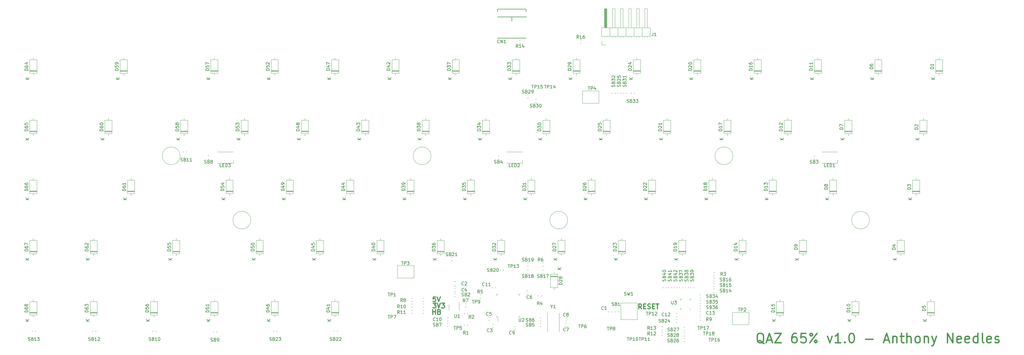
<source format=gbr>
%TF.GenerationSoftware,KiCad,Pcbnew,(5.1.6)-1*%
%TF.CreationDate,2020-11-12T22:46:54-05:00*%
%TF.ProjectId,QAZ_65,51415a5f-3635-42e6-9b69-6361645f7063,v1.0*%
%TF.SameCoordinates,Original*%
%TF.FileFunction,Legend,Top*%
%TF.FilePolarity,Positive*%
%FSLAX46Y46*%
G04 Gerber Fmt 4.6, Leading zero omitted, Abs format (unit mm)*
G04 Created by KiCad (PCBNEW (5.1.6)-1) date 2020-11-12 22:46:54*
%MOMM*%
%LPD*%
G01*
G04 APERTURE LIST*
%ADD10C,0.450000*%
%ADD11C,0.300000*%
%ADD12C,0.120000*%
%ADD13C,0.150000*%
G04 APERTURE END LIST*
D10*
X290947428Y-186320857D02*
X290661714Y-186178000D01*
X290376000Y-185892285D01*
X289947428Y-185463714D01*
X289661714Y-185320857D01*
X289376000Y-185320857D01*
X289518857Y-186035142D02*
X289233142Y-185892285D01*
X288947428Y-185606571D01*
X288804571Y-185035142D01*
X288804571Y-184035142D01*
X288947428Y-183463714D01*
X289233142Y-183178000D01*
X289518857Y-183035142D01*
X290090285Y-183035142D01*
X290376000Y-183178000D01*
X290661714Y-183463714D01*
X290804571Y-184035142D01*
X290804571Y-185035142D01*
X290661714Y-185606571D01*
X290376000Y-185892285D01*
X290090285Y-186035142D01*
X289518857Y-186035142D01*
X291947428Y-185178000D02*
X293376000Y-185178000D01*
X291661714Y-186035142D02*
X292661714Y-183035142D01*
X293661714Y-186035142D01*
X294376000Y-183035142D02*
X296376000Y-183035142D01*
X294376000Y-186035142D01*
X296376000Y-186035142D01*
X301090285Y-183035142D02*
X300518857Y-183035142D01*
X300233142Y-183178000D01*
X300090285Y-183320857D01*
X299804571Y-183749428D01*
X299661714Y-184320857D01*
X299661714Y-185463714D01*
X299804571Y-185749428D01*
X299947428Y-185892285D01*
X300233142Y-186035142D01*
X300804571Y-186035142D01*
X301090285Y-185892285D01*
X301233142Y-185749428D01*
X301376000Y-185463714D01*
X301376000Y-184749428D01*
X301233142Y-184463714D01*
X301090285Y-184320857D01*
X300804571Y-184178000D01*
X300233142Y-184178000D01*
X299947428Y-184320857D01*
X299804571Y-184463714D01*
X299661714Y-184749428D01*
X304090285Y-183035142D02*
X302661714Y-183035142D01*
X302518857Y-184463714D01*
X302661714Y-184320857D01*
X302947428Y-184178000D01*
X303661714Y-184178000D01*
X303947428Y-184320857D01*
X304090285Y-184463714D01*
X304233142Y-184749428D01*
X304233142Y-185463714D01*
X304090285Y-185749428D01*
X303947428Y-185892285D01*
X303661714Y-186035142D01*
X302947428Y-186035142D01*
X302661714Y-185892285D01*
X302518857Y-185749428D01*
X305376000Y-186035142D02*
X307661714Y-183035142D01*
X305804571Y-183035142D02*
X306090285Y-183178000D01*
X306233142Y-183463714D01*
X306090285Y-183749428D01*
X305804571Y-183892285D01*
X305518857Y-183749428D01*
X305376000Y-183463714D01*
X305518857Y-183178000D01*
X305804571Y-183035142D01*
X307518857Y-185892285D02*
X307661714Y-185606571D01*
X307518857Y-185320857D01*
X307233142Y-185178000D01*
X306947428Y-185320857D01*
X306804571Y-185606571D01*
X306947428Y-185892285D01*
X307233142Y-186035142D01*
X307518857Y-185892285D01*
X310947428Y-184035142D02*
X311661714Y-186035142D01*
X312376000Y-184035142D01*
X315090285Y-186035142D02*
X313376000Y-186035142D01*
X314233142Y-186035142D02*
X314233142Y-183035142D01*
X313947428Y-183463714D01*
X313661714Y-183749428D01*
X313376000Y-183892285D01*
X316376000Y-185749428D02*
X316518857Y-185892285D01*
X316376000Y-186035142D01*
X316233142Y-185892285D01*
X316376000Y-185749428D01*
X316376000Y-186035142D01*
X318376000Y-183035142D02*
X318661714Y-183035142D01*
X318947428Y-183178000D01*
X319090285Y-183320857D01*
X319233142Y-183606571D01*
X319376000Y-184178000D01*
X319376000Y-184892285D01*
X319233142Y-185463714D01*
X319090285Y-185749428D01*
X318947428Y-185892285D01*
X318661714Y-186035142D01*
X318376000Y-186035142D01*
X318090285Y-185892285D01*
X317947428Y-185749428D01*
X317804571Y-185463714D01*
X317661714Y-184892285D01*
X317661714Y-184178000D01*
X317804571Y-183606571D01*
X317947428Y-183320857D01*
X318090285Y-183178000D01*
X318376000Y-183035142D01*
X322947428Y-184892285D02*
X325233142Y-184892285D01*
X328804571Y-185178000D02*
X330233142Y-185178000D01*
X328518857Y-186035142D02*
X329518857Y-183035142D01*
X330518857Y-186035142D01*
X331518857Y-184035142D02*
X331518857Y-186035142D01*
X331518857Y-184320857D02*
X331661714Y-184178000D01*
X331947428Y-184035142D01*
X332376000Y-184035142D01*
X332661714Y-184178000D01*
X332804571Y-184463714D01*
X332804571Y-186035142D01*
X333804571Y-184035142D02*
X334947428Y-184035142D01*
X334233142Y-183035142D02*
X334233142Y-185606571D01*
X334376000Y-185892285D01*
X334661714Y-186035142D01*
X334947428Y-186035142D01*
X335947428Y-186035142D02*
X335947428Y-183035142D01*
X337233142Y-186035142D02*
X337233142Y-184463714D01*
X337090285Y-184178000D01*
X336804571Y-184035142D01*
X336376000Y-184035142D01*
X336090285Y-184178000D01*
X335947428Y-184320857D01*
X339090285Y-186035142D02*
X338804571Y-185892285D01*
X338661714Y-185749428D01*
X338518857Y-185463714D01*
X338518857Y-184606571D01*
X338661714Y-184320857D01*
X338804571Y-184178000D01*
X339090285Y-184035142D01*
X339518857Y-184035142D01*
X339804571Y-184178000D01*
X339947428Y-184320857D01*
X340090285Y-184606571D01*
X340090285Y-185463714D01*
X339947428Y-185749428D01*
X339804571Y-185892285D01*
X339518857Y-186035142D01*
X339090285Y-186035142D01*
X341376000Y-184035142D02*
X341376000Y-186035142D01*
X341376000Y-184320857D02*
X341518857Y-184178000D01*
X341804571Y-184035142D01*
X342233142Y-184035142D01*
X342518857Y-184178000D01*
X342661714Y-184463714D01*
X342661714Y-186035142D01*
X343804571Y-184035142D02*
X344518857Y-186035142D01*
X345233142Y-184035142D02*
X344518857Y-186035142D01*
X344233142Y-186749428D01*
X344090285Y-186892285D01*
X343804571Y-187035142D01*
X348661714Y-186035142D02*
X348661714Y-183035142D01*
X350376000Y-186035142D01*
X350376000Y-183035142D01*
X352947428Y-185892285D02*
X352661714Y-186035142D01*
X352090285Y-186035142D01*
X351804571Y-185892285D01*
X351661714Y-185606571D01*
X351661714Y-184463714D01*
X351804571Y-184178000D01*
X352090285Y-184035142D01*
X352661714Y-184035142D01*
X352947428Y-184178000D01*
X353090285Y-184463714D01*
X353090285Y-184749428D01*
X351661714Y-185035142D01*
X355518857Y-185892285D02*
X355233142Y-186035142D01*
X354661714Y-186035142D01*
X354376000Y-185892285D01*
X354233142Y-185606571D01*
X354233142Y-184463714D01*
X354376000Y-184178000D01*
X354661714Y-184035142D01*
X355233142Y-184035142D01*
X355518857Y-184178000D01*
X355661714Y-184463714D01*
X355661714Y-184749428D01*
X354233142Y-185035142D01*
X358233142Y-186035142D02*
X358233142Y-183035142D01*
X358233142Y-185892285D02*
X357947428Y-186035142D01*
X357376000Y-186035142D01*
X357090285Y-185892285D01*
X356947428Y-185749428D01*
X356804571Y-185463714D01*
X356804571Y-184606571D01*
X356947428Y-184320857D01*
X357090285Y-184178000D01*
X357376000Y-184035142D01*
X357947428Y-184035142D01*
X358233142Y-184178000D01*
X360090285Y-186035142D02*
X359804571Y-185892285D01*
X359661714Y-185606571D01*
X359661714Y-183035142D01*
X362376000Y-185892285D02*
X362090285Y-186035142D01*
X361518857Y-186035142D01*
X361233142Y-185892285D01*
X361090285Y-185606571D01*
X361090285Y-184463714D01*
X361233142Y-184178000D01*
X361518857Y-184035142D01*
X362090285Y-184035142D01*
X362376000Y-184178000D01*
X362518857Y-184463714D01*
X362518857Y-184749428D01*
X361090285Y-185035142D01*
X363661714Y-185892285D02*
X363947428Y-186035142D01*
X364518857Y-186035142D01*
X364804571Y-185892285D01*
X364947428Y-185606571D01*
X364947428Y-185463714D01*
X364804571Y-185178000D01*
X364518857Y-185035142D01*
X364090285Y-185035142D01*
X363804571Y-184892285D01*
X363661714Y-184606571D01*
X363661714Y-184463714D01*
X363804571Y-184178000D01*
X364090285Y-184035142D01*
X364518857Y-184035142D01*
X364804571Y-184178000D01*
D11*
X252447428Y-175356571D02*
X251947428Y-174642285D01*
X251590285Y-175356571D02*
X251590285Y-173856571D01*
X252161714Y-173856571D01*
X252304571Y-173928000D01*
X252376000Y-173999428D01*
X252447428Y-174142285D01*
X252447428Y-174356571D01*
X252376000Y-174499428D01*
X252304571Y-174570857D01*
X252161714Y-174642285D01*
X251590285Y-174642285D01*
X253090285Y-174570857D02*
X253590285Y-174570857D01*
X253804571Y-175356571D02*
X253090285Y-175356571D01*
X253090285Y-173856571D01*
X253804571Y-173856571D01*
X254376000Y-175285142D02*
X254590285Y-175356571D01*
X254947428Y-175356571D01*
X255090285Y-175285142D01*
X255161714Y-175213714D01*
X255233142Y-175070857D01*
X255233142Y-174928000D01*
X255161714Y-174785142D01*
X255090285Y-174713714D01*
X254947428Y-174642285D01*
X254661714Y-174570857D01*
X254518857Y-174499428D01*
X254447428Y-174428000D01*
X254376000Y-174285142D01*
X254376000Y-174142285D01*
X254447428Y-173999428D01*
X254518857Y-173928000D01*
X254661714Y-173856571D01*
X255018857Y-173856571D01*
X255233142Y-173928000D01*
X255876000Y-174570857D02*
X256376000Y-174570857D01*
X256590285Y-175356571D02*
X255876000Y-175356571D01*
X255876000Y-173856571D01*
X256590285Y-173856571D01*
X257018857Y-173856571D02*
X257876000Y-173856571D01*
X257447428Y-175356571D02*
X257447428Y-173856571D01*
X186697428Y-177106571D02*
X186697428Y-175606571D01*
X186697428Y-176320857D02*
X187554571Y-176320857D01*
X187554571Y-177106571D02*
X187554571Y-175606571D01*
X188768857Y-176320857D02*
X188983142Y-176392285D01*
X189054571Y-176463714D01*
X189126000Y-176606571D01*
X189126000Y-176820857D01*
X189054571Y-176963714D01*
X188983142Y-177035142D01*
X188840285Y-177106571D01*
X188268857Y-177106571D01*
X188268857Y-175606571D01*
X188768857Y-175606571D01*
X188911714Y-175678000D01*
X188983142Y-175749428D01*
X189054571Y-175892285D01*
X189054571Y-176035142D01*
X188983142Y-176178000D01*
X188911714Y-176249428D01*
X188768857Y-176320857D01*
X188268857Y-176320857D01*
X186768857Y-173606571D02*
X187697428Y-173606571D01*
X187197428Y-174178000D01*
X187411714Y-174178000D01*
X187554571Y-174249428D01*
X187626000Y-174320857D01*
X187697428Y-174463714D01*
X187697428Y-174820857D01*
X187626000Y-174963714D01*
X187554571Y-175035142D01*
X187411714Y-175106571D01*
X186983142Y-175106571D01*
X186840285Y-175035142D01*
X186768857Y-174963714D01*
X188126000Y-173606571D02*
X188626000Y-175106571D01*
X189126000Y-173606571D01*
X189483142Y-173606571D02*
X190411714Y-173606571D01*
X189911714Y-174178000D01*
X190126000Y-174178000D01*
X190268857Y-174249428D01*
X190340285Y-174320857D01*
X190411714Y-174463714D01*
X190411714Y-174820857D01*
X190340285Y-174963714D01*
X190268857Y-175035142D01*
X190126000Y-175106571D01*
X189697428Y-175106571D01*
X189554571Y-175035142D01*
X189483142Y-174963714D01*
X187590285Y-171606571D02*
X186876000Y-171606571D01*
X186804571Y-172320857D01*
X186876000Y-172249428D01*
X187018857Y-172178000D01*
X187376000Y-172178000D01*
X187518857Y-172249428D01*
X187590285Y-172320857D01*
X187661714Y-172463714D01*
X187661714Y-172820857D01*
X187590285Y-172963714D01*
X187518857Y-173035142D01*
X187376000Y-173106571D01*
X187018857Y-173106571D01*
X186876000Y-173035142D01*
X186804571Y-172963714D01*
X188090285Y-171606571D02*
X188590285Y-173106571D01*
X189090285Y-171606571D01*
D12*
%TO.C,REF\u002A\u002A*%
X107170000Y-127178000D02*
G75*
G03*
X107170000Y-127178000I-2794000J0D01*
G01*
X129420000Y-147428000D02*
G75*
G03*
X129420000Y-147428000I-2794000J0D01*
G01*
X186170000Y-127178000D02*
G75*
G03*
X186170000Y-127178000I-2794000J0D01*
G01*
X229170000Y-147428000D02*
G75*
G03*
X229170000Y-147428000I-2794000J0D01*
G01*
X281170000Y-127178000D02*
G75*
G03*
X281170000Y-127178000I-2794000J0D01*
G01*
X324170000Y-147428000D02*
G75*
G03*
X324170000Y-147428000I-2794000J0D01*
G01*
%TO.C,Y1*%
X226486000Y-182678000D02*
X226486000Y-176678000D01*
X222766000Y-182678000D02*
X222766000Y-176678000D01*
%TO.C,U1*%
X194990000Y-175768000D02*
X194990000Y-173318000D01*
X191770000Y-173968000D02*
X191770000Y-175768000D01*
%TO.C,U2*%
X207216000Y-178000500D02*
X207216000Y-179290500D01*
X206766000Y-178000500D02*
X207216000Y-178000500D01*
X206766000Y-177550500D02*
X206766000Y-178000500D01*
X206766000Y-170780500D02*
X207216000Y-170780500D01*
X206766000Y-171230500D02*
X206766000Y-170780500D01*
X213986000Y-178000500D02*
X213536000Y-178000500D01*
X213986000Y-177550500D02*
X213986000Y-178000500D01*
X213986000Y-170780500D02*
X213536000Y-170780500D01*
X213986000Y-171230500D02*
X213986000Y-170780500D01*
%TO.C,U3*%
X265051000Y-175465000D02*
X264601000Y-175465000D01*
X267821000Y-172245000D02*
X267821000Y-172695000D01*
X264601000Y-172245000D02*
X264601000Y-172695000D01*
X267371000Y-175465000D02*
X267821000Y-175465000D01*
X264601000Y-175465000D02*
X264601000Y-175015000D01*
X267371000Y-172245000D02*
X267821000Y-172245000D01*
X265051000Y-172245000D02*
X264601000Y-172245000D01*
%TO.C,TP4*%
X238976000Y-106728000D02*
X233776000Y-106728000D01*
X233776000Y-110628000D02*
X233776000Y-106728000D01*
X238976000Y-106728000D02*
X238976000Y-110628000D01*
X233776000Y-110628000D02*
X238976000Y-110628000D01*
%TO.C,TP3*%
X175576000Y-165628000D02*
X180776000Y-165628000D01*
X180776000Y-161728000D02*
X180776000Y-165628000D01*
X175576000Y-165628000D02*
X175576000Y-161728000D01*
X180776000Y-161728000D02*
X175576000Y-161728000D01*
%TO.C,TP2*%
X281026000Y-180378000D02*
X286226000Y-180378000D01*
X286226000Y-176478000D02*
X286226000Y-180378000D01*
X281026000Y-180378000D02*
X281026000Y-176478000D01*
X286226000Y-176478000D02*
X281026000Y-176478000D01*
%TO.C,SB23*%
X136616000Y-182256733D02*
X136616000Y-182599267D01*
X137636000Y-182256733D02*
X137636000Y-182599267D01*
%TO.C,SB13*%
X60616000Y-182599267D02*
X60616000Y-182256733D01*
X61636000Y-182599267D02*
X61636000Y-182256733D01*
%TO.C,SB22*%
X155616000Y-182256733D02*
X155616000Y-182599267D01*
X156636000Y-182256733D02*
X156636000Y-182599267D01*
%TO.C,SB12*%
X80636000Y-182599267D02*
X80636000Y-182256733D01*
X79616000Y-182599267D02*
X79616000Y-182256733D01*
%TO.C,SB21*%
X192454733Y-159168000D02*
X192797267Y-159168000D01*
X192454733Y-160188000D02*
X192797267Y-160188000D01*
%TO.C,SB11*%
X108116000Y-126099267D02*
X108116000Y-125756733D01*
X109136000Y-126099267D02*
X109136000Y-125756733D01*
%TO.C,SB20*%
X208886000Y-163006733D02*
X208886000Y-163349267D01*
X207866000Y-163006733D02*
X207866000Y-163349267D01*
%TO.C,SB10*%
X98616000Y-182599267D02*
X98616000Y-182256733D01*
X99636000Y-182599267D02*
X99636000Y-182256733D01*
%TO.C,SB19*%
X216797267Y-160918000D02*
X216454733Y-160918000D01*
X216797267Y-161938000D02*
X216454733Y-161938000D01*
%TO.C,SB9*%
X118636000Y-182724267D02*
X118636000Y-182381733D01*
X117616000Y-182724267D02*
X117616000Y-182381733D01*
%TO.C,SB18*%
X216797267Y-164188000D02*
X216454733Y-164188000D01*
X216797267Y-163168000D02*
X216454733Y-163168000D01*
%TO.C,SB17*%
X221547267Y-163168000D02*
X221204733Y-163168000D01*
X221547267Y-164188000D02*
X221204733Y-164188000D01*
%TO.C,SB7*%
X191547267Y-180938000D02*
X191204733Y-180938000D01*
X191547267Y-179918000D02*
X191204733Y-179918000D01*
%TO.C,SB2*%
X193797267Y-170418000D02*
X193454733Y-170418000D01*
X193797267Y-171438000D02*
X193454733Y-171438000D01*
%TO.C,SB30*%
X218954733Y-110438000D02*
X219297267Y-110438000D01*
X218954733Y-109418000D02*
X219297267Y-109418000D01*
%TO.C,SB29*%
X216454733Y-107918000D02*
X216797267Y-107918000D01*
X216454733Y-108938000D02*
X216797267Y-108938000D01*
%TO.C,SB16*%
X275397267Y-165618000D02*
X275054733Y-165618000D01*
X275397267Y-166638000D02*
X275054733Y-166638000D01*
%TO.C,SB33*%
X249116000Y-107599267D02*
X249116000Y-107256733D01*
X250136000Y-107599267D02*
X250136000Y-107256733D01*
%TO.C,SB15*%
X275397267Y-168338000D02*
X275054733Y-168338000D01*
X275397267Y-167318000D02*
X275054733Y-167318000D01*
%TO.C,SB32*%
X243116000Y-107256733D02*
X243116000Y-107599267D01*
X244136000Y-107256733D02*
X244136000Y-107599267D01*
%TO.C,SB25*%
X247636000Y-107599267D02*
X247636000Y-107256733D01*
X246616000Y-107599267D02*
X246616000Y-107256733D01*
%TO.C,SB14*%
X275397267Y-169118000D02*
X275054733Y-169118000D01*
X275397267Y-170138000D02*
X275054733Y-170138000D01*
%TO.C,SB31*%
X245886000Y-107256733D02*
X245886000Y-107599267D01*
X244866000Y-107256733D02*
X244866000Y-107599267D01*
%TO.C,SB8*%
X116297267Y-127168000D02*
X115954733Y-127168000D01*
X116297267Y-128188000D02*
X115954733Y-128188000D01*
%TO.C,SB4*%
X207547267Y-128188000D02*
X207204733Y-128188000D01*
X207547267Y-127168000D02*
X207204733Y-127168000D01*
%TO.C,SB3*%
X306922267Y-128188000D02*
X306579733Y-128188000D01*
X306922267Y-127168000D02*
X306579733Y-127168000D01*
%TO.C,SB1*%
X243018000Y-176154733D02*
X243018000Y-176497267D01*
X241998000Y-176154733D02*
X241998000Y-176497267D01*
%TO.C,SB6*%
X220797267Y-179188000D02*
X220454733Y-179188000D01*
X220797267Y-178168000D02*
X220454733Y-178168000D01*
%TO.C,SB5*%
X220797267Y-179918000D02*
X220454733Y-179918000D01*
X220797267Y-180938000D02*
X220454733Y-180938000D01*
%TO.C,SB28*%
X265704733Y-182918000D02*
X266047267Y-182918000D01*
X265704733Y-183938000D02*
X266047267Y-183938000D01*
%TO.C,SB27*%
X265704733Y-182188000D02*
X266047267Y-182188000D01*
X265704733Y-181168000D02*
X266047267Y-181168000D01*
%TO.C,SB26*%
X265704733Y-184668000D02*
X266047267Y-184668000D01*
X265704733Y-185688000D02*
X266047267Y-185688000D01*
%TO.C,SB24*%
X263602267Y-179699000D02*
X263259733Y-179699000D01*
X263602267Y-178679000D02*
X263259733Y-178679000D01*
%TO.C,R7*%
X196854733Y-174738000D02*
X197197267Y-174738000D01*
X196854733Y-173718000D02*
X197197267Y-173718000D01*
%TO.C,R6*%
X221547267Y-160918000D02*
X221204733Y-160918000D01*
X221547267Y-161938000D02*
X221204733Y-161938000D01*
%TO.C,R14*%
X214345267Y-90658000D02*
X214002733Y-90658000D01*
X214345267Y-91678000D02*
X214002733Y-91678000D01*
%TO.C,R16*%
X233112733Y-91662000D02*
X233455267Y-91662000D01*
X233112733Y-90642000D02*
X233455267Y-90642000D01*
%TO.C,R5*%
X201454733Y-170918000D02*
X201797267Y-170918000D01*
X201454733Y-171938000D02*
X201797267Y-171938000D01*
%TO.C,R4*%
X219866000Y-171006733D02*
X219866000Y-171349267D01*
X220886000Y-171006733D02*
X220886000Y-171349267D01*
%TO.C,R3*%
X275397267Y-164938000D02*
X275054733Y-164938000D01*
X275397267Y-163918000D02*
X275054733Y-163918000D01*
%TO.C,R13*%
X258654733Y-181938000D02*
X258997267Y-181938000D01*
X258654733Y-180918000D02*
X258997267Y-180918000D01*
%TO.C,R12*%
X258654733Y-182668000D02*
X258997267Y-182668000D01*
X258654733Y-183688000D02*
X258997267Y-183688000D01*
%TO.C,R11*%
X180274267Y-175762000D02*
X179931733Y-175762000D01*
X180274267Y-176782000D02*
X179931733Y-176782000D01*
%TO.C,R10*%
X180279266Y-173857000D02*
X179936732Y-173857000D01*
X180279266Y-174877000D02*
X179936732Y-174877000D01*
%TO.C,R8*%
X180274267Y-172972000D02*
X179931733Y-172972000D01*
X180274267Y-171952000D02*
X179931733Y-171952000D01*
%TO.C,R2*%
X197636000Y-176756733D02*
X197636000Y-177099267D01*
X196616000Y-176756733D02*
X196616000Y-177099267D01*
%TO.C,R1*%
X196616000Y-180381733D02*
X196616000Y-180724267D01*
X197636000Y-180381733D02*
X197636000Y-180724267D01*
%TO.C,R9*%
X271047267Y-178938000D02*
X270704733Y-178938000D01*
X271047267Y-177918000D02*
X270704733Y-177918000D01*
%TO.C,LED3*%
X119026000Y-129478000D02*
X123926000Y-129478000D01*
X123926000Y-125878000D02*
X119026000Y-125878000D01*
X123926000Y-129478000D02*
X123926000Y-128578000D01*
%TO.C,LED2*%
X214926000Y-129478000D02*
X214926000Y-128578000D01*
X214926000Y-125878000D02*
X210026000Y-125878000D01*
X210026000Y-129478000D02*
X214926000Y-129478000D01*
%TO.C,LED1*%
X309276000Y-129478000D02*
X314176000Y-129478000D01*
X314176000Y-125878000D02*
X309276000Y-125878000D01*
X314176000Y-129478000D02*
X314176000Y-128578000D01*
%TO.C,LED6*%
X183957267Y-176782000D02*
X183614733Y-176782000D01*
X183957267Y-175762000D02*
X183614733Y-175762000D01*
%TO.C,LED5*%
X183957267Y-174877000D02*
X183614733Y-174877000D01*
X183957267Y-173857000D02*
X183614733Y-173857000D01*
%TO.C,LED4*%
X183957267Y-171952000D02*
X183614733Y-171952000D01*
X183957267Y-172972000D02*
X183614733Y-172972000D01*
%TO.C,D68*%
X59822000Y-176700000D02*
X62062000Y-176700000D01*
X59822000Y-176460000D02*
X62062000Y-176460000D01*
X59822000Y-176580000D02*
X62062000Y-176580000D01*
X60942000Y-172410000D02*
X60942000Y-173060000D01*
X60942000Y-177950000D02*
X60942000Y-177300000D01*
X59822000Y-173060000D02*
X59822000Y-177300000D01*
X62062000Y-173060000D02*
X59822000Y-173060000D01*
X62062000Y-177300000D02*
X62062000Y-173060000D01*
X59822000Y-177300000D02*
X62062000Y-177300000D01*
%TO.C,D56*%
X97822000Y-177300000D02*
X100062000Y-177300000D01*
X100062000Y-177300000D02*
X100062000Y-173060000D01*
X100062000Y-173060000D02*
X97822000Y-173060000D01*
X97822000Y-173060000D02*
X97822000Y-177300000D01*
X98942000Y-177950000D02*
X98942000Y-177300000D01*
X98942000Y-172410000D02*
X98942000Y-173060000D01*
X97822000Y-176580000D02*
X100062000Y-176580000D01*
X97822000Y-176460000D02*
X100062000Y-176460000D01*
X97822000Y-176700000D02*
X100062000Y-176700000D01*
%TO.C,D51*%
X116822000Y-176700000D02*
X119062000Y-176700000D01*
X116822000Y-176460000D02*
X119062000Y-176460000D01*
X116822000Y-176580000D02*
X119062000Y-176580000D01*
X117942000Y-172410000D02*
X117942000Y-173060000D01*
X117942000Y-177950000D02*
X117942000Y-177300000D01*
X116822000Y-173060000D02*
X116822000Y-177300000D01*
X119062000Y-173060000D02*
X116822000Y-173060000D01*
X119062000Y-177300000D02*
X119062000Y-173060000D01*
X116822000Y-177300000D02*
X119062000Y-177300000D01*
%TO.C,D46*%
X135822000Y-176700000D02*
X138062000Y-176700000D01*
X135822000Y-176460000D02*
X138062000Y-176460000D01*
X135822000Y-176580000D02*
X138062000Y-176580000D01*
X136942000Y-172410000D02*
X136942000Y-173060000D01*
X136942000Y-177950000D02*
X136942000Y-177300000D01*
X135822000Y-173060000D02*
X135822000Y-177300000D01*
X138062000Y-173060000D02*
X135822000Y-173060000D01*
X138062000Y-177300000D02*
X138062000Y-173060000D01*
X135822000Y-177300000D02*
X138062000Y-177300000D01*
%TO.C,D41*%
X154822000Y-176700000D02*
X157062000Y-176700000D01*
X154822000Y-176460000D02*
X157062000Y-176460000D01*
X154822000Y-176580000D02*
X157062000Y-176580000D01*
X155942000Y-172410000D02*
X155942000Y-173060000D01*
X155942000Y-177950000D02*
X155942000Y-177300000D01*
X154822000Y-173060000D02*
X154822000Y-177300000D01*
X157062000Y-173060000D02*
X154822000Y-173060000D01*
X157062000Y-177300000D02*
X157062000Y-173060000D01*
X154822000Y-177300000D02*
X157062000Y-177300000D01*
%TO.C,D15*%
X294858000Y-176700000D02*
X297098000Y-176700000D01*
X294858000Y-176460000D02*
X297098000Y-176460000D01*
X294858000Y-176580000D02*
X297098000Y-176580000D01*
X295978000Y-172410000D02*
X295978000Y-173060000D01*
X295978000Y-177950000D02*
X295978000Y-177300000D01*
X294858000Y-173060000D02*
X294858000Y-177300000D01*
X297098000Y-173060000D02*
X294858000Y-173060000D01*
X297098000Y-177300000D02*
X297098000Y-173060000D01*
X294858000Y-177300000D02*
X297098000Y-177300000D01*
%TO.C,D10*%
X318608000Y-176700000D02*
X320848000Y-176700000D01*
X318608000Y-176460000D02*
X320848000Y-176460000D01*
X318608000Y-176580000D02*
X320848000Y-176580000D01*
X319728000Y-172410000D02*
X319728000Y-173060000D01*
X319728000Y-177950000D02*
X319728000Y-177300000D01*
X318608000Y-173060000D02*
X318608000Y-177300000D01*
X320848000Y-173060000D02*
X318608000Y-173060000D01*
X320848000Y-177300000D02*
X320848000Y-173060000D01*
X318608000Y-177300000D02*
X320848000Y-177300000D01*
%TO.C,D5*%
X342358000Y-176700000D02*
X344598000Y-176700000D01*
X342358000Y-176460000D02*
X344598000Y-176460000D01*
X342358000Y-176580000D02*
X344598000Y-176580000D01*
X343478000Y-172410000D02*
X343478000Y-173060000D01*
X343478000Y-177950000D02*
X343478000Y-177300000D01*
X342358000Y-173060000D02*
X342358000Y-177300000D01*
X344598000Y-173060000D02*
X342358000Y-173060000D01*
X344598000Y-177300000D02*
X344598000Y-173060000D01*
X342358000Y-177300000D02*
X344598000Y-177300000D01*
%TO.C,D67*%
X59822000Y-158028000D02*
X62062000Y-158028000D01*
X62062000Y-158028000D02*
X62062000Y-153788000D01*
X62062000Y-153788000D02*
X59822000Y-153788000D01*
X59822000Y-153788000D02*
X59822000Y-158028000D01*
X60942000Y-158678000D02*
X60942000Y-158028000D01*
X60942000Y-153138000D02*
X60942000Y-153788000D01*
X59822000Y-157308000D02*
X62062000Y-157308000D01*
X59822000Y-157188000D02*
X62062000Y-157188000D01*
X59822000Y-157428000D02*
X62062000Y-157428000D01*
%TO.C,D62*%
X78822000Y-157428000D02*
X81062000Y-157428000D01*
X78822000Y-157188000D02*
X81062000Y-157188000D01*
X78822000Y-157308000D02*
X81062000Y-157308000D01*
X79942000Y-153138000D02*
X79942000Y-153788000D01*
X79942000Y-158678000D02*
X79942000Y-158028000D01*
X78822000Y-153788000D02*
X78822000Y-158028000D01*
X81062000Y-153788000D02*
X78822000Y-153788000D01*
X81062000Y-158028000D02*
X81062000Y-153788000D01*
X78822000Y-158028000D02*
X81062000Y-158028000D01*
%TO.C,D55*%
X104798000Y-158028000D02*
X107038000Y-158028000D01*
X107038000Y-158028000D02*
X107038000Y-153788000D01*
X107038000Y-153788000D02*
X104798000Y-153788000D01*
X104798000Y-153788000D02*
X104798000Y-158028000D01*
X105918000Y-158678000D02*
X105918000Y-158028000D01*
X105918000Y-153138000D02*
X105918000Y-153788000D01*
X104798000Y-157308000D02*
X107038000Y-157308000D01*
X104798000Y-157188000D02*
X107038000Y-157188000D01*
X104798000Y-157428000D02*
X107038000Y-157428000D01*
%TO.C,D50*%
X131072000Y-158028000D02*
X133312000Y-158028000D01*
X133312000Y-158028000D02*
X133312000Y-153788000D01*
X133312000Y-153788000D02*
X131072000Y-153788000D01*
X131072000Y-153788000D02*
X131072000Y-158028000D01*
X132192000Y-158678000D02*
X132192000Y-158028000D01*
X132192000Y-153138000D02*
X132192000Y-153788000D01*
X131072000Y-157308000D02*
X133312000Y-157308000D01*
X131072000Y-157188000D02*
X133312000Y-157188000D01*
X131072000Y-157428000D02*
X133312000Y-157428000D01*
%TO.C,D45*%
X150072000Y-157428000D02*
X152312000Y-157428000D01*
X150072000Y-157188000D02*
X152312000Y-157188000D01*
X150072000Y-157308000D02*
X152312000Y-157308000D01*
X151192000Y-153138000D02*
X151192000Y-153788000D01*
X151192000Y-158678000D02*
X151192000Y-158028000D01*
X150072000Y-153788000D02*
X150072000Y-158028000D01*
X152312000Y-153788000D02*
X150072000Y-153788000D01*
X152312000Y-158028000D02*
X152312000Y-153788000D01*
X150072000Y-158028000D02*
X152312000Y-158028000D01*
%TO.C,D40*%
X169072000Y-157428000D02*
X171312000Y-157428000D01*
X169072000Y-157188000D02*
X171312000Y-157188000D01*
X169072000Y-157308000D02*
X171312000Y-157308000D01*
X170192000Y-153138000D02*
X170192000Y-153788000D01*
X170192000Y-158678000D02*
X170192000Y-158028000D01*
X169072000Y-153788000D02*
X169072000Y-158028000D01*
X171312000Y-153788000D02*
X169072000Y-153788000D01*
X171312000Y-158028000D02*
X171312000Y-153788000D01*
X169072000Y-158028000D02*
X171312000Y-158028000D01*
%TO.C,D36*%
X188072000Y-157428000D02*
X190312000Y-157428000D01*
X188072000Y-157188000D02*
X190312000Y-157188000D01*
X188072000Y-157308000D02*
X190312000Y-157308000D01*
X189192000Y-153138000D02*
X189192000Y-153788000D01*
X189192000Y-158678000D02*
X189192000Y-158028000D01*
X188072000Y-153788000D02*
X188072000Y-158028000D01*
X190312000Y-153788000D02*
X188072000Y-153788000D01*
X190312000Y-158028000D02*
X190312000Y-153788000D01*
X188072000Y-158028000D02*
X190312000Y-158028000D01*
%TO.C,D32*%
X207072000Y-157428000D02*
X209312000Y-157428000D01*
X207072000Y-157188000D02*
X209312000Y-157188000D01*
X207072000Y-157308000D02*
X209312000Y-157308000D01*
X208192000Y-153138000D02*
X208192000Y-153788000D01*
X208192000Y-158678000D02*
X208192000Y-158028000D01*
X207072000Y-153788000D02*
X207072000Y-158028000D01*
X209312000Y-153788000D02*
X207072000Y-153788000D01*
X209312000Y-158028000D02*
X209312000Y-153788000D01*
X207072000Y-158028000D02*
X209312000Y-158028000D01*
%TO.C,D27*%
X226072000Y-158028000D02*
X228312000Y-158028000D01*
X228312000Y-158028000D02*
X228312000Y-153788000D01*
X228312000Y-153788000D02*
X226072000Y-153788000D01*
X226072000Y-153788000D02*
X226072000Y-158028000D01*
X227192000Y-158678000D02*
X227192000Y-158028000D01*
X227192000Y-153138000D02*
X227192000Y-153788000D01*
X226072000Y-157308000D02*
X228312000Y-157308000D01*
X226072000Y-157188000D02*
X228312000Y-157188000D01*
X226072000Y-157428000D02*
X228312000Y-157428000D01*
%TO.C,D23*%
X245072000Y-157428000D02*
X247312000Y-157428000D01*
X245072000Y-157188000D02*
X247312000Y-157188000D01*
X245072000Y-157308000D02*
X247312000Y-157308000D01*
X246192000Y-153138000D02*
X246192000Y-153788000D01*
X246192000Y-158678000D02*
X246192000Y-158028000D01*
X245072000Y-153788000D02*
X245072000Y-158028000D01*
X247312000Y-153788000D02*
X245072000Y-153788000D01*
X247312000Y-158028000D02*
X247312000Y-153788000D01*
X245072000Y-158028000D02*
X247312000Y-158028000D01*
%TO.C,D19*%
X264072000Y-157428000D02*
X266312000Y-157428000D01*
X264072000Y-157188000D02*
X266312000Y-157188000D01*
X264072000Y-157308000D02*
X266312000Y-157308000D01*
X265192000Y-153138000D02*
X265192000Y-153788000D01*
X265192000Y-158678000D02*
X265192000Y-158028000D01*
X264072000Y-153788000D02*
X264072000Y-158028000D01*
X266312000Y-153788000D02*
X264072000Y-153788000D01*
X266312000Y-158028000D02*
X266312000Y-153788000D01*
X264072000Y-158028000D02*
X266312000Y-158028000D01*
%TO.C,D14*%
X283072000Y-158028000D02*
X285312000Y-158028000D01*
X285312000Y-158028000D02*
X285312000Y-153788000D01*
X285312000Y-153788000D02*
X283072000Y-153788000D01*
X283072000Y-153788000D02*
X283072000Y-158028000D01*
X284192000Y-158678000D02*
X284192000Y-158028000D01*
X284192000Y-153138000D02*
X284192000Y-153788000D01*
X283072000Y-157308000D02*
X285312000Y-157308000D01*
X283072000Y-157188000D02*
X285312000Y-157188000D01*
X283072000Y-157428000D02*
X285312000Y-157428000D01*
%TO.C,D9*%
X302072000Y-157428000D02*
X304312000Y-157428000D01*
X302072000Y-157188000D02*
X304312000Y-157188000D01*
X302072000Y-157308000D02*
X304312000Y-157308000D01*
X303192000Y-153138000D02*
X303192000Y-153788000D01*
X303192000Y-158678000D02*
X303192000Y-158028000D01*
X302072000Y-153788000D02*
X302072000Y-158028000D01*
X304312000Y-153788000D02*
X302072000Y-153788000D01*
X304312000Y-158028000D02*
X304312000Y-153788000D01*
X302072000Y-158028000D02*
X304312000Y-158028000D01*
%TO.C,D4*%
X332890000Y-157428000D02*
X335130000Y-157428000D01*
X332890000Y-157188000D02*
X335130000Y-157188000D01*
X332890000Y-157308000D02*
X335130000Y-157308000D01*
X334010000Y-153138000D02*
X334010000Y-153788000D01*
X334010000Y-158678000D02*
X334010000Y-158028000D01*
X332890000Y-153788000D02*
X332890000Y-158028000D01*
X335130000Y-153788000D02*
X332890000Y-153788000D01*
X335130000Y-158028000D02*
X335130000Y-153788000D01*
X332890000Y-158028000D02*
X335130000Y-158028000D01*
%TO.C,D66*%
X59822000Y-138454000D02*
X62062000Y-138454000D01*
X59822000Y-138214000D02*
X62062000Y-138214000D01*
X59822000Y-138334000D02*
X62062000Y-138334000D01*
X60942000Y-134164000D02*
X60942000Y-134814000D01*
X60942000Y-139704000D02*
X60942000Y-139054000D01*
X59822000Y-134814000D02*
X59822000Y-139054000D01*
X62062000Y-134814000D02*
X59822000Y-134814000D01*
X62062000Y-139054000D02*
X62062000Y-134814000D01*
X59822000Y-139054000D02*
X62062000Y-139054000D01*
%TO.C,D61*%
X90574000Y-139054000D02*
X92814000Y-139054000D01*
X92814000Y-139054000D02*
X92814000Y-134814000D01*
X92814000Y-134814000D02*
X90574000Y-134814000D01*
X90574000Y-134814000D02*
X90574000Y-139054000D01*
X91694000Y-139704000D02*
X91694000Y-139054000D01*
X91694000Y-134164000D02*
X91694000Y-134814000D01*
X90574000Y-138334000D02*
X92814000Y-138334000D01*
X90574000Y-138214000D02*
X92814000Y-138214000D01*
X90574000Y-138454000D02*
X92814000Y-138454000D01*
%TO.C,D54*%
X121572000Y-139054000D02*
X123812000Y-139054000D01*
X123812000Y-139054000D02*
X123812000Y-134814000D01*
X123812000Y-134814000D02*
X121572000Y-134814000D01*
X121572000Y-134814000D02*
X121572000Y-139054000D01*
X122692000Y-139704000D02*
X122692000Y-139054000D01*
X122692000Y-134164000D02*
X122692000Y-134814000D01*
X121572000Y-138334000D02*
X123812000Y-138334000D01*
X121572000Y-138214000D02*
X123812000Y-138214000D01*
X121572000Y-138454000D02*
X123812000Y-138454000D01*
%TO.C,D49*%
X140572000Y-138454000D02*
X142812000Y-138454000D01*
X140572000Y-138214000D02*
X142812000Y-138214000D01*
X140572000Y-138334000D02*
X142812000Y-138334000D01*
X141692000Y-134164000D02*
X141692000Y-134814000D01*
X141692000Y-139704000D02*
X141692000Y-139054000D01*
X140572000Y-134814000D02*
X140572000Y-139054000D01*
X142812000Y-134814000D02*
X140572000Y-134814000D01*
X142812000Y-139054000D02*
X142812000Y-134814000D01*
X140572000Y-139054000D02*
X142812000Y-139054000D01*
%TO.C,D44*%
X159572000Y-139054000D02*
X161812000Y-139054000D01*
X161812000Y-139054000D02*
X161812000Y-134814000D01*
X161812000Y-134814000D02*
X159572000Y-134814000D01*
X159572000Y-134814000D02*
X159572000Y-139054000D01*
X160692000Y-139704000D02*
X160692000Y-139054000D01*
X160692000Y-134164000D02*
X160692000Y-134814000D01*
X159572000Y-138334000D02*
X161812000Y-138334000D01*
X159572000Y-138214000D02*
X161812000Y-138214000D01*
X159572000Y-138454000D02*
X161812000Y-138454000D01*
%TO.C,D39*%
X178572000Y-138454000D02*
X180812000Y-138454000D01*
X178572000Y-138214000D02*
X180812000Y-138214000D01*
X178572000Y-138334000D02*
X180812000Y-138334000D01*
X179692000Y-134164000D02*
X179692000Y-134814000D01*
X179692000Y-139704000D02*
X179692000Y-139054000D01*
X178572000Y-134814000D02*
X178572000Y-139054000D01*
X180812000Y-134814000D02*
X178572000Y-134814000D01*
X180812000Y-139054000D02*
X180812000Y-134814000D01*
X178572000Y-139054000D02*
X180812000Y-139054000D01*
%TO.C,D35*%
X197572000Y-139054000D02*
X199812000Y-139054000D01*
X199812000Y-139054000D02*
X199812000Y-134814000D01*
X199812000Y-134814000D02*
X197572000Y-134814000D01*
X197572000Y-134814000D02*
X197572000Y-139054000D01*
X198692000Y-139704000D02*
X198692000Y-139054000D01*
X198692000Y-134164000D02*
X198692000Y-134814000D01*
X197572000Y-138334000D02*
X199812000Y-138334000D01*
X197572000Y-138214000D02*
X199812000Y-138214000D01*
X197572000Y-138454000D02*
X199812000Y-138454000D01*
%TO.C,D31*%
X216572000Y-138454000D02*
X218812000Y-138454000D01*
X216572000Y-138214000D02*
X218812000Y-138214000D01*
X216572000Y-138334000D02*
X218812000Y-138334000D01*
X217692000Y-134164000D02*
X217692000Y-134814000D01*
X217692000Y-139704000D02*
X217692000Y-139054000D01*
X216572000Y-134814000D02*
X216572000Y-139054000D01*
X218812000Y-134814000D02*
X216572000Y-134814000D01*
X218812000Y-139054000D02*
X218812000Y-134814000D01*
X216572000Y-139054000D02*
X218812000Y-139054000D01*
%TO.C,D22*%
X254572000Y-139054000D02*
X256812000Y-139054000D01*
X256812000Y-139054000D02*
X256812000Y-134814000D01*
X256812000Y-134814000D02*
X254572000Y-134814000D01*
X254572000Y-134814000D02*
X254572000Y-139054000D01*
X255692000Y-139704000D02*
X255692000Y-139054000D01*
X255692000Y-134164000D02*
X255692000Y-134814000D01*
X254572000Y-138334000D02*
X256812000Y-138334000D01*
X254572000Y-138214000D02*
X256812000Y-138214000D01*
X254572000Y-138454000D02*
X256812000Y-138454000D01*
%TO.C,D18*%
X273572000Y-138454000D02*
X275812000Y-138454000D01*
X273572000Y-138214000D02*
X275812000Y-138214000D01*
X273572000Y-138334000D02*
X275812000Y-138334000D01*
X274692000Y-134164000D02*
X274692000Y-134814000D01*
X274692000Y-139704000D02*
X274692000Y-139054000D01*
X273572000Y-134814000D02*
X273572000Y-139054000D01*
X275812000Y-134814000D02*
X273572000Y-134814000D01*
X275812000Y-139054000D02*
X275812000Y-134814000D01*
X273572000Y-139054000D02*
X275812000Y-139054000D01*
%TO.C,D13*%
X292572000Y-139054000D02*
X294812000Y-139054000D01*
X294812000Y-139054000D02*
X294812000Y-134814000D01*
X294812000Y-134814000D02*
X292572000Y-134814000D01*
X292572000Y-134814000D02*
X292572000Y-139054000D01*
X293692000Y-139704000D02*
X293692000Y-139054000D01*
X293692000Y-134164000D02*
X293692000Y-134814000D01*
X292572000Y-138334000D02*
X294812000Y-138334000D01*
X292572000Y-138214000D02*
X294812000Y-138214000D01*
X292572000Y-138454000D02*
X294812000Y-138454000D01*
%TO.C,D8*%
X311572000Y-139054000D02*
X313812000Y-139054000D01*
X313812000Y-139054000D02*
X313812000Y-134814000D01*
X313812000Y-134814000D02*
X311572000Y-134814000D01*
X311572000Y-134814000D02*
X311572000Y-139054000D01*
X312692000Y-139704000D02*
X312692000Y-139054000D01*
X312692000Y-134164000D02*
X312692000Y-134814000D01*
X311572000Y-138334000D02*
X313812000Y-138334000D01*
X311572000Y-138214000D02*
X313812000Y-138214000D01*
X311572000Y-138454000D02*
X313812000Y-138454000D01*
%TO.C,D3*%
X337716000Y-139054000D02*
X339956000Y-139054000D01*
X339956000Y-139054000D02*
X339956000Y-134814000D01*
X339956000Y-134814000D02*
X337716000Y-134814000D01*
X337716000Y-134814000D02*
X337716000Y-139054000D01*
X338836000Y-139704000D02*
X338836000Y-139054000D01*
X338836000Y-134164000D02*
X338836000Y-134814000D01*
X337716000Y-138334000D02*
X339956000Y-138334000D01*
X337716000Y-138214000D02*
X339956000Y-138214000D01*
X337716000Y-138454000D02*
X339956000Y-138454000D01*
%TO.C,D65*%
X59818000Y-120182000D02*
X62058000Y-120182000D01*
X62058000Y-120182000D02*
X62058000Y-115942000D01*
X62058000Y-115942000D02*
X59818000Y-115942000D01*
X59818000Y-115942000D02*
X59818000Y-120182000D01*
X60938000Y-120832000D02*
X60938000Y-120182000D01*
X60938000Y-115292000D02*
X60938000Y-115942000D01*
X59818000Y-119462000D02*
X62058000Y-119462000D01*
X59818000Y-119342000D02*
X62058000Y-119342000D01*
X59818000Y-119582000D02*
X62058000Y-119582000D01*
%TO.C,D60*%
X83462000Y-120182000D02*
X85702000Y-120182000D01*
X85702000Y-120182000D02*
X85702000Y-115942000D01*
X85702000Y-115942000D02*
X83462000Y-115942000D01*
X83462000Y-115942000D02*
X83462000Y-120182000D01*
X84582000Y-120832000D02*
X84582000Y-120182000D01*
X84582000Y-115292000D02*
X84582000Y-115942000D01*
X83462000Y-119462000D02*
X85702000Y-119462000D01*
X83462000Y-119342000D02*
X85702000Y-119342000D01*
X83462000Y-119582000D02*
X85702000Y-119582000D01*
%TO.C,D58*%
X107318000Y-120182000D02*
X109558000Y-120182000D01*
X109558000Y-120182000D02*
X109558000Y-115942000D01*
X109558000Y-115942000D02*
X107318000Y-115942000D01*
X107318000Y-115942000D02*
X107318000Y-120182000D01*
X108438000Y-120832000D02*
X108438000Y-120182000D01*
X108438000Y-115292000D02*
X108438000Y-115942000D01*
X107318000Y-119462000D02*
X109558000Y-119462000D01*
X107318000Y-119342000D02*
X109558000Y-119342000D01*
X107318000Y-119582000D02*
X109558000Y-119582000D01*
%TO.C,D53*%
X126318000Y-119582000D02*
X128558000Y-119582000D01*
X126318000Y-119342000D02*
X128558000Y-119342000D01*
X126318000Y-119462000D02*
X128558000Y-119462000D01*
X127438000Y-115292000D02*
X127438000Y-115942000D01*
X127438000Y-120832000D02*
X127438000Y-120182000D01*
X126318000Y-115942000D02*
X126318000Y-120182000D01*
X128558000Y-115942000D02*
X126318000Y-115942000D01*
X128558000Y-120182000D02*
X128558000Y-115942000D01*
X126318000Y-120182000D02*
X128558000Y-120182000D01*
%TO.C,D48*%
X145318000Y-120182000D02*
X147558000Y-120182000D01*
X147558000Y-120182000D02*
X147558000Y-115942000D01*
X147558000Y-115942000D02*
X145318000Y-115942000D01*
X145318000Y-115942000D02*
X145318000Y-120182000D01*
X146438000Y-120832000D02*
X146438000Y-120182000D01*
X146438000Y-115292000D02*
X146438000Y-115942000D01*
X145318000Y-119462000D02*
X147558000Y-119462000D01*
X145318000Y-119342000D02*
X147558000Y-119342000D01*
X145318000Y-119582000D02*
X147558000Y-119582000D01*
%TO.C,D43*%
X164318000Y-120182000D02*
X166558000Y-120182000D01*
X166558000Y-120182000D02*
X166558000Y-115942000D01*
X166558000Y-115942000D02*
X164318000Y-115942000D01*
X164318000Y-115942000D02*
X164318000Y-120182000D01*
X165438000Y-120832000D02*
X165438000Y-120182000D01*
X165438000Y-115292000D02*
X165438000Y-115942000D01*
X164318000Y-119462000D02*
X166558000Y-119462000D01*
X164318000Y-119342000D02*
X166558000Y-119342000D01*
X164318000Y-119582000D02*
X166558000Y-119582000D01*
%TO.C,D38*%
X183318000Y-120182000D02*
X185558000Y-120182000D01*
X185558000Y-120182000D02*
X185558000Y-115942000D01*
X185558000Y-115942000D02*
X183318000Y-115942000D01*
X183318000Y-115942000D02*
X183318000Y-120182000D01*
X184438000Y-120832000D02*
X184438000Y-120182000D01*
X184438000Y-115292000D02*
X184438000Y-115942000D01*
X183318000Y-119462000D02*
X185558000Y-119462000D01*
X183318000Y-119342000D02*
X185558000Y-119342000D01*
X183318000Y-119582000D02*
X185558000Y-119582000D01*
%TO.C,D34*%
X202318000Y-119582000D02*
X204558000Y-119582000D01*
X202318000Y-119342000D02*
X204558000Y-119342000D01*
X202318000Y-119462000D02*
X204558000Y-119462000D01*
X203438000Y-115292000D02*
X203438000Y-115942000D01*
X203438000Y-120832000D02*
X203438000Y-120182000D01*
X202318000Y-115942000D02*
X202318000Y-120182000D01*
X204558000Y-115942000D02*
X202318000Y-115942000D01*
X204558000Y-120182000D02*
X204558000Y-115942000D01*
X202318000Y-120182000D02*
X204558000Y-120182000D01*
%TO.C,D30*%
X221318000Y-120182000D02*
X223558000Y-120182000D01*
X223558000Y-120182000D02*
X223558000Y-115942000D01*
X223558000Y-115942000D02*
X221318000Y-115942000D01*
X221318000Y-115942000D02*
X221318000Y-120182000D01*
X222438000Y-120832000D02*
X222438000Y-120182000D01*
X222438000Y-115292000D02*
X222438000Y-115942000D01*
X221318000Y-119462000D02*
X223558000Y-119462000D01*
X221318000Y-119342000D02*
X223558000Y-119342000D01*
X221318000Y-119582000D02*
X223558000Y-119582000D01*
%TO.C,D25*%
X240318000Y-120182000D02*
X242558000Y-120182000D01*
X242558000Y-120182000D02*
X242558000Y-115942000D01*
X242558000Y-115942000D02*
X240318000Y-115942000D01*
X240318000Y-115942000D02*
X240318000Y-120182000D01*
X241438000Y-120832000D02*
X241438000Y-120182000D01*
X241438000Y-115292000D02*
X241438000Y-115942000D01*
X240318000Y-119462000D02*
X242558000Y-119462000D01*
X240318000Y-119342000D02*
X242558000Y-119342000D01*
X240318000Y-119582000D02*
X242558000Y-119582000D01*
%TO.C,D21*%
X259318000Y-120182000D02*
X261558000Y-120182000D01*
X261558000Y-120182000D02*
X261558000Y-115942000D01*
X261558000Y-115942000D02*
X259318000Y-115942000D01*
X259318000Y-115942000D02*
X259318000Y-120182000D01*
X260438000Y-120832000D02*
X260438000Y-120182000D01*
X260438000Y-115292000D02*
X260438000Y-115942000D01*
X259318000Y-119462000D02*
X261558000Y-119462000D01*
X259318000Y-119342000D02*
X261558000Y-119342000D01*
X259318000Y-119582000D02*
X261558000Y-119582000D01*
%TO.C,D17*%
X278318000Y-120182000D02*
X280558000Y-120182000D01*
X280558000Y-120182000D02*
X280558000Y-115942000D01*
X280558000Y-115942000D02*
X278318000Y-115942000D01*
X278318000Y-115942000D02*
X278318000Y-120182000D01*
X279438000Y-120832000D02*
X279438000Y-120182000D01*
X279438000Y-115292000D02*
X279438000Y-115942000D01*
X278318000Y-119462000D02*
X280558000Y-119462000D01*
X278318000Y-119342000D02*
X280558000Y-119342000D01*
X278318000Y-119582000D02*
X280558000Y-119582000D01*
%TO.C,D12*%
X297318000Y-120182000D02*
X299558000Y-120182000D01*
X299558000Y-120182000D02*
X299558000Y-115942000D01*
X299558000Y-115942000D02*
X297318000Y-115942000D01*
X297318000Y-115942000D02*
X297318000Y-120182000D01*
X298438000Y-120832000D02*
X298438000Y-120182000D01*
X298438000Y-115292000D02*
X298438000Y-115942000D01*
X297318000Y-119462000D02*
X299558000Y-119462000D01*
X297318000Y-119342000D02*
X299558000Y-119342000D01*
X297318000Y-119582000D02*
X299558000Y-119582000D01*
%TO.C,D7*%
X316380000Y-120182000D02*
X318620000Y-120182000D01*
X318620000Y-120182000D02*
X318620000Y-115942000D01*
X318620000Y-115942000D02*
X316380000Y-115942000D01*
X316380000Y-115942000D02*
X316380000Y-120182000D01*
X317500000Y-120832000D02*
X317500000Y-120182000D01*
X317500000Y-115292000D02*
X317500000Y-115942000D01*
X316380000Y-119462000D02*
X318620000Y-119462000D01*
X316380000Y-119342000D02*
X318620000Y-119342000D01*
X316380000Y-119582000D02*
X318620000Y-119582000D01*
%TO.C,D2*%
X340002000Y-119582000D02*
X342242000Y-119582000D01*
X340002000Y-119342000D02*
X342242000Y-119342000D01*
X340002000Y-119462000D02*
X342242000Y-119462000D01*
X341122000Y-115292000D02*
X341122000Y-115942000D01*
X341122000Y-120832000D02*
X341122000Y-120182000D01*
X340002000Y-115942000D02*
X340002000Y-120182000D01*
X342242000Y-115942000D02*
X340002000Y-115942000D01*
X342242000Y-120182000D02*
X342242000Y-115942000D01*
X340002000Y-120182000D02*
X342242000Y-120182000D01*
%TO.C,D64*%
X59840000Y-101132000D02*
X62080000Y-101132000D01*
X62080000Y-101132000D02*
X62080000Y-96892000D01*
X62080000Y-96892000D02*
X59840000Y-96892000D01*
X59840000Y-96892000D02*
X59840000Y-101132000D01*
X60960000Y-101782000D02*
X60960000Y-101132000D01*
X60960000Y-96242000D02*
X60960000Y-96892000D01*
X59840000Y-100412000D02*
X62080000Y-100412000D01*
X59840000Y-100292000D02*
X62080000Y-100292000D01*
X59840000Y-100532000D02*
X62080000Y-100532000D01*
%TO.C,D59*%
X88288000Y-100532000D02*
X90528000Y-100532000D01*
X88288000Y-100292000D02*
X90528000Y-100292000D01*
X88288000Y-100412000D02*
X90528000Y-100412000D01*
X89408000Y-96242000D02*
X89408000Y-96892000D01*
X89408000Y-101782000D02*
X89408000Y-101132000D01*
X88288000Y-96892000D02*
X88288000Y-101132000D01*
X90528000Y-96892000D02*
X88288000Y-96892000D01*
X90528000Y-101132000D02*
X90528000Y-96892000D01*
X88288000Y-101132000D02*
X90528000Y-101132000D01*
%TO.C,D57*%
X116822000Y-101132000D02*
X119062000Y-101132000D01*
X119062000Y-101132000D02*
X119062000Y-96892000D01*
X119062000Y-96892000D02*
X116822000Y-96892000D01*
X116822000Y-96892000D02*
X116822000Y-101132000D01*
X117942000Y-101782000D02*
X117942000Y-101132000D01*
X117942000Y-96242000D02*
X117942000Y-96892000D01*
X116822000Y-100412000D02*
X119062000Y-100412000D01*
X116822000Y-100292000D02*
X119062000Y-100292000D01*
X116822000Y-100532000D02*
X119062000Y-100532000D01*
%TO.C,D52*%
X135822000Y-100532000D02*
X138062000Y-100532000D01*
X135822000Y-100292000D02*
X138062000Y-100292000D01*
X135822000Y-100412000D02*
X138062000Y-100412000D01*
X136942000Y-96242000D02*
X136942000Y-96892000D01*
X136942000Y-101782000D02*
X136942000Y-101132000D01*
X135822000Y-96892000D02*
X135822000Y-101132000D01*
X138062000Y-96892000D02*
X135822000Y-96892000D01*
X138062000Y-101132000D02*
X138062000Y-96892000D01*
X135822000Y-101132000D02*
X138062000Y-101132000D01*
%TO.C,D47*%
X154822000Y-101132000D02*
X157062000Y-101132000D01*
X157062000Y-101132000D02*
X157062000Y-96892000D01*
X157062000Y-96892000D02*
X154822000Y-96892000D01*
X154822000Y-96892000D02*
X154822000Y-101132000D01*
X155942000Y-101782000D02*
X155942000Y-101132000D01*
X155942000Y-96242000D02*
X155942000Y-96892000D01*
X154822000Y-100412000D02*
X157062000Y-100412000D01*
X154822000Y-100292000D02*
X157062000Y-100292000D01*
X154822000Y-100532000D02*
X157062000Y-100532000D01*
%TO.C,D42*%
X173822000Y-101132000D02*
X176062000Y-101132000D01*
X176062000Y-101132000D02*
X176062000Y-96892000D01*
X176062000Y-96892000D02*
X173822000Y-96892000D01*
X173822000Y-96892000D02*
X173822000Y-101132000D01*
X174942000Y-101782000D02*
X174942000Y-101132000D01*
X174942000Y-96242000D02*
X174942000Y-96892000D01*
X173822000Y-100412000D02*
X176062000Y-100412000D01*
X173822000Y-100292000D02*
X176062000Y-100292000D01*
X173822000Y-100532000D02*
X176062000Y-100532000D01*
%TO.C,D37*%
X192822000Y-101132000D02*
X195062000Y-101132000D01*
X195062000Y-101132000D02*
X195062000Y-96892000D01*
X195062000Y-96892000D02*
X192822000Y-96892000D01*
X192822000Y-96892000D02*
X192822000Y-101132000D01*
X193942000Y-101782000D02*
X193942000Y-101132000D01*
X193942000Y-96242000D02*
X193942000Y-96892000D01*
X192822000Y-100412000D02*
X195062000Y-100412000D01*
X192822000Y-100292000D02*
X195062000Y-100292000D01*
X192822000Y-100532000D02*
X195062000Y-100532000D01*
%TO.C,D33*%
X211822000Y-101132000D02*
X214062000Y-101132000D01*
X214062000Y-101132000D02*
X214062000Y-96892000D01*
X214062000Y-96892000D02*
X211822000Y-96892000D01*
X211822000Y-96892000D02*
X211822000Y-101132000D01*
X212942000Y-101782000D02*
X212942000Y-101132000D01*
X212942000Y-96242000D02*
X212942000Y-96892000D01*
X211822000Y-100412000D02*
X214062000Y-100412000D01*
X211822000Y-100292000D02*
X214062000Y-100292000D01*
X211822000Y-100532000D02*
X214062000Y-100532000D01*
%TO.C,D29*%
X230822000Y-101132000D02*
X233062000Y-101132000D01*
X233062000Y-101132000D02*
X233062000Y-96892000D01*
X233062000Y-96892000D02*
X230822000Y-96892000D01*
X230822000Y-96892000D02*
X230822000Y-101132000D01*
X231942000Y-101782000D02*
X231942000Y-101132000D01*
X231942000Y-96242000D02*
X231942000Y-96892000D01*
X230822000Y-100412000D02*
X233062000Y-100412000D01*
X230822000Y-100292000D02*
X233062000Y-100292000D01*
X230822000Y-100532000D02*
X233062000Y-100532000D01*
%TO.C,D24*%
X249822000Y-101132000D02*
X252062000Y-101132000D01*
X252062000Y-101132000D02*
X252062000Y-96892000D01*
X252062000Y-96892000D02*
X249822000Y-96892000D01*
X249822000Y-96892000D02*
X249822000Y-101132000D01*
X250942000Y-101782000D02*
X250942000Y-101132000D01*
X250942000Y-96242000D02*
X250942000Y-96892000D01*
X249822000Y-100412000D02*
X252062000Y-100412000D01*
X249822000Y-100292000D02*
X252062000Y-100292000D01*
X249822000Y-100532000D02*
X252062000Y-100532000D01*
%TO.C,D20*%
X268822000Y-101132000D02*
X271062000Y-101132000D01*
X271062000Y-101132000D02*
X271062000Y-96892000D01*
X271062000Y-96892000D02*
X268822000Y-96892000D01*
X268822000Y-96892000D02*
X268822000Y-101132000D01*
X269942000Y-101782000D02*
X269942000Y-101132000D01*
X269942000Y-96242000D02*
X269942000Y-96892000D01*
X268822000Y-100412000D02*
X271062000Y-100412000D01*
X268822000Y-100292000D02*
X271062000Y-100292000D01*
X268822000Y-100532000D02*
X271062000Y-100532000D01*
%TO.C,D16*%
X287822000Y-101132000D02*
X290062000Y-101132000D01*
X290062000Y-101132000D02*
X290062000Y-96892000D01*
X290062000Y-96892000D02*
X287822000Y-96892000D01*
X287822000Y-96892000D02*
X287822000Y-101132000D01*
X288942000Y-101782000D02*
X288942000Y-101132000D01*
X288942000Y-96242000D02*
X288942000Y-96892000D01*
X287822000Y-100412000D02*
X290062000Y-100412000D01*
X287822000Y-100292000D02*
X290062000Y-100292000D01*
X287822000Y-100532000D02*
X290062000Y-100532000D01*
%TO.C,D11*%
X306822000Y-101132000D02*
X309062000Y-101132000D01*
X309062000Y-101132000D02*
X309062000Y-96892000D01*
X309062000Y-96892000D02*
X306822000Y-96892000D01*
X306822000Y-96892000D02*
X306822000Y-101132000D01*
X307942000Y-101782000D02*
X307942000Y-101132000D01*
X307942000Y-96242000D02*
X307942000Y-96892000D01*
X306822000Y-100412000D02*
X309062000Y-100412000D01*
X306822000Y-100292000D02*
X309062000Y-100292000D01*
X306822000Y-100532000D02*
X309062000Y-100532000D01*
%TO.C,D6*%
X325822000Y-101132000D02*
X328062000Y-101132000D01*
X328062000Y-101132000D02*
X328062000Y-96892000D01*
X328062000Y-96892000D02*
X325822000Y-96892000D01*
X325822000Y-96892000D02*
X325822000Y-101132000D01*
X326942000Y-101782000D02*
X326942000Y-101132000D01*
X326942000Y-96242000D02*
X326942000Y-96892000D01*
X325822000Y-100412000D02*
X328062000Y-100412000D01*
X325822000Y-100292000D02*
X328062000Y-100292000D01*
X325822000Y-100532000D02*
X328062000Y-100532000D01*
%TO.C,D1*%
X344942000Y-101132000D02*
X347182000Y-101132000D01*
X347182000Y-101132000D02*
X347182000Y-96892000D01*
X347182000Y-96892000D02*
X344942000Y-96892000D01*
X344942000Y-96892000D02*
X344942000Y-101132000D01*
X346062000Y-101782000D02*
X346062000Y-101132000D01*
X346062000Y-96242000D02*
X346062000Y-96892000D01*
X344942000Y-100412000D02*
X347182000Y-100412000D01*
X344942000Y-100292000D02*
X347182000Y-100292000D01*
X344942000Y-100532000D02*
X347182000Y-100532000D01*
D13*
%TO.C,CN1*%
X216251000Y-83428000D02*
X207001000Y-83428000D01*
X216101000Y-90088000D02*
X207151000Y-90088000D01*
X207146000Y-81678000D02*
X207151000Y-80918000D01*
X216101000Y-80918000D02*
X207151000Y-80918000D01*
X216101000Y-80918000D02*
X216106000Y-81678000D01*
X211626000Y-83428000D02*
X211626000Y-84698000D01*
D12*
%TO.C,C10*%
X191204733Y-179188000D02*
X191547267Y-179188000D01*
X191204733Y-178168000D02*
X191547267Y-178168000D01*
%TO.C,C4*%
X193454733Y-168858000D02*
X193797267Y-168858000D01*
X193454733Y-169878000D02*
X193797267Y-169878000D01*
%TO.C,C2*%
X193364748Y-168138000D02*
X193887252Y-168138000D01*
X193364748Y-166718000D02*
X193887252Y-166718000D01*
%TO.C,C1*%
X245050000Y-176497267D02*
X245050000Y-176154733D01*
X244030000Y-176497267D02*
X244030000Y-176154733D01*
%TO.C,C8*%
X228454733Y-179188000D02*
X228797267Y-179188000D01*
X228454733Y-178168000D02*
X228797267Y-178168000D01*
%TO.C,C7*%
X228454733Y-179918000D02*
X228797267Y-179918000D01*
X228454733Y-180938000D02*
X228797267Y-180938000D01*
%TO.C,C13*%
X271047267Y-176168000D02*
X270704733Y-176168000D01*
X271047267Y-177188000D02*
X270704733Y-177188000D01*
%TO.C,C12*%
X263245733Y-176774000D02*
X263588267Y-176774000D01*
X263245733Y-177794000D02*
X263588267Y-177794000D01*
%TO.C,C11*%
X205366000Y-168506733D02*
X205366000Y-168849267D01*
X206386000Y-168506733D02*
X206386000Y-168849267D01*
%TO.C,C9*%
X212329733Y-180918000D02*
X212672267Y-180918000D01*
X212329733Y-181938000D02*
X212672267Y-181938000D01*
%TO.C,C6*%
X216547267Y-170688000D02*
X216204733Y-170688000D01*
X216547267Y-169668000D02*
X216204733Y-169668000D01*
%TO.C,C5*%
X204204733Y-178938000D02*
X204547267Y-178938000D01*
X204204733Y-177918000D02*
X204547267Y-177918000D01*
%TO.C,C3*%
X205479733Y-180168000D02*
X205822267Y-180168000D01*
X205479733Y-181188000D02*
X205822267Y-181188000D01*
%TO.C,D63*%
X78822000Y-176700000D02*
X81062000Y-176700000D01*
X78822000Y-176460000D02*
X81062000Y-176460000D01*
X78822000Y-176580000D02*
X81062000Y-176580000D01*
X79942000Y-172410000D02*
X79942000Y-173060000D01*
X79942000Y-177950000D02*
X79942000Y-177300000D01*
X78822000Y-173060000D02*
X78822000Y-177300000D01*
X81062000Y-173060000D02*
X78822000Y-173060000D01*
X81062000Y-177300000D02*
X81062000Y-173060000D01*
X78822000Y-177300000D02*
X81062000Y-177300000D01*
%TO.C,D28*%
X225996000Y-165018000D02*
X223756000Y-165018000D01*
X225996000Y-165258000D02*
X223756000Y-165258000D01*
X225996000Y-165138000D02*
X223756000Y-165138000D01*
X224876000Y-169308000D02*
X224876000Y-168658000D01*
X224876000Y-163768000D02*
X224876000Y-164418000D01*
X225996000Y-168658000D02*
X225996000Y-164418000D01*
X223756000Y-168658000D02*
X225996000Y-168658000D01*
X223756000Y-164418000D02*
X223756000Y-168658000D01*
X225996000Y-164418000D02*
X223756000Y-164418000D01*
%TO.C,SW1*%
X251072000Y-178728000D02*
X245872000Y-178728000D01*
X251072000Y-173528000D02*
X251072000Y-178728000D01*
X245872000Y-173528000D02*
X251072000Y-173528000D01*
X245872000Y-178728000D02*
X245872000Y-173528000D01*
%TO.C,SB34*%
X270704733Y-170918000D02*
X271047267Y-170918000D01*
X270704733Y-171938000D02*
X271047267Y-171938000D01*
%TO.C,SB35*%
X270704733Y-172668000D02*
X271047267Y-172668000D01*
X270704733Y-173688000D02*
X271047267Y-173688000D01*
%TO.C,SB36*%
X270704733Y-174418000D02*
X271047267Y-174418000D01*
X270704733Y-175438000D02*
X271047267Y-175438000D01*
%TO.C,SB37*%
X264366000Y-168849267D02*
X264366000Y-168506733D01*
X265386000Y-168849267D02*
X265386000Y-168506733D01*
%TO.C,SB38*%
X266116000Y-168849267D02*
X266116000Y-168506733D01*
X267136000Y-168849267D02*
X267136000Y-168506733D01*
%TO.C,SB39*%
X267866000Y-168849267D02*
X267866000Y-168506733D01*
X268886000Y-168849267D02*
X268886000Y-168506733D01*
%TO.C,SB40*%
X259116000Y-168849267D02*
X259116000Y-168506733D01*
X260136000Y-168849267D02*
X260136000Y-168506733D01*
%TO.C,SB41*%
X260866000Y-168849267D02*
X260866000Y-168506733D01*
X261886000Y-168849267D02*
X261886000Y-168506733D01*
%TO.C,SB42*%
X262616000Y-168849267D02*
X262616000Y-168506733D01*
X263636000Y-168849267D02*
X263636000Y-168506733D01*
%TO.C,J1*%
X239796000Y-89472000D02*
X255156000Y-89472000D01*
X255156000Y-89472000D02*
X255156000Y-86812000D01*
X255156000Y-86812000D02*
X239796000Y-86812000D01*
X239796000Y-86812000D02*
X239796000Y-89472000D01*
X240746000Y-86812000D02*
X240746000Y-80812000D01*
X240746000Y-80812000D02*
X241506000Y-80812000D01*
X241506000Y-80812000D02*
X241506000Y-86812000D01*
X240806000Y-86812000D02*
X240806000Y-80812000D01*
X240926000Y-86812000D02*
X240926000Y-80812000D01*
X241046000Y-86812000D02*
X241046000Y-80812000D01*
X241166000Y-86812000D02*
X241166000Y-80812000D01*
X241286000Y-86812000D02*
X241286000Y-80812000D01*
X241406000Y-86812000D02*
X241406000Y-80812000D01*
X240746000Y-89802000D02*
X240746000Y-89472000D01*
X241506000Y-89802000D02*
X241506000Y-89472000D01*
X242396000Y-89472000D02*
X242396000Y-86812000D01*
X243286000Y-86812000D02*
X243286000Y-80812000D01*
X243286000Y-80812000D02*
X244046000Y-80812000D01*
X244046000Y-80812000D02*
X244046000Y-86812000D01*
X243286000Y-89869071D02*
X243286000Y-89472000D01*
X244046000Y-89869071D02*
X244046000Y-89472000D01*
X244936000Y-89472000D02*
X244936000Y-86812000D01*
X245826000Y-86812000D02*
X245826000Y-80812000D01*
X245826000Y-80812000D02*
X246586000Y-80812000D01*
X246586000Y-80812000D02*
X246586000Y-86812000D01*
X245826000Y-89869071D02*
X245826000Y-89472000D01*
X246586000Y-89869071D02*
X246586000Y-89472000D01*
X247476000Y-89472000D02*
X247476000Y-86812000D01*
X248366000Y-86812000D02*
X248366000Y-80812000D01*
X248366000Y-80812000D02*
X249126000Y-80812000D01*
X249126000Y-80812000D02*
X249126000Y-86812000D01*
X248366000Y-89869071D02*
X248366000Y-89472000D01*
X249126000Y-89869071D02*
X249126000Y-89472000D01*
X250016000Y-89472000D02*
X250016000Y-86812000D01*
X250906000Y-86812000D02*
X250906000Y-80812000D01*
X250906000Y-80812000D02*
X251666000Y-80812000D01*
X251666000Y-80812000D02*
X251666000Y-86812000D01*
X250906000Y-89869071D02*
X250906000Y-89472000D01*
X251666000Y-89869071D02*
X251666000Y-89472000D01*
X252556000Y-89472000D02*
X252556000Y-86812000D01*
X253446000Y-86812000D02*
X253446000Y-80812000D01*
X253446000Y-80812000D02*
X254206000Y-80812000D01*
X254206000Y-80812000D02*
X254206000Y-86812000D01*
X253446000Y-89869071D02*
X253446000Y-89472000D01*
X254206000Y-89869071D02*
X254206000Y-89472000D01*
X241126000Y-92182000D02*
X239856000Y-92182000D01*
X239856000Y-92182000D02*
X239856000Y-90912000D01*
%TO.C,D26*%
X235572000Y-139054000D02*
X237812000Y-139054000D01*
X237812000Y-139054000D02*
X237812000Y-134814000D01*
X237812000Y-134814000D02*
X235572000Y-134814000D01*
X235572000Y-134814000D02*
X235572000Y-139054000D01*
X236692000Y-139704000D02*
X236692000Y-139054000D01*
X236692000Y-134164000D02*
X236692000Y-134814000D01*
X235572000Y-138334000D02*
X237812000Y-138334000D01*
X235572000Y-138214000D02*
X237812000Y-138214000D01*
X235572000Y-138454000D02*
X237812000Y-138454000D01*
%TO.C,Y1*%
D13*
X224149809Y-174654190D02*
X224149809Y-175130380D01*
X223816476Y-174130380D02*
X224149809Y-174654190D01*
X224483142Y-174130380D01*
X225340285Y-175130380D02*
X224768857Y-175130380D01*
X225054571Y-175130380D02*
X225054571Y-174130380D01*
X224959333Y-174273238D01*
X224864095Y-174368476D01*
X224768857Y-174416095D01*
%TO.C,U1*%
X193614095Y-177130380D02*
X193614095Y-177939904D01*
X193661714Y-178035142D01*
X193709333Y-178082761D01*
X193804571Y-178130380D01*
X193995047Y-178130380D01*
X194090285Y-178082761D01*
X194137904Y-178035142D01*
X194185523Y-177939904D01*
X194185523Y-177130380D01*
X195185523Y-178130380D02*
X194614095Y-178130380D01*
X194899809Y-178130380D02*
X194899809Y-177130380D01*
X194804571Y-177273238D01*
X194709333Y-177368476D01*
X194614095Y-177416095D01*
%TO.C,U2*%
X213864095Y-178380380D02*
X213864095Y-179189904D01*
X213911714Y-179285142D01*
X213959333Y-179332761D01*
X214054571Y-179380380D01*
X214245047Y-179380380D01*
X214340285Y-179332761D01*
X214387904Y-179285142D01*
X214435523Y-179189904D01*
X214435523Y-178380380D01*
X214864095Y-178475619D02*
X214911714Y-178428000D01*
X215006952Y-178380380D01*
X215245047Y-178380380D01*
X215340285Y-178428000D01*
X215387904Y-178475619D01*
X215435523Y-178570857D01*
X215435523Y-178666095D01*
X215387904Y-178808952D01*
X214816476Y-179380380D01*
X215435523Y-179380380D01*
%TO.C,U3*%
X261864095Y-172880380D02*
X261864095Y-173689904D01*
X261911714Y-173785142D01*
X261959333Y-173832761D01*
X262054571Y-173880380D01*
X262245047Y-173880380D01*
X262340285Y-173832761D01*
X262387904Y-173785142D01*
X262435523Y-173689904D01*
X262435523Y-172880380D01*
X262816476Y-172880380D02*
X263435523Y-172880380D01*
X263102190Y-173261333D01*
X263245047Y-173261333D01*
X263340285Y-173308952D01*
X263387904Y-173356571D01*
X263435523Y-173451809D01*
X263435523Y-173689904D01*
X263387904Y-173785142D01*
X263340285Y-173832761D01*
X263245047Y-173880380D01*
X262959333Y-173880380D01*
X262864095Y-173832761D01*
X262816476Y-173785142D01*
%TO.C,TP7*%
X172614095Y-177380380D02*
X173185523Y-177380380D01*
X172899809Y-178380380D02*
X172899809Y-177380380D01*
X173518857Y-178380380D02*
X173518857Y-177380380D01*
X173899809Y-177380380D01*
X173995047Y-177428000D01*
X174042666Y-177475619D01*
X174090285Y-177570857D01*
X174090285Y-177713714D01*
X174042666Y-177808952D01*
X173995047Y-177856571D01*
X173899809Y-177904190D01*
X173518857Y-177904190D01*
X174423619Y-177380380D02*
X175090285Y-177380380D01*
X174661714Y-178380380D01*
%TO.C,TP5*%
X193364095Y-180880380D02*
X193935523Y-180880380D01*
X193649809Y-181880380D02*
X193649809Y-180880380D01*
X194268857Y-181880380D02*
X194268857Y-180880380D01*
X194649809Y-180880380D01*
X194745047Y-180928000D01*
X194792666Y-180975619D01*
X194840285Y-181070857D01*
X194840285Y-181213714D01*
X194792666Y-181308952D01*
X194745047Y-181356571D01*
X194649809Y-181404190D01*
X194268857Y-181404190D01*
X195745047Y-180880380D02*
X195268857Y-180880380D01*
X195221238Y-181356571D01*
X195268857Y-181308952D01*
X195364095Y-181261333D01*
X195602190Y-181261333D01*
X195697428Y-181308952D01*
X195745047Y-181356571D01*
X195792666Y-181451809D01*
X195792666Y-181689904D01*
X195745047Y-181785142D01*
X195697428Y-181832761D01*
X195602190Y-181880380D01*
X195364095Y-181880380D01*
X195268857Y-181832761D01*
X195221238Y-181785142D01*
%TO.C,TP1*%
X172614095Y-170380380D02*
X173185523Y-170380380D01*
X172899809Y-171380380D02*
X172899809Y-170380380D01*
X173518857Y-171380380D02*
X173518857Y-170380380D01*
X173899809Y-170380380D01*
X173995047Y-170428000D01*
X174042666Y-170475619D01*
X174090285Y-170570857D01*
X174090285Y-170713714D01*
X174042666Y-170808952D01*
X173995047Y-170856571D01*
X173899809Y-170904190D01*
X173518857Y-170904190D01*
X175042666Y-171380380D02*
X174471238Y-171380380D01*
X174756952Y-171380380D02*
X174756952Y-170380380D01*
X174661714Y-170523238D01*
X174566476Y-170618476D01*
X174471238Y-170666095D01*
%TO.C,TP15*%
X217887904Y-104880380D02*
X218459333Y-104880380D01*
X218173619Y-105880380D02*
X218173619Y-104880380D01*
X218792666Y-105880380D02*
X218792666Y-104880380D01*
X219173619Y-104880380D01*
X219268857Y-104928000D01*
X219316476Y-104975619D01*
X219364095Y-105070857D01*
X219364095Y-105213714D01*
X219316476Y-105308952D01*
X219268857Y-105356571D01*
X219173619Y-105404190D01*
X218792666Y-105404190D01*
X220316476Y-105880380D02*
X219745047Y-105880380D01*
X220030761Y-105880380D02*
X220030761Y-104880380D01*
X219935523Y-105023238D01*
X219840285Y-105118476D01*
X219745047Y-105166095D01*
X221221238Y-104880380D02*
X220745047Y-104880380D01*
X220697428Y-105356571D01*
X220745047Y-105308952D01*
X220840285Y-105261333D01*
X221078380Y-105261333D01*
X221173619Y-105308952D01*
X221221238Y-105356571D01*
X221268857Y-105451809D01*
X221268857Y-105689904D01*
X221221238Y-105785142D01*
X221173619Y-105832761D01*
X221078380Y-105880380D01*
X220840285Y-105880380D01*
X220745047Y-105832761D01*
X220697428Y-105785142D01*
%TO.C,TP14*%
X221887904Y-104880380D02*
X222459333Y-104880380D01*
X222173619Y-105880380D02*
X222173619Y-104880380D01*
X222792666Y-105880380D02*
X222792666Y-104880380D01*
X223173619Y-104880380D01*
X223268857Y-104928000D01*
X223316476Y-104975619D01*
X223364095Y-105070857D01*
X223364095Y-105213714D01*
X223316476Y-105308952D01*
X223268857Y-105356571D01*
X223173619Y-105404190D01*
X222792666Y-105404190D01*
X224316476Y-105880380D02*
X223745047Y-105880380D01*
X224030761Y-105880380D02*
X224030761Y-104880380D01*
X223935523Y-105023238D01*
X223840285Y-105118476D01*
X223745047Y-105166095D01*
X225173619Y-105213714D02*
X225173619Y-105880380D01*
X224935523Y-104832761D02*
X224697428Y-105547047D01*
X225316476Y-105547047D01*
%TO.C,TP12*%
X253887904Y-176380380D02*
X254459333Y-176380380D01*
X254173619Y-177380380D02*
X254173619Y-176380380D01*
X254792666Y-177380380D02*
X254792666Y-176380380D01*
X255173619Y-176380380D01*
X255268857Y-176428000D01*
X255316476Y-176475619D01*
X255364095Y-176570857D01*
X255364095Y-176713714D01*
X255316476Y-176808952D01*
X255268857Y-176856571D01*
X255173619Y-176904190D01*
X254792666Y-176904190D01*
X256316476Y-177380380D02*
X255745047Y-177380380D01*
X256030761Y-177380380D02*
X256030761Y-176380380D01*
X255935523Y-176523238D01*
X255840285Y-176618476D01*
X255745047Y-176666095D01*
X256697428Y-176475619D02*
X256745047Y-176428000D01*
X256840285Y-176380380D01*
X257078380Y-176380380D01*
X257173619Y-176428000D01*
X257221238Y-176475619D01*
X257268857Y-176570857D01*
X257268857Y-176666095D01*
X257221238Y-176808952D01*
X256649809Y-177380380D01*
X257268857Y-177380380D01*
%TO.C,TP11*%
X251637904Y-184380380D02*
X252209333Y-184380380D01*
X251923619Y-185380380D02*
X251923619Y-184380380D01*
X252542666Y-185380380D02*
X252542666Y-184380380D01*
X252923619Y-184380380D01*
X253018857Y-184428000D01*
X253066476Y-184475619D01*
X253114095Y-184570857D01*
X253114095Y-184713714D01*
X253066476Y-184808952D01*
X253018857Y-184856571D01*
X252923619Y-184904190D01*
X252542666Y-184904190D01*
X254066476Y-185380380D02*
X253495047Y-185380380D01*
X253780761Y-185380380D02*
X253780761Y-184380380D01*
X253685523Y-184523238D01*
X253590285Y-184618476D01*
X253495047Y-184666095D01*
X255018857Y-185380380D02*
X254447428Y-185380380D01*
X254733142Y-185380380D02*
X254733142Y-184380380D01*
X254637904Y-184523238D01*
X254542666Y-184618476D01*
X254447428Y-184666095D01*
%TO.C,TP13*%
X210387904Y-161380380D02*
X210959333Y-161380380D01*
X210673619Y-162380380D02*
X210673619Y-161380380D01*
X211292666Y-162380380D02*
X211292666Y-161380380D01*
X211673619Y-161380380D01*
X211768857Y-161428000D01*
X211816476Y-161475619D01*
X211864095Y-161570857D01*
X211864095Y-161713714D01*
X211816476Y-161808952D01*
X211768857Y-161856571D01*
X211673619Y-161904190D01*
X211292666Y-161904190D01*
X212816476Y-162380380D02*
X212245047Y-162380380D01*
X212530761Y-162380380D02*
X212530761Y-161380380D01*
X212435523Y-161523238D01*
X212340285Y-161618476D01*
X212245047Y-161666095D01*
X213149809Y-161380380D02*
X213768857Y-161380380D01*
X213435523Y-161761333D01*
X213578380Y-161761333D01*
X213673619Y-161808952D01*
X213721238Y-161856571D01*
X213768857Y-161951809D01*
X213768857Y-162189904D01*
X213721238Y-162285142D01*
X213673619Y-162332761D01*
X213578380Y-162380380D01*
X213292666Y-162380380D01*
X213197428Y-162332761D01*
X213149809Y-162285142D01*
%TO.C,TP10*%
X247887904Y-184380380D02*
X248459333Y-184380380D01*
X248173619Y-185380380D02*
X248173619Y-184380380D01*
X248792666Y-185380380D02*
X248792666Y-184380380D01*
X249173619Y-184380380D01*
X249268857Y-184428000D01*
X249316476Y-184475619D01*
X249364095Y-184570857D01*
X249364095Y-184713714D01*
X249316476Y-184808952D01*
X249268857Y-184856571D01*
X249173619Y-184904190D01*
X248792666Y-184904190D01*
X250316476Y-185380380D02*
X249745047Y-185380380D01*
X250030761Y-185380380D02*
X250030761Y-184380380D01*
X249935523Y-184523238D01*
X249840285Y-184618476D01*
X249745047Y-184666095D01*
X250935523Y-184380380D02*
X251030761Y-184380380D01*
X251126000Y-184428000D01*
X251173619Y-184475619D01*
X251221238Y-184570857D01*
X251268857Y-184761333D01*
X251268857Y-184999428D01*
X251221238Y-185189904D01*
X251173619Y-185285142D01*
X251126000Y-185332761D01*
X251030761Y-185380380D01*
X250935523Y-185380380D01*
X250840285Y-185332761D01*
X250792666Y-185285142D01*
X250745047Y-185189904D01*
X250697428Y-184999428D01*
X250697428Y-184761333D01*
X250745047Y-184570857D01*
X250792666Y-184475619D01*
X250840285Y-184428000D01*
X250935523Y-184380380D01*
%TO.C,TP9*%
X199114095Y-172630380D02*
X199685523Y-172630380D01*
X199399809Y-173630380D02*
X199399809Y-172630380D01*
X200018857Y-173630380D02*
X200018857Y-172630380D01*
X200399809Y-172630380D01*
X200495047Y-172678000D01*
X200542666Y-172725619D01*
X200590285Y-172820857D01*
X200590285Y-172963714D01*
X200542666Y-173058952D01*
X200495047Y-173106571D01*
X200399809Y-173154190D01*
X200018857Y-173154190D01*
X201066476Y-173630380D02*
X201256952Y-173630380D01*
X201352190Y-173582761D01*
X201399809Y-173535142D01*
X201495047Y-173392285D01*
X201542666Y-173201809D01*
X201542666Y-172820857D01*
X201495047Y-172725619D01*
X201447428Y-172678000D01*
X201352190Y-172630380D01*
X201161714Y-172630380D01*
X201066476Y-172678000D01*
X201018857Y-172725619D01*
X200971238Y-172820857D01*
X200971238Y-173058952D01*
X201018857Y-173154190D01*
X201066476Y-173201809D01*
X201161714Y-173249428D01*
X201352190Y-173249428D01*
X201447428Y-173201809D01*
X201495047Y-173154190D01*
X201542666Y-173058952D01*
%TO.C,TP18*%
X271887904Y-182630380D02*
X272459333Y-182630380D01*
X272173619Y-183630380D02*
X272173619Y-182630380D01*
X272792666Y-183630380D02*
X272792666Y-182630380D01*
X273173619Y-182630380D01*
X273268857Y-182678000D01*
X273316476Y-182725619D01*
X273364095Y-182820857D01*
X273364095Y-182963714D01*
X273316476Y-183058952D01*
X273268857Y-183106571D01*
X273173619Y-183154190D01*
X272792666Y-183154190D01*
X274316476Y-183630380D02*
X273745047Y-183630380D01*
X274030761Y-183630380D02*
X274030761Y-182630380D01*
X273935523Y-182773238D01*
X273840285Y-182868476D01*
X273745047Y-182916095D01*
X274887904Y-183058952D02*
X274792666Y-183011333D01*
X274745047Y-182963714D01*
X274697428Y-182868476D01*
X274697428Y-182820857D01*
X274745047Y-182725619D01*
X274792666Y-182678000D01*
X274887904Y-182630380D01*
X275078380Y-182630380D01*
X275173619Y-182678000D01*
X275221238Y-182725619D01*
X275268857Y-182820857D01*
X275268857Y-182868476D01*
X275221238Y-182963714D01*
X275173619Y-183011333D01*
X275078380Y-183058952D01*
X274887904Y-183058952D01*
X274792666Y-183106571D01*
X274745047Y-183154190D01*
X274697428Y-183249428D01*
X274697428Y-183439904D01*
X274745047Y-183535142D01*
X274792666Y-183582761D01*
X274887904Y-183630380D01*
X275078380Y-183630380D01*
X275173619Y-183582761D01*
X275221238Y-183535142D01*
X275268857Y-183439904D01*
X275268857Y-183249428D01*
X275221238Y-183154190D01*
X275173619Y-183106571D01*
X275078380Y-183058952D01*
%TO.C,TP17*%
X270137904Y-180880380D02*
X270709333Y-180880380D01*
X270423619Y-181880380D02*
X270423619Y-180880380D01*
X271042666Y-181880380D02*
X271042666Y-180880380D01*
X271423619Y-180880380D01*
X271518857Y-180928000D01*
X271566476Y-180975619D01*
X271614095Y-181070857D01*
X271614095Y-181213714D01*
X271566476Y-181308952D01*
X271518857Y-181356571D01*
X271423619Y-181404190D01*
X271042666Y-181404190D01*
X272566476Y-181880380D02*
X271995047Y-181880380D01*
X272280761Y-181880380D02*
X272280761Y-180880380D01*
X272185523Y-181023238D01*
X272090285Y-181118476D01*
X271995047Y-181166095D01*
X272899809Y-180880380D02*
X273566476Y-180880380D01*
X273137904Y-181880380D01*
%TO.C,TP8*%
X241614095Y-181130380D02*
X242185523Y-181130380D01*
X241899809Y-182130380D02*
X241899809Y-181130380D01*
X242518857Y-182130380D02*
X242518857Y-181130380D01*
X242899809Y-181130380D01*
X242995047Y-181178000D01*
X243042666Y-181225619D01*
X243090285Y-181320857D01*
X243090285Y-181463714D01*
X243042666Y-181558952D01*
X242995047Y-181606571D01*
X242899809Y-181654190D01*
X242518857Y-181654190D01*
X243661714Y-181558952D02*
X243566476Y-181511333D01*
X243518857Y-181463714D01*
X243471238Y-181368476D01*
X243471238Y-181320857D01*
X243518857Y-181225619D01*
X243566476Y-181178000D01*
X243661714Y-181130380D01*
X243852190Y-181130380D01*
X243947428Y-181178000D01*
X243995047Y-181225619D01*
X244042666Y-181320857D01*
X244042666Y-181368476D01*
X243995047Y-181463714D01*
X243947428Y-181511333D01*
X243852190Y-181558952D01*
X243661714Y-181558952D01*
X243566476Y-181606571D01*
X243518857Y-181654190D01*
X243471238Y-181749428D01*
X243471238Y-181939904D01*
X243518857Y-182035142D01*
X243566476Y-182082761D01*
X243661714Y-182130380D01*
X243852190Y-182130380D01*
X243947428Y-182082761D01*
X243995047Y-182035142D01*
X244042666Y-181939904D01*
X244042666Y-181749428D01*
X243995047Y-181654190D01*
X243947428Y-181606571D01*
X243852190Y-181558952D01*
%TO.C,TP16*%
X273637904Y-184630380D02*
X274209333Y-184630380D01*
X273923619Y-185630380D02*
X273923619Y-184630380D01*
X274542666Y-185630380D02*
X274542666Y-184630380D01*
X274923619Y-184630380D01*
X275018857Y-184678000D01*
X275066476Y-184725619D01*
X275114095Y-184820857D01*
X275114095Y-184963714D01*
X275066476Y-185058952D01*
X275018857Y-185106571D01*
X274923619Y-185154190D01*
X274542666Y-185154190D01*
X276066476Y-185630380D02*
X275495047Y-185630380D01*
X275780761Y-185630380D02*
X275780761Y-184630380D01*
X275685523Y-184773238D01*
X275590285Y-184868476D01*
X275495047Y-184916095D01*
X276923619Y-184630380D02*
X276733142Y-184630380D01*
X276637904Y-184678000D01*
X276590285Y-184725619D01*
X276495047Y-184868476D01*
X276447428Y-185058952D01*
X276447428Y-185439904D01*
X276495047Y-185535142D01*
X276542666Y-185582761D01*
X276637904Y-185630380D01*
X276828380Y-185630380D01*
X276923619Y-185582761D01*
X276971238Y-185535142D01*
X277018857Y-185439904D01*
X277018857Y-185201809D01*
X276971238Y-185106571D01*
X276923619Y-185058952D01*
X276828380Y-185011333D01*
X276637904Y-185011333D01*
X276542666Y-185058952D01*
X276495047Y-185106571D01*
X276447428Y-185201809D01*
%TO.C,TP6*%
X232614095Y-180380380D02*
X233185523Y-180380380D01*
X232899809Y-181380380D02*
X232899809Y-180380380D01*
X233518857Y-181380380D02*
X233518857Y-180380380D01*
X233899809Y-180380380D01*
X233995047Y-180428000D01*
X234042666Y-180475619D01*
X234090285Y-180570857D01*
X234090285Y-180713714D01*
X234042666Y-180808952D01*
X233995047Y-180856571D01*
X233899809Y-180904190D01*
X233518857Y-180904190D01*
X234947428Y-180380380D02*
X234756952Y-180380380D01*
X234661714Y-180428000D01*
X234614095Y-180475619D01*
X234518857Y-180618476D01*
X234471238Y-180808952D01*
X234471238Y-181189904D01*
X234518857Y-181285142D01*
X234566476Y-181332761D01*
X234661714Y-181380380D01*
X234852190Y-181380380D01*
X234947428Y-181332761D01*
X234995047Y-181285142D01*
X235042666Y-181189904D01*
X235042666Y-180951809D01*
X234995047Y-180856571D01*
X234947428Y-180808952D01*
X234852190Y-180761333D01*
X234661714Y-180761333D01*
X234566476Y-180808952D01*
X234518857Y-180856571D01*
X234471238Y-180951809D01*
%TO.C,TP4*%
X235614095Y-105380380D02*
X236185523Y-105380380D01*
X235899809Y-106380380D02*
X235899809Y-105380380D01*
X236518857Y-106380380D02*
X236518857Y-105380380D01*
X236899809Y-105380380D01*
X236995047Y-105428000D01*
X237042666Y-105475619D01*
X237090285Y-105570857D01*
X237090285Y-105713714D01*
X237042666Y-105808952D01*
X236995047Y-105856571D01*
X236899809Y-105904190D01*
X236518857Y-105904190D01*
X237947428Y-105713714D02*
X237947428Y-106380380D01*
X237709333Y-105332761D02*
X237471238Y-106047047D01*
X238090285Y-106047047D01*
%TO.C,TP3*%
X176864095Y-160480380D02*
X177435523Y-160480380D01*
X177149809Y-161480380D02*
X177149809Y-160480380D01*
X177768857Y-161480380D02*
X177768857Y-160480380D01*
X178149809Y-160480380D01*
X178245047Y-160528000D01*
X178292666Y-160575619D01*
X178340285Y-160670857D01*
X178340285Y-160813714D01*
X178292666Y-160908952D01*
X178245047Y-160956571D01*
X178149809Y-161004190D01*
X177768857Y-161004190D01*
X178673619Y-160480380D02*
X179292666Y-160480380D01*
X178959333Y-160861333D01*
X179102190Y-160861333D01*
X179197428Y-160908952D01*
X179245047Y-160956571D01*
X179292666Y-161051809D01*
X179292666Y-161289904D01*
X179245047Y-161385142D01*
X179197428Y-161432761D01*
X179102190Y-161480380D01*
X178816476Y-161480380D01*
X178721238Y-161432761D01*
X178673619Y-161385142D01*
%TO.C,TP2*%
X282864095Y-175130380D02*
X283435523Y-175130380D01*
X283149809Y-176130380D02*
X283149809Y-175130380D01*
X283768857Y-176130380D02*
X283768857Y-175130380D01*
X284149809Y-175130380D01*
X284245047Y-175178000D01*
X284292666Y-175225619D01*
X284340285Y-175320857D01*
X284340285Y-175463714D01*
X284292666Y-175558952D01*
X284245047Y-175606571D01*
X284149809Y-175654190D01*
X283768857Y-175654190D01*
X284721238Y-175225619D02*
X284768857Y-175178000D01*
X284864095Y-175130380D01*
X285102190Y-175130380D01*
X285197428Y-175178000D01*
X285245047Y-175225619D01*
X285292666Y-175320857D01*
X285292666Y-175416095D01*
X285245047Y-175558952D01*
X284673619Y-176130380D01*
X285292666Y-176130380D01*
%TO.C,SB23*%
X135387904Y-185332761D02*
X135530761Y-185380380D01*
X135768857Y-185380380D01*
X135864095Y-185332761D01*
X135911714Y-185285142D01*
X135959333Y-185189904D01*
X135959333Y-185094666D01*
X135911714Y-184999428D01*
X135864095Y-184951809D01*
X135768857Y-184904190D01*
X135578380Y-184856571D01*
X135483142Y-184808952D01*
X135435523Y-184761333D01*
X135387904Y-184666095D01*
X135387904Y-184570857D01*
X135435523Y-184475619D01*
X135483142Y-184428000D01*
X135578380Y-184380380D01*
X135816476Y-184380380D01*
X135959333Y-184428000D01*
X136721238Y-184856571D02*
X136864095Y-184904190D01*
X136911714Y-184951809D01*
X136959333Y-185047047D01*
X136959333Y-185189904D01*
X136911714Y-185285142D01*
X136864095Y-185332761D01*
X136768857Y-185380380D01*
X136387904Y-185380380D01*
X136387904Y-184380380D01*
X136721238Y-184380380D01*
X136816476Y-184428000D01*
X136864095Y-184475619D01*
X136911714Y-184570857D01*
X136911714Y-184666095D01*
X136864095Y-184761333D01*
X136816476Y-184808952D01*
X136721238Y-184856571D01*
X136387904Y-184856571D01*
X137340285Y-184475619D02*
X137387904Y-184428000D01*
X137483142Y-184380380D01*
X137721238Y-184380380D01*
X137816476Y-184428000D01*
X137864095Y-184475619D01*
X137911714Y-184570857D01*
X137911714Y-184666095D01*
X137864095Y-184808952D01*
X137292666Y-185380380D01*
X137911714Y-185380380D01*
X138245047Y-184380380D02*
X138864095Y-184380380D01*
X138530761Y-184761333D01*
X138673619Y-184761333D01*
X138768857Y-184808952D01*
X138816476Y-184856571D01*
X138864095Y-184951809D01*
X138864095Y-185189904D01*
X138816476Y-185285142D01*
X138768857Y-185332761D01*
X138673619Y-185380380D01*
X138387904Y-185380380D01*
X138292666Y-185332761D01*
X138245047Y-185285142D01*
%TO.C,SB13*%
X59387904Y-185332761D02*
X59530761Y-185380380D01*
X59768857Y-185380380D01*
X59864095Y-185332761D01*
X59911714Y-185285142D01*
X59959333Y-185189904D01*
X59959333Y-185094666D01*
X59911714Y-184999428D01*
X59864095Y-184951809D01*
X59768857Y-184904190D01*
X59578380Y-184856571D01*
X59483142Y-184808952D01*
X59435523Y-184761333D01*
X59387904Y-184666095D01*
X59387904Y-184570857D01*
X59435523Y-184475619D01*
X59483142Y-184428000D01*
X59578380Y-184380380D01*
X59816476Y-184380380D01*
X59959333Y-184428000D01*
X60721238Y-184856571D02*
X60864095Y-184904190D01*
X60911714Y-184951809D01*
X60959333Y-185047047D01*
X60959333Y-185189904D01*
X60911714Y-185285142D01*
X60864095Y-185332761D01*
X60768857Y-185380380D01*
X60387904Y-185380380D01*
X60387904Y-184380380D01*
X60721238Y-184380380D01*
X60816476Y-184428000D01*
X60864095Y-184475619D01*
X60911714Y-184570857D01*
X60911714Y-184666095D01*
X60864095Y-184761333D01*
X60816476Y-184808952D01*
X60721238Y-184856571D01*
X60387904Y-184856571D01*
X61911714Y-185380380D02*
X61340285Y-185380380D01*
X61626000Y-185380380D02*
X61626000Y-184380380D01*
X61530761Y-184523238D01*
X61435523Y-184618476D01*
X61340285Y-184666095D01*
X62245047Y-184380380D02*
X62864095Y-184380380D01*
X62530761Y-184761333D01*
X62673619Y-184761333D01*
X62768857Y-184808952D01*
X62816476Y-184856571D01*
X62864095Y-184951809D01*
X62864095Y-185189904D01*
X62816476Y-185285142D01*
X62768857Y-185332761D01*
X62673619Y-185380380D01*
X62387904Y-185380380D01*
X62292666Y-185332761D01*
X62245047Y-185285142D01*
%TO.C,SB22*%
X154387904Y-185332761D02*
X154530761Y-185380380D01*
X154768857Y-185380380D01*
X154864095Y-185332761D01*
X154911714Y-185285142D01*
X154959333Y-185189904D01*
X154959333Y-185094666D01*
X154911714Y-184999428D01*
X154864095Y-184951809D01*
X154768857Y-184904190D01*
X154578380Y-184856571D01*
X154483142Y-184808952D01*
X154435523Y-184761333D01*
X154387904Y-184666095D01*
X154387904Y-184570857D01*
X154435523Y-184475619D01*
X154483142Y-184428000D01*
X154578380Y-184380380D01*
X154816476Y-184380380D01*
X154959333Y-184428000D01*
X155721238Y-184856571D02*
X155864095Y-184904190D01*
X155911714Y-184951809D01*
X155959333Y-185047047D01*
X155959333Y-185189904D01*
X155911714Y-185285142D01*
X155864095Y-185332761D01*
X155768857Y-185380380D01*
X155387904Y-185380380D01*
X155387904Y-184380380D01*
X155721238Y-184380380D01*
X155816476Y-184428000D01*
X155864095Y-184475619D01*
X155911714Y-184570857D01*
X155911714Y-184666095D01*
X155864095Y-184761333D01*
X155816476Y-184808952D01*
X155721238Y-184856571D01*
X155387904Y-184856571D01*
X156340285Y-184475619D02*
X156387904Y-184428000D01*
X156483142Y-184380380D01*
X156721238Y-184380380D01*
X156816476Y-184428000D01*
X156864095Y-184475619D01*
X156911714Y-184570857D01*
X156911714Y-184666095D01*
X156864095Y-184808952D01*
X156292666Y-185380380D01*
X156911714Y-185380380D01*
X157292666Y-184475619D02*
X157340285Y-184428000D01*
X157435523Y-184380380D01*
X157673619Y-184380380D01*
X157768857Y-184428000D01*
X157816476Y-184475619D01*
X157864095Y-184570857D01*
X157864095Y-184666095D01*
X157816476Y-184808952D01*
X157245047Y-185380380D01*
X157864095Y-185380380D01*
%TO.C,SB12*%
X78387904Y-185332761D02*
X78530761Y-185380380D01*
X78768857Y-185380380D01*
X78864095Y-185332761D01*
X78911714Y-185285142D01*
X78959333Y-185189904D01*
X78959333Y-185094666D01*
X78911714Y-184999428D01*
X78864095Y-184951809D01*
X78768857Y-184904190D01*
X78578380Y-184856571D01*
X78483142Y-184808952D01*
X78435523Y-184761333D01*
X78387904Y-184666095D01*
X78387904Y-184570857D01*
X78435523Y-184475619D01*
X78483142Y-184428000D01*
X78578380Y-184380380D01*
X78816476Y-184380380D01*
X78959333Y-184428000D01*
X79721238Y-184856571D02*
X79864095Y-184904190D01*
X79911714Y-184951809D01*
X79959333Y-185047047D01*
X79959333Y-185189904D01*
X79911714Y-185285142D01*
X79864095Y-185332761D01*
X79768857Y-185380380D01*
X79387904Y-185380380D01*
X79387904Y-184380380D01*
X79721238Y-184380380D01*
X79816476Y-184428000D01*
X79864095Y-184475619D01*
X79911714Y-184570857D01*
X79911714Y-184666095D01*
X79864095Y-184761333D01*
X79816476Y-184808952D01*
X79721238Y-184856571D01*
X79387904Y-184856571D01*
X80911714Y-185380380D02*
X80340285Y-185380380D01*
X80626000Y-185380380D02*
X80626000Y-184380380D01*
X80530761Y-184523238D01*
X80435523Y-184618476D01*
X80340285Y-184666095D01*
X81292666Y-184475619D02*
X81340285Y-184428000D01*
X81435523Y-184380380D01*
X81673619Y-184380380D01*
X81768857Y-184428000D01*
X81816476Y-184475619D01*
X81864095Y-184570857D01*
X81864095Y-184666095D01*
X81816476Y-184808952D01*
X81245047Y-185380380D01*
X81864095Y-185380380D01*
%TO.C,SB21*%
X190887904Y-158652761D02*
X191030761Y-158700380D01*
X191268857Y-158700380D01*
X191364095Y-158652761D01*
X191411714Y-158605142D01*
X191459333Y-158509904D01*
X191459333Y-158414666D01*
X191411714Y-158319428D01*
X191364095Y-158271809D01*
X191268857Y-158224190D01*
X191078380Y-158176571D01*
X190983142Y-158128952D01*
X190935523Y-158081333D01*
X190887904Y-157986095D01*
X190887904Y-157890857D01*
X190935523Y-157795619D01*
X190983142Y-157748000D01*
X191078380Y-157700380D01*
X191316476Y-157700380D01*
X191459333Y-157748000D01*
X192221238Y-158176571D02*
X192364095Y-158224190D01*
X192411714Y-158271809D01*
X192459333Y-158367047D01*
X192459333Y-158509904D01*
X192411714Y-158605142D01*
X192364095Y-158652761D01*
X192268857Y-158700380D01*
X191887904Y-158700380D01*
X191887904Y-157700380D01*
X192221238Y-157700380D01*
X192316476Y-157748000D01*
X192364095Y-157795619D01*
X192411714Y-157890857D01*
X192411714Y-157986095D01*
X192364095Y-158081333D01*
X192316476Y-158128952D01*
X192221238Y-158176571D01*
X191887904Y-158176571D01*
X192840285Y-157795619D02*
X192887904Y-157748000D01*
X192983142Y-157700380D01*
X193221238Y-157700380D01*
X193316476Y-157748000D01*
X193364095Y-157795619D01*
X193411714Y-157890857D01*
X193411714Y-157986095D01*
X193364095Y-158128952D01*
X192792666Y-158700380D01*
X193411714Y-158700380D01*
X194364095Y-158700380D02*
X193792666Y-158700380D01*
X194078380Y-158700380D02*
X194078380Y-157700380D01*
X193983142Y-157843238D01*
X193887904Y-157938476D01*
X193792666Y-157986095D01*
%TO.C,SB11*%
X107387904Y-128832761D02*
X107530761Y-128880380D01*
X107768857Y-128880380D01*
X107864095Y-128832761D01*
X107911714Y-128785142D01*
X107959333Y-128689904D01*
X107959333Y-128594666D01*
X107911714Y-128499428D01*
X107864095Y-128451809D01*
X107768857Y-128404190D01*
X107578380Y-128356571D01*
X107483142Y-128308952D01*
X107435523Y-128261333D01*
X107387904Y-128166095D01*
X107387904Y-128070857D01*
X107435523Y-127975619D01*
X107483142Y-127928000D01*
X107578380Y-127880380D01*
X107816476Y-127880380D01*
X107959333Y-127928000D01*
X108721238Y-128356571D02*
X108864095Y-128404190D01*
X108911714Y-128451809D01*
X108959333Y-128547047D01*
X108959333Y-128689904D01*
X108911714Y-128785142D01*
X108864095Y-128832761D01*
X108768857Y-128880380D01*
X108387904Y-128880380D01*
X108387904Y-127880380D01*
X108721238Y-127880380D01*
X108816476Y-127928000D01*
X108864095Y-127975619D01*
X108911714Y-128070857D01*
X108911714Y-128166095D01*
X108864095Y-128261333D01*
X108816476Y-128308952D01*
X108721238Y-128356571D01*
X108387904Y-128356571D01*
X109911714Y-128880380D02*
X109340285Y-128880380D01*
X109626000Y-128880380D02*
X109626000Y-127880380D01*
X109530761Y-128023238D01*
X109435523Y-128118476D01*
X109340285Y-128166095D01*
X110864095Y-128880380D02*
X110292666Y-128880380D01*
X110578380Y-128880380D02*
X110578380Y-127880380D01*
X110483142Y-128023238D01*
X110387904Y-128118476D01*
X110292666Y-128166095D01*
%TO.C,SB20*%
X203887904Y-163582761D02*
X204030761Y-163630380D01*
X204268857Y-163630380D01*
X204364095Y-163582761D01*
X204411714Y-163535142D01*
X204459333Y-163439904D01*
X204459333Y-163344666D01*
X204411714Y-163249428D01*
X204364095Y-163201809D01*
X204268857Y-163154190D01*
X204078380Y-163106571D01*
X203983142Y-163058952D01*
X203935523Y-163011333D01*
X203887904Y-162916095D01*
X203887904Y-162820857D01*
X203935523Y-162725619D01*
X203983142Y-162678000D01*
X204078380Y-162630380D01*
X204316476Y-162630380D01*
X204459333Y-162678000D01*
X205221238Y-163106571D02*
X205364095Y-163154190D01*
X205411714Y-163201809D01*
X205459333Y-163297047D01*
X205459333Y-163439904D01*
X205411714Y-163535142D01*
X205364095Y-163582761D01*
X205268857Y-163630380D01*
X204887904Y-163630380D01*
X204887904Y-162630380D01*
X205221238Y-162630380D01*
X205316476Y-162678000D01*
X205364095Y-162725619D01*
X205411714Y-162820857D01*
X205411714Y-162916095D01*
X205364095Y-163011333D01*
X205316476Y-163058952D01*
X205221238Y-163106571D01*
X204887904Y-163106571D01*
X205840285Y-162725619D02*
X205887904Y-162678000D01*
X205983142Y-162630380D01*
X206221238Y-162630380D01*
X206316476Y-162678000D01*
X206364095Y-162725619D01*
X206411714Y-162820857D01*
X206411714Y-162916095D01*
X206364095Y-163058952D01*
X205792666Y-163630380D01*
X206411714Y-163630380D01*
X207030761Y-162630380D02*
X207126000Y-162630380D01*
X207221238Y-162678000D01*
X207268857Y-162725619D01*
X207316476Y-162820857D01*
X207364095Y-163011333D01*
X207364095Y-163249428D01*
X207316476Y-163439904D01*
X207268857Y-163535142D01*
X207221238Y-163582761D01*
X207126000Y-163630380D01*
X207030761Y-163630380D01*
X206935523Y-163582761D01*
X206887904Y-163535142D01*
X206840285Y-163439904D01*
X206792666Y-163249428D01*
X206792666Y-163011333D01*
X206840285Y-162820857D01*
X206887904Y-162725619D01*
X206935523Y-162678000D01*
X207030761Y-162630380D01*
%TO.C,SB10*%
X97387904Y-185332761D02*
X97530761Y-185380380D01*
X97768857Y-185380380D01*
X97864095Y-185332761D01*
X97911714Y-185285142D01*
X97959333Y-185189904D01*
X97959333Y-185094666D01*
X97911714Y-184999428D01*
X97864095Y-184951809D01*
X97768857Y-184904190D01*
X97578380Y-184856571D01*
X97483142Y-184808952D01*
X97435523Y-184761333D01*
X97387904Y-184666095D01*
X97387904Y-184570857D01*
X97435523Y-184475619D01*
X97483142Y-184428000D01*
X97578380Y-184380380D01*
X97816476Y-184380380D01*
X97959333Y-184428000D01*
X98721238Y-184856571D02*
X98864095Y-184904190D01*
X98911714Y-184951809D01*
X98959333Y-185047047D01*
X98959333Y-185189904D01*
X98911714Y-185285142D01*
X98864095Y-185332761D01*
X98768857Y-185380380D01*
X98387904Y-185380380D01*
X98387904Y-184380380D01*
X98721238Y-184380380D01*
X98816476Y-184428000D01*
X98864095Y-184475619D01*
X98911714Y-184570857D01*
X98911714Y-184666095D01*
X98864095Y-184761333D01*
X98816476Y-184808952D01*
X98721238Y-184856571D01*
X98387904Y-184856571D01*
X99911714Y-185380380D02*
X99340285Y-185380380D01*
X99626000Y-185380380D02*
X99626000Y-184380380D01*
X99530761Y-184523238D01*
X99435523Y-184618476D01*
X99340285Y-184666095D01*
X100530761Y-184380380D02*
X100626000Y-184380380D01*
X100721238Y-184428000D01*
X100768857Y-184475619D01*
X100816476Y-184570857D01*
X100864095Y-184761333D01*
X100864095Y-184999428D01*
X100816476Y-185189904D01*
X100768857Y-185285142D01*
X100721238Y-185332761D01*
X100626000Y-185380380D01*
X100530761Y-185380380D01*
X100435523Y-185332761D01*
X100387904Y-185285142D01*
X100340285Y-185189904D01*
X100292666Y-184999428D01*
X100292666Y-184761333D01*
X100340285Y-184570857D01*
X100387904Y-184475619D01*
X100435523Y-184428000D01*
X100530761Y-184380380D01*
%TO.C,SB19*%
X214887904Y-160332761D02*
X215030761Y-160380380D01*
X215268857Y-160380380D01*
X215364095Y-160332761D01*
X215411714Y-160285142D01*
X215459333Y-160189904D01*
X215459333Y-160094666D01*
X215411714Y-159999428D01*
X215364095Y-159951809D01*
X215268857Y-159904190D01*
X215078380Y-159856571D01*
X214983142Y-159808952D01*
X214935523Y-159761333D01*
X214887904Y-159666095D01*
X214887904Y-159570857D01*
X214935523Y-159475619D01*
X214983142Y-159428000D01*
X215078380Y-159380380D01*
X215316476Y-159380380D01*
X215459333Y-159428000D01*
X216221238Y-159856571D02*
X216364095Y-159904190D01*
X216411714Y-159951809D01*
X216459333Y-160047047D01*
X216459333Y-160189904D01*
X216411714Y-160285142D01*
X216364095Y-160332761D01*
X216268857Y-160380380D01*
X215887904Y-160380380D01*
X215887904Y-159380380D01*
X216221238Y-159380380D01*
X216316476Y-159428000D01*
X216364095Y-159475619D01*
X216411714Y-159570857D01*
X216411714Y-159666095D01*
X216364095Y-159761333D01*
X216316476Y-159808952D01*
X216221238Y-159856571D01*
X215887904Y-159856571D01*
X217411714Y-160380380D02*
X216840285Y-160380380D01*
X217126000Y-160380380D02*
X217126000Y-159380380D01*
X217030761Y-159523238D01*
X216935523Y-159618476D01*
X216840285Y-159666095D01*
X217887904Y-160380380D02*
X218078380Y-160380380D01*
X218173619Y-160332761D01*
X218221238Y-160285142D01*
X218316476Y-160142285D01*
X218364095Y-159951809D01*
X218364095Y-159570857D01*
X218316476Y-159475619D01*
X218268857Y-159428000D01*
X218173619Y-159380380D01*
X217983142Y-159380380D01*
X217887904Y-159428000D01*
X217840285Y-159475619D01*
X217792666Y-159570857D01*
X217792666Y-159808952D01*
X217840285Y-159904190D01*
X217887904Y-159951809D01*
X217983142Y-159999428D01*
X218173619Y-159999428D01*
X218268857Y-159951809D01*
X218316476Y-159904190D01*
X218364095Y-159808952D01*
%TO.C,SB9*%
X116864095Y-185582761D02*
X117006952Y-185630380D01*
X117245047Y-185630380D01*
X117340285Y-185582761D01*
X117387904Y-185535142D01*
X117435523Y-185439904D01*
X117435523Y-185344666D01*
X117387904Y-185249428D01*
X117340285Y-185201809D01*
X117245047Y-185154190D01*
X117054571Y-185106571D01*
X116959333Y-185058952D01*
X116911714Y-185011333D01*
X116864095Y-184916095D01*
X116864095Y-184820857D01*
X116911714Y-184725619D01*
X116959333Y-184678000D01*
X117054571Y-184630380D01*
X117292666Y-184630380D01*
X117435523Y-184678000D01*
X118197428Y-185106571D02*
X118340285Y-185154190D01*
X118387904Y-185201809D01*
X118435523Y-185297047D01*
X118435523Y-185439904D01*
X118387904Y-185535142D01*
X118340285Y-185582761D01*
X118245047Y-185630380D01*
X117864095Y-185630380D01*
X117864095Y-184630380D01*
X118197428Y-184630380D01*
X118292666Y-184678000D01*
X118340285Y-184725619D01*
X118387904Y-184820857D01*
X118387904Y-184916095D01*
X118340285Y-185011333D01*
X118292666Y-185058952D01*
X118197428Y-185106571D01*
X117864095Y-185106571D01*
X118911714Y-185630380D02*
X119102190Y-185630380D01*
X119197428Y-185582761D01*
X119245047Y-185535142D01*
X119340285Y-185392285D01*
X119387904Y-185201809D01*
X119387904Y-184820857D01*
X119340285Y-184725619D01*
X119292666Y-184678000D01*
X119197428Y-184630380D01*
X119006952Y-184630380D01*
X118911714Y-184678000D01*
X118864095Y-184725619D01*
X118816476Y-184820857D01*
X118816476Y-185058952D01*
X118864095Y-185154190D01*
X118911714Y-185201809D01*
X119006952Y-185249428D01*
X119197428Y-185249428D01*
X119292666Y-185201809D01*
X119340285Y-185154190D01*
X119387904Y-185058952D01*
%TO.C,SB18*%
X214887904Y-165512761D02*
X215030761Y-165560380D01*
X215268857Y-165560380D01*
X215364095Y-165512761D01*
X215411714Y-165465142D01*
X215459333Y-165369904D01*
X215459333Y-165274666D01*
X215411714Y-165179428D01*
X215364095Y-165131809D01*
X215268857Y-165084190D01*
X215078380Y-165036571D01*
X214983142Y-164988952D01*
X214935523Y-164941333D01*
X214887904Y-164846095D01*
X214887904Y-164750857D01*
X214935523Y-164655619D01*
X214983142Y-164608000D01*
X215078380Y-164560380D01*
X215316476Y-164560380D01*
X215459333Y-164608000D01*
X216221238Y-165036571D02*
X216364095Y-165084190D01*
X216411714Y-165131809D01*
X216459333Y-165227047D01*
X216459333Y-165369904D01*
X216411714Y-165465142D01*
X216364095Y-165512761D01*
X216268857Y-165560380D01*
X215887904Y-165560380D01*
X215887904Y-164560380D01*
X216221238Y-164560380D01*
X216316476Y-164608000D01*
X216364095Y-164655619D01*
X216411714Y-164750857D01*
X216411714Y-164846095D01*
X216364095Y-164941333D01*
X216316476Y-164988952D01*
X216221238Y-165036571D01*
X215887904Y-165036571D01*
X217411714Y-165560380D02*
X216840285Y-165560380D01*
X217126000Y-165560380D02*
X217126000Y-164560380D01*
X217030761Y-164703238D01*
X216935523Y-164798476D01*
X216840285Y-164846095D01*
X217983142Y-164988952D02*
X217887904Y-164941333D01*
X217840285Y-164893714D01*
X217792666Y-164798476D01*
X217792666Y-164750857D01*
X217840285Y-164655619D01*
X217887904Y-164608000D01*
X217983142Y-164560380D01*
X218173619Y-164560380D01*
X218268857Y-164608000D01*
X218316476Y-164655619D01*
X218364095Y-164750857D01*
X218364095Y-164798476D01*
X218316476Y-164893714D01*
X218268857Y-164941333D01*
X218173619Y-164988952D01*
X217983142Y-164988952D01*
X217887904Y-165036571D01*
X217840285Y-165084190D01*
X217792666Y-165179428D01*
X217792666Y-165369904D01*
X217840285Y-165465142D01*
X217887904Y-165512761D01*
X217983142Y-165560380D01*
X218173619Y-165560380D01*
X218268857Y-165512761D01*
X218316476Y-165465142D01*
X218364095Y-165369904D01*
X218364095Y-165179428D01*
X218316476Y-165084190D01*
X218268857Y-165036571D01*
X218173619Y-164988952D01*
%TO.C,SB17*%
X219637904Y-165512761D02*
X219780761Y-165560380D01*
X220018857Y-165560380D01*
X220114095Y-165512761D01*
X220161714Y-165465142D01*
X220209333Y-165369904D01*
X220209333Y-165274666D01*
X220161714Y-165179428D01*
X220114095Y-165131809D01*
X220018857Y-165084190D01*
X219828380Y-165036571D01*
X219733142Y-164988952D01*
X219685523Y-164941333D01*
X219637904Y-164846095D01*
X219637904Y-164750857D01*
X219685523Y-164655619D01*
X219733142Y-164608000D01*
X219828380Y-164560380D01*
X220066476Y-164560380D01*
X220209333Y-164608000D01*
X220971238Y-165036571D02*
X221114095Y-165084190D01*
X221161714Y-165131809D01*
X221209333Y-165227047D01*
X221209333Y-165369904D01*
X221161714Y-165465142D01*
X221114095Y-165512761D01*
X221018857Y-165560380D01*
X220637904Y-165560380D01*
X220637904Y-164560380D01*
X220971238Y-164560380D01*
X221066476Y-164608000D01*
X221114095Y-164655619D01*
X221161714Y-164750857D01*
X221161714Y-164846095D01*
X221114095Y-164941333D01*
X221066476Y-164988952D01*
X220971238Y-165036571D01*
X220637904Y-165036571D01*
X222161714Y-165560380D02*
X221590285Y-165560380D01*
X221876000Y-165560380D02*
X221876000Y-164560380D01*
X221780761Y-164703238D01*
X221685523Y-164798476D01*
X221590285Y-164846095D01*
X222495047Y-164560380D02*
X223161714Y-164560380D01*
X222733142Y-165560380D01*
%TO.C,SB7*%
X186864095Y-180832761D02*
X187006952Y-180880380D01*
X187245047Y-180880380D01*
X187340285Y-180832761D01*
X187387904Y-180785142D01*
X187435523Y-180689904D01*
X187435523Y-180594666D01*
X187387904Y-180499428D01*
X187340285Y-180451809D01*
X187245047Y-180404190D01*
X187054571Y-180356571D01*
X186959333Y-180308952D01*
X186911714Y-180261333D01*
X186864095Y-180166095D01*
X186864095Y-180070857D01*
X186911714Y-179975619D01*
X186959333Y-179928000D01*
X187054571Y-179880380D01*
X187292666Y-179880380D01*
X187435523Y-179928000D01*
X188197428Y-180356571D02*
X188340285Y-180404190D01*
X188387904Y-180451809D01*
X188435523Y-180547047D01*
X188435523Y-180689904D01*
X188387904Y-180785142D01*
X188340285Y-180832761D01*
X188245047Y-180880380D01*
X187864095Y-180880380D01*
X187864095Y-179880380D01*
X188197428Y-179880380D01*
X188292666Y-179928000D01*
X188340285Y-179975619D01*
X188387904Y-180070857D01*
X188387904Y-180166095D01*
X188340285Y-180261333D01*
X188292666Y-180308952D01*
X188197428Y-180356571D01*
X187864095Y-180356571D01*
X188768857Y-179880380D02*
X189435523Y-179880380D01*
X189006952Y-180880380D01*
%TO.C,SB2*%
X195864095Y-171332761D02*
X196006952Y-171380380D01*
X196245047Y-171380380D01*
X196340285Y-171332761D01*
X196387904Y-171285142D01*
X196435523Y-171189904D01*
X196435523Y-171094666D01*
X196387904Y-170999428D01*
X196340285Y-170951809D01*
X196245047Y-170904190D01*
X196054571Y-170856571D01*
X195959333Y-170808952D01*
X195911714Y-170761333D01*
X195864095Y-170666095D01*
X195864095Y-170570857D01*
X195911714Y-170475619D01*
X195959333Y-170428000D01*
X196054571Y-170380380D01*
X196292666Y-170380380D01*
X196435523Y-170428000D01*
X197197428Y-170856571D02*
X197340285Y-170904190D01*
X197387904Y-170951809D01*
X197435523Y-171047047D01*
X197435523Y-171189904D01*
X197387904Y-171285142D01*
X197340285Y-171332761D01*
X197245047Y-171380380D01*
X196864095Y-171380380D01*
X196864095Y-170380380D01*
X197197428Y-170380380D01*
X197292666Y-170428000D01*
X197340285Y-170475619D01*
X197387904Y-170570857D01*
X197387904Y-170666095D01*
X197340285Y-170761333D01*
X197292666Y-170808952D01*
X197197428Y-170856571D01*
X196864095Y-170856571D01*
X197816476Y-170475619D02*
X197864095Y-170428000D01*
X197959333Y-170380380D01*
X198197428Y-170380380D01*
X198292666Y-170428000D01*
X198340285Y-170475619D01*
X198387904Y-170570857D01*
X198387904Y-170666095D01*
X198340285Y-170808952D01*
X197768857Y-171380380D01*
X198387904Y-171380380D01*
%TO.C,SB30*%
X217387904Y-111832761D02*
X217530761Y-111880380D01*
X217768857Y-111880380D01*
X217864095Y-111832761D01*
X217911714Y-111785142D01*
X217959333Y-111689904D01*
X217959333Y-111594666D01*
X217911714Y-111499428D01*
X217864095Y-111451809D01*
X217768857Y-111404190D01*
X217578380Y-111356571D01*
X217483142Y-111308952D01*
X217435523Y-111261333D01*
X217387904Y-111166095D01*
X217387904Y-111070857D01*
X217435523Y-110975619D01*
X217483142Y-110928000D01*
X217578380Y-110880380D01*
X217816476Y-110880380D01*
X217959333Y-110928000D01*
X218721238Y-111356571D02*
X218864095Y-111404190D01*
X218911714Y-111451809D01*
X218959333Y-111547047D01*
X218959333Y-111689904D01*
X218911714Y-111785142D01*
X218864095Y-111832761D01*
X218768857Y-111880380D01*
X218387904Y-111880380D01*
X218387904Y-110880380D01*
X218721238Y-110880380D01*
X218816476Y-110928000D01*
X218864095Y-110975619D01*
X218911714Y-111070857D01*
X218911714Y-111166095D01*
X218864095Y-111261333D01*
X218816476Y-111308952D01*
X218721238Y-111356571D01*
X218387904Y-111356571D01*
X219292666Y-110880380D02*
X219911714Y-110880380D01*
X219578380Y-111261333D01*
X219721238Y-111261333D01*
X219816476Y-111308952D01*
X219864095Y-111356571D01*
X219911714Y-111451809D01*
X219911714Y-111689904D01*
X219864095Y-111785142D01*
X219816476Y-111832761D01*
X219721238Y-111880380D01*
X219435523Y-111880380D01*
X219340285Y-111832761D01*
X219292666Y-111785142D01*
X220530761Y-110880380D02*
X220626000Y-110880380D01*
X220721238Y-110928000D01*
X220768857Y-110975619D01*
X220816476Y-111070857D01*
X220864095Y-111261333D01*
X220864095Y-111499428D01*
X220816476Y-111689904D01*
X220768857Y-111785142D01*
X220721238Y-111832761D01*
X220626000Y-111880380D01*
X220530761Y-111880380D01*
X220435523Y-111832761D01*
X220387904Y-111785142D01*
X220340285Y-111689904D01*
X220292666Y-111499428D01*
X220292666Y-111261333D01*
X220340285Y-111070857D01*
X220387904Y-110975619D01*
X220435523Y-110928000D01*
X220530761Y-110880380D01*
%TO.C,SB29*%
X214887904Y-107402761D02*
X215030761Y-107450380D01*
X215268857Y-107450380D01*
X215364095Y-107402761D01*
X215411714Y-107355142D01*
X215459333Y-107259904D01*
X215459333Y-107164666D01*
X215411714Y-107069428D01*
X215364095Y-107021809D01*
X215268857Y-106974190D01*
X215078380Y-106926571D01*
X214983142Y-106878952D01*
X214935523Y-106831333D01*
X214887904Y-106736095D01*
X214887904Y-106640857D01*
X214935523Y-106545619D01*
X214983142Y-106498000D01*
X215078380Y-106450380D01*
X215316476Y-106450380D01*
X215459333Y-106498000D01*
X216221238Y-106926571D02*
X216364095Y-106974190D01*
X216411714Y-107021809D01*
X216459333Y-107117047D01*
X216459333Y-107259904D01*
X216411714Y-107355142D01*
X216364095Y-107402761D01*
X216268857Y-107450380D01*
X215887904Y-107450380D01*
X215887904Y-106450380D01*
X216221238Y-106450380D01*
X216316476Y-106498000D01*
X216364095Y-106545619D01*
X216411714Y-106640857D01*
X216411714Y-106736095D01*
X216364095Y-106831333D01*
X216316476Y-106878952D01*
X216221238Y-106926571D01*
X215887904Y-106926571D01*
X216840285Y-106545619D02*
X216887904Y-106498000D01*
X216983142Y-106450380D01*
X217221238Y-106450380D01*
X217316476Y-106498000D01*
X217364095Y-106545619D01*
X217411714Y-106640857D01*
X217411714Y-106736095D01*
X217364095Y-106878952D01*
X216792666Y-107450380D01*
X217411714Y-107450380D01*
X217887904Y-107450380D02*
X218078380Y-107450380D01*
X218173619Y-107402761D01*
X218221238Y-107355142D01*
X218316476Y-107212285D01*
X218364095Y-107021809D01*
X218364095Y-106640857D01*
X218316476Y-106545619D01*
X218268857Y-106498000D01*
X218173619Y-106450380D01*
X217983142Y-106450380D01*
X217887904Y-106498000D01*
X217840285Y-106545619D01*
X217792666Y-106640857D01*
X217792666Y-106878952D01*
X217840285Y-106974190D01*
X217887904Y-107021809D01*
X217983142Y-107069428D01*
X218173619Y-107069428D01*
X218268857Y-107021809D01*
X218316476Y-106974190D01*
X218364095Y-106878952D01*
%TO.C,SB16*%
X277137904Y-166582761D02*
X277280761Y-166630380D01*
X277518857Y-166630380D01*
X277614095Y-166582761D01*
X277661714Y-166535142D01*
X277709333Y-166439904D01*
X277709333Y-166344666D01*
X277661714Y-166249428D01*
X277614095Y-166201809D01*
X277518857Y-166154190D01*
X277328380Y-166106571D01*
X277233142Y-166058952D01*
X277185523Y-166011333D01*
X277137904Y-165916095D01*
X277137904Y-165820857D01*
X277185523Y-165725619D01*
X277233142Y-165678000D01*
X277328380Y-165630380D01*
X277566476Y-165630380D01*
X277709333Y-165678000D01*
X278471238Y-166106571D02*
X278614095Y-166154190D01*
X278661714Y-166201809D01*
X278709333Y-166297047D01*
X278709333Y-166439904D01*
X278661714Y-166535142D01*
X278614095Y-166582761D01*
X278518857Y-166630380D01*
X278137904Y-166630380D01*
X278137904Y-165630380D01*
X278471238Y-165630380D01*
X278566476Y-165678000D01*
X278614095Y-165725619D01*
X278661714Y-165820857D01*
X278661714Y-165916095D01*
X278614095Y-166011333D01*
X278566476Y-166058952D01*
X278471238Y-166106571D01*
X278137904Y-166106571D01*
X279661714Y-166630380D02*
X279090285Y-166630380D01*
X279376000Y-166630380D02*
X279376000Y-165630380D01*
X279280761Y-165773238D01*
X279185523Y-165868476D01*
X279090285Y-165916095D01*
X280518857Y-165630380D02*
X280328380Y-165630380D01*
X280233142Y-165678000D01*
X280185523Y-165725619D01*
X280090285Y-165868476D01*
X280042666Y-166058952D01*
X280042666Y-166439904D01*
X280090285Y-166535142D01*
X280137904Y-166582761D01*
X280233142Y-166630380D01*
X280423619Y-166630380D01*
X280518857Y-166582761D01*
X280566476Y-166535142D01*
X280614095Y-166439904D01*
X280614095Y-166201809D01*
X280566476Y-166106571D01*
X280518857Y-166058952D01*
X280423619Y-166011333D01*
X280233142Y-166011333D01*
X280137904Y-166058952D01*
X280090285Y-166106571D01*
X280042666Y-166201809D01*
%TO.C,SB33*%
X247887904Y-110332761D02*
X248030761Y-110380380D01*
X248268857Y-110380380D01*
X248364095Y-110332761D01*
X248411714Y-110285142D01*
X248459333Y-110189904D01*
X248459333Y-110094666D01*
X248411714Y-109999428D01*
X248364095Y-109951809D01*
X248268857Y-109904190D01*
X248078380Y-109856571D01*
X247983142Y-109808952D01*
X247935523Y-109761333D01*
X247887904Y-109666095D01*
X247887904Y-109570857D01*
X247935523Y-109475619D01*
X247983142Y-109428000D01*
X248078380Y-109380380D01*
X248316476Y-109380380D01*
X248459333Y-109428000D01*
X249221238Y-109856571D02*
X249364095Y-109904190D01*
X249411714Y-109951809D01*
X249459333Y-110047047D01*
X249459333Y-110189904D01*
X249411714Y-110285142D01*
X249364095Y-110332761D01*
X249268857Y-110380380D01*
X248887904Y-110380380D01*
X248887904Y-109380380D01*
X249221238Y-109380380D01*
X249316476Y-109428000D01*
X249364095Y-109475619D01*
X249411714Y-109570857D01*
X249411714Y-109666095D01*
X249364095Y-109761333D01*
X249316476Y-109808952D01*
X249221238Y-109856571D01*
X248887904Y-109856571D01*
X249792666Y-109380380D02*
X250411714Y-109380380D01*
X250078380Y-109761333D01*
X250221238Y-109761333D01*
X250316476Y-109808952D01*
X250364095Y-109856571D01*
X250411714Y-109951809D01*
X250411714Y-110189904D01*
X250364095Y-110285142D01*
X250316476Y-110332761D01*
X250221238Y-110380380D01*
X249935523Y-110380380D01*
X249840285Y-110332761D01*
X249792666Y-110285142D01*
X250745047Y-109380380D02*
X251364095Y-109380380D01*
X251030761Y-109761333D01*
X251173619Y-109761333D01*
X251268857Y-109808952D01*
X251316476Y-109856571D01*
X251364095Y-109951809D01*
X251364095Y-110189904D01*
X251316476Y-110285142D01*
X251268857Y-110332761D01*
X251173619Y-110380380D01*
X250887904Y-110380380D01*
X250792666Y-110332761D01*
X250745047Y-110285142D01*
%TO.C,SB15*%
X277137904Y-168332761D02*
X277280761Y-168380380D01*
X277518857Y-168380380D01*
X277614095Y-168332761D01*
X277661714Y-168285142D01*
X277709333Y-168189904D01*
X277709333Y-168094666D01*
X277661714Y-167999428D01*
X277614095Y-167951809D01*
X277518857Y-167904190D01*
X277328380Y-167856571D01*
X277233142Y-167808952D01*
X277185523Y-167761333D01*
X277137904Y-167666095D01*
X277137904Y-167570857D01*
X277185523Y-167475619D01*
X277233142Y-167428000D01*
X277328380Y-167380380D01*
X277566476Y-167380380D01*
X277709333Y-167428000D01*
X278471238Y-167856571D02*
X278614095Y-167904190D01*
X278661714Y-167951809D01*
X278709333Y-168047047D01*
X278709333Y-168189904D01*
X278661714Y-168285142D01*
X278614095Y-168332761D01*
X278518857Y-168380380D01*
X278137904Y-168380380D01*
X278137904Y-167380380D01*
X278471238Y-167380380D01*
X278566476Y-167428000D01*
X278614095Y-167475619D01*
X278661714Y-167570857D01*
X278661714Y-167666095D01*
X278614095Y-167761333D01*
X278566476Y-167808952D01*
X278471238Y-167856571D01*
X278137904Y-167856571D01*
X279661714Y-168380380D02*
X279090285Y-168380380D01*
X279376000Y-168380380D02*
X279376000Y-167380380D01*
X279280761Y-167523238D01*
X279185523Y-167618476D01*
X279090285Y-167666095D01*
X280566476Y-167380380D02*
X280090285Y-167380380D01*
X280042666Y-167856571D01*
X280090285Y-167808952D01*
X280185523Y-167761333D01*
X280423619Y-167761333D01*
X280518857Y-167808952D01*
X280566476Y-167856571D01*
X280614095Y-167951809D01*
X280614095Y-168189904D01*
X280566476Y-168285142D01*
X280518857Y-168332761D01*
X280423619Y-168380380D01*
X280185523Y-168380380D01*
X280090285Y-168332761D01*
X280042666Y-168285142D01*
%TO.C,SB32*%
X244030761Y-105416095D02*
X244078380Y-105273238D01*
X244078380Y-105035142D01*
X244030761Y-104939904D01*
X243983142Y-104892285D01*
X243887904Y-104844666D01*
X243792666Y-104844666D01*
X243697428Y-104892285D01*
X243649809Y-104939904D01*
X243602190Y-105035142D01*
X243554571Y-105225619D01*
X243506952Y-105320857D01*
X243459333Y-105368476D01*
X243364095Y-105416095D01*
X243268857Y-105416095D01*
X243173619Y-105368476D01*
X243126000Y-105320857D01*
X243078380Y-105225619D01*
X243078380Y-104987523D01*
X243126000Y-104844666D01*
X243554571Y-104082761D02*
X243602190Y-103939904D01*
X243649809Y-103892285D01*
X243745047Y-103844666D01*
X243887904Y-103844666D01*
X243983142Y-103892285D01*
X244030761Y-103939904D01*
X244078380Y-104035142D01*
X244078380Y-104416095D01*
X243078380Y-104416095D01*
X243078380Y-104082761D01*
X243126000Y-103987523D01*
X243173619Y-103939904D01*
X243268857Y-103892285D01*
X243364095Y-103892285D01*
X243459333Y-103939904D01*
X243506952Y-103987523D01*
X243554571Y-104082761D01*
X243554571Y-104416095D01*
X243078380Y-103511333D02*
X243078380Y-102892285D01*
X243459333Y-103225619D01*
X243459333Y-103082761D01*
X243506952Y-102987523D01*
X243554571Y-102939904D01*
X243649809Y-102892285D01*
X243887904Y-102892285D01*
X243983142Y-102939904D01*
X244030761Y-102987523D01*
X244078380Y-103082761D01*
X244078380Y-103368476D01*
X244030761Y-103463714D01*
X243983142Y-103511333D01*
X243173619Y-102511333D02*
X243126000Y-102463714D01*
X243078380Y-102368476D01*
X243078380Y-102130380D01*
X243126000Y-102035142D01*
X243173619Y-101987523D01*
X243268857Y-101939904D01*
X243364095Y-101939904D01*
X243506952Y-101987523D01*
X244078380Y-102558952D01*
X244078380Y-101939904D01*
%TO.C,SB25*%
X245780761Y-105416095D02*
X245828380Y-105273238D01*
X245828380Y-105035142D01*
X245780761Y-104939904D01*
X245733142Y-104892285D01*
X245637904Y-104844666D01*
X245542666Y-104844666D01*
X245447428Y-104892285D01*
X245399809Y-104939904D01*
X245352190Y-105035142D01*
X245304571Y-105225619D01*
X245256952Y-105320857D01*
X245209333Y-105368476D01*
X245114095Y-105416095D01*
X245018857Y-105416095D01*
X244923619Y-105368476D01*
X244876000Y-105320857D01*
X244828380Y-105225619D01*
X244828380Y-104987523D01*
X244876000Y-104844666D01*
X245304571Y-104082761D02*
X245352190Y-103939904D01*
X245399809Y-103892285D01*
X245495047Y-103844666D01*
X245637904Y-103844666D01*
X245733142Y-103892285D01*
X245780761Y-103939904D01*
X245828380Y-104035142D01*
X245828380Y-104416095D01*
X244828380Y-104416095D01*
X244828380Y-104082761D01*
X244876000Y-103987523D01*
X244923619Y-103939904D01*
X245018857Y-103892285D01*
X245114095Y-103892285D01*
X245209333Y-103939904D01*
X245256952Y-103987523D01*
X245304571Y-104082761D01*
X245304571Y-104416095D01*
X244923619Y-103463714D02*
X244876000Y-103416095D01*
X244828380Y-103320857D01*
X244828380Y-103082761D01*
X244876000Y-102987523D01*
X244923619Y-102939904D01*
X245018857Y-102892285D01*
X245114095Y-102892285D01*
X245256952Y-102939904D01*
X245828380Y-103511333D01*
X245828380Y-102892285D01*
X244828380Y-101987523D02*
X244828380Y-102463714D01*
X245304571Y-102511333D01*
X245256952Y-102463714D01*
X245209333Y-102368476D01*
X245209333Y-102130380D01*
X245256952Y-102035142D01*
X245304571Y-101987523D01*
X245399809Y-101939904D01*
X245637904Y-101939904D01*
X245733142Y-101987523D01*
X245780761Y-102035142D01*
X245828380Y-102130380D01*
X245828380Y-102368476D01*
X245780761Y-102463714D01*
X245733142Y-102511333D01*
%TO.C,SB14*%
X277137904Y-170082761D02*
X277280761Y-170130380D01*
X277518857Y-170130380D01*
X277614095Y-170082761D01*
X277661714Y-170035142D01*
X277709333Y-169939904D01*
X277709333Y-169844666D01*
X277661714Y-169749428D01*
X277614095Y-169701809D01*
X277518857Y-169654190D01*
X277328380Y-169606571D01*
X277233142Y-169558952D01*
X277185523Y-169511333D01*
X277137904Y-169416095D01*
X277137904Y-169320857D01*
X277185523Y-169225619D01*
X277233142Y-169178000D01*
X277328380Y-169130380D01*
X277566476Y-169130380D01*
X277709333Y-169178000D01*
X278471238Y-169606571D02*
X278614095Y-169654190D01*
X278661714Y-169701809D01*
X278709333Y-169797047D01*
X278709333Y-169939904D01*
X278661714Y-170035142D01*
X278614095Y-170082761D01*
X278518857Y-170130380D01*
X278137904Y-170130380D01*
X278137904Y-169130380D01*
X278471238Y-169130380D01*
X278566476Y-169178000D01*
X278614095Y-169225619D01*
X278661714Y-169320857D01*
X278661714Y-169416095D01*
X278614095Y-169511333D01*
X278566476Y-169558952D01*
X278471238Y-169606571D01*
X278137904Y-169606571D01*
X279661714Y-170130380D02*
X279090285Y-170130380D01*
X279376000Y-170130380D02*
X279376000Y-169130380D01*
X279280761Y-169273238D01*
X279185523Y-169368476D01*
X279090285Y-169416095D01*
X280518857Y-169463714D02*
X280518857Y-170130380D01*
X280280761Y-169082761D02*
X280042666Y-169797047D01*
X280661714Y-169797047D01*
%TO.C,SB31*%
X247530761Y-105416095D02*
X247578380Y-105273238D01*
X247578380Y-105035142D01*
X247530761Y-104939904D01*
X247483142Y-104892285D01*
X247387904Y-104844666D01*
X247292666Y-104844666D01*
X247197428Y-104892285D01*
X247149809Y-104939904D01*
X247102190Y-105035142D01*
X247054571Y-105225619D01*
X247006952Y-105320857D01*
X246959333Y-105368476D01*
X246864095Y-105416095D01*
X246768857Y-105416095D01*
X246673619Y-105368476D01*
X246626000Y-105320857D01*
X246578380Y-105225619D01*
X246578380Y-104987523D01*
X246626000Y-104844666D01*
X247054571Y-104082761D02*
X247102190Y-103939904D01*
X247149809Y-103892285D01*
X247245047Y-103844666D01*
X247387904Y-103844666D01*
X247483142Y-103892285D01*
X247530761Y-103939904D01*
X247578380Y-104035142D01*
X247578380Y-104416095D01*
X246578380Y-104416095D01*
X246578380Y-104082761D01*
X246626000Y-103987523D01*
X246673619Y-103939904D01*
X246768857Y-103892285D01*
X246864095Y-103892285D01*
X246959333Y-103939904D01*
X247006952Y-103987523D01*
X247054571Y-104082761D01*
X247054571Y-104416095D01*
X246578380Y-103511333D02*
X246578380Y-102892285D01*
X246959333Y-103225619D01*
X246959333Y-103082761D01*
X247006952Y-102987523D01*
X247054571Y-102939904D01*
X247149809Y-102892285D01*
X247387904Y-102892285D01*
X247483142Y-102939904D01*
X247530761Y-102987523D01*
X247578380Y-103082761D01*
X247578380Y-103368476D01*
X247530761Y-103463714D01*
X247483142Y-103511333D01*
X247578380Y-101939904D02*
X247578380Y-102511333D01*
X247578380Y-102225619D02*
X246578380Y-102225619D01*
X246721238Y-102320857D01*
X246816476Y-102416095D01*
X246864095Y-102511333D01*
%TO.C,SB8*%
X114864095Y-129512761D02*
X115006952Y-129560380D01*
X115245047Y-129560380D01*
X115340285Y-129512761D01*
X115387904Y-129465142D01*
X115435523Y-129369904D01*
X115435523Y-129274666D01*
X115387904Y-129179428D01*
X115340285Y-129131809D01*
X115245047Y-129084190D01*
X115054571Y-129036571D01*
X114959333Y-128988952D01*
X114911714Y-128941333D01*
X114864095Y-128846095D01*
X114864095Y-128750857D01*
X114911714Y-128655619D01*
X114959333Y-128608000D01*
X115054571Y-128560380D01*
X115292666Y-128560380D01*
X115435523Y-128608000D01*
X116197428Y-129036571D02*
X116340285Y-129084190D01*
X116387904Y-129131809D01*
X116435523Y-129227047D01*
X116435523Y-129369904D01*
X116387904Y-129465142D01*
X116340285Y-129512761D01*
X116245047Y-129560380D01*
X115864095Y-129560380D01*
X115864095Y-128560380D01*
X116197428Y-128560380D01*
X116292666Y-128608000D01*
X116340285Y-128655619D01*
X116387904Y-128750857D01*
X116387904Y-128846095D01*
X116340285Y-128941333D01*
X116292666Y-128988952D01*
X116197428Y-129036571D01*
X115864095Y-129036571D01*
X117006952Y-128988952D02*
X116911714Y-128941333D01*
X116864095Y-128893714D01*
X116816476Y-128798476D01*
X116816476Y-128750857D01*
X116864095Y-128655619D01*
X116911714Y-128608000D01*
X117006952Y-128560380D01*
X117197428Y-128560380D01*
X117292666Y-128608000D01*
X117340285Y-128655619D01*
X117387904Y-128750857D01*
X117387904Y-128798476D01*
X117340285Y-128893714D01*
X117292666Y-128941333D01*
X117197428Y-128988952D01*
X117006952Y-128988952D01*
X116911714Y-129036571D01*
X116864095Y-129084190D01*
X116816476Y-129179428D01*
X116816476Y-129369904D01*
X116864095Y-129465142D01*
X116911714Y-129512761D01*
X117006952Y-129560380D01*
X117197428Y-129560380D01*
X117292666Y-129512761D01*
X117340285Y-129465142D01*
X117387904Y-129369904D01*
X117387904Y-129179428D01*
X117340285Y-129084190D01*
X117292666Y-129036571D01*
X117197428Y-128988952D01*
%TO.C,SB4*%
X206114095Y-129512761D02*
X206256952Y-129560380D01*
X206495047Y-129560380D01*
X206590285Y-129512761D01*
X206637904Y-129465142D01*
X206685523Y-129369904D01*
X206685523Y-129274666D01*
X206637904Y-129179428D01*
X206590285Y-129131809D01*
X206495047Y-129084190D01*
X206304571Y-129036571D01*
X206209333Y-128988952D01*
X206161714Y-128941333D01*
X206114095Y-128846095D01*
X206114095Y-128750857D01*
X206161714Y-128655619D01*
X206209333Y-128608000D01*
X206304571Y-128560380D01*
X206542666Y-128560380D01*
X206685523Y-128608000D01*
X207447428Y-129036571D02*
X207590285Y-129084190D01*
X207637904Y-129131809D01*
X207685523Y-129227047D01*
X207685523Y-129369904D01*
X207637904Y-129465142D01*
X207590285Y-129512761D01*
X207495047Y-129560380D01*
X207114095Y-129560380D01*
X207114095Y-128560380D01*
X207447428Y-128560380D01*
X207542666Y-128608000D01*
X207590285Y-128655619D01*
X207637904Y-128750857D01*
X207637904Y-128846095D01*
X207590285Y-128941333D01*
X207542666Y-128988952D01*
X207447428Y-129036571D01*
X207114095Y-129036571D01*
X208542666Y-128893714D02*
X208542666Y-129560380D01*
X208304571Y-128512761D02*
X208066476Y-129227047D01*
X208685523Y-129227047D01*
%TO.C,SB3*%
X305489095Y-129512761D02*
X305631952Y-129560380D01*
X305870047Y-129560380D01*
X305965285Y-129512761D01*
X306012904Y-129465142D01*
X306060523Y-129369904D01*
X306060523Y-129274666D01*
X306012904Y-129179428D01*
X305965285Y-129131809D01*
X305870047Y-129084190D01*
X305679571Y-129036571D01*
X305584333Y-128988952D01*
X305536714Y-128941333D01*
X305489095Y-128846095D01*
X305489095Y-128750857D01*
X305536714Y-128655619D01*
X305584333Y-128608000D01*
X305679571Y-128560380D01*
X305917666Y-128560380D01*
X306060523Y-128608000D01*
X306822428Y-129036571D02*
X306965285Y-129084190D01*
X307012904Y-129131809D01*
X307060523Y-129227047D01*
X307060523Y-129369904D01*
X307012904Y-129465142D01*
X306965285Y-129512761D01*
X306870047Y-129560380D01*
X306489095Y-129560380D01*
X306489095Y-128560380D01*
X306822428Y-128560380D01*
X306917666Y-128608000D01*
X306965285Y-128655619D01*
X307012904Y-128750857D01*
X307012904Y-128846095D01*
X306965285Y-128941333D01*
X306917666Y-128988952D01*
X306822428Y-129036571D01*
X306489095Y-129036571D01*
X307393857Y-128560380D02*
X308012904Y-128560380D01*
X307679571Y-128941333D01*
X307822428Y-128941333D01*
X307917666Y-128988952D01*
X307965285Y-129036571D01*
X308012904Y-129131809D01*
X308012904Y-129369904D01*
X307965285Y-129465142D01*
X307917666Y-129512761D01*
X307822428Y-129560380D01*
X307536714Y-129560380D01*
X307441476Y-129512761D01*
X307393857Y-129465142D01*
%TO.C,SB1*%
X243114095Y-174332761D02*
X243256952Y-174380380D01*
X243495047Y-174380380D01*
X243590285Y-174332761D01*
X243637904Y-174285142D01*
X243685523Y-174189904D01*
X243685523Y-174094666D01*
X243637904Y-173999428D01*
X243590285Y-173951809D01*
X243495047Y-173904190D01*
X243304571Y-173856571D01*
X243209333Y-173808952D01*
X243161714Y-173761333D01*
X243114095Y-173666095D01*
X243114095Y-173570857D01*
X243161714Y-173475619D01*
X243209333Y-173428000D01*
X243304571Y-173380380D01*
X243542666Y-173380380D01*
X243685523Y-173428000D01*
X244447428Y-173856571D02*
X244590285Y-173904190D01*
X244637904Y-173951809D01*
X244685523Y-174047047D01*
X244685523Y-174189904D01*
X244637904Y-174285142D01*
X244590285Y-174332761D01*
X244495047Y-174380380D01*
X244114095Y-174380380D01*
X244114095Y-173380380D01*
X244447428Y-173380380D01*
X244542666Y-173428000D01*
X244590285Y-173475619D01*
X244637904Y-173570857D01*
X244637904Y-173666095D01*
X244590285Y-173761333D01*
X244542666Y-173808952D01*
X244447428Y-173856571D01*
X244114095Y-173856571D01*
X245637904Y-174380380D02*
X245066476Y-174380380D01*
X245352190Y-174380380D02*
X245352190Y-173380380D01*
X245256952Y-173523238D01*
X245161714Y-173618476D01*
X245066476Y-173666095D01*
%TO.C,SB6*%
X216114095Y-179332761D02*
X216256952Y-179380380D01*
X216495047Y-179380380D01*
X216590285Y-179332761D01*
X216637904Y-179285142D01*
X216685523Y-179189904D01*
X216685523Y-179094666D01*
X216637904Y-178999428D01*
X216590285Y-178951809D01*
X216495047Y-178904190D01*
X216304571Y-178856571D01*
X216209333Y-178808952D01*
X216161714Y-178761333D01*
X216114095Y-178666095D01*
X216114095Y-178570857D01*
X216161714Y-178475619D01*
X216209333Y-178428000D01*
X216304571Y-178380380D01*
X216542666Y-178380380D01*
X216685523Y-178428000D01*
X217447428Y-178856571D02*
X217590285Y-178904190D01*
X217637904Y-178951809D01*
X217685523Y-179047047D01*
X217685523Y-179189904D01*
X217637904Y-179285142D01*
X217590285Y-179332761D01*
X217495047Y-179380380D01*
X217114095Y-179380380D01*
X217114095Y-178380380D01*
X217447428Y-178380380D01*
X217542666Y-178428000D01*
X217590285Y-178475619D01*
X217637904Y-178570857D01*
X217637904Y-178666095D01*
X217590285Y-178761333D01*
X217542666Y-178808952D01*
X217447428Y-178856571D01*
X217114095Y-178856571D01*
X218542666Y-178380380D02*
X218352190Y-178380380D01*
X218256952Y-178428000D01*
X218209333Y-178475619D01*
X218114095Y-178618476D01*
X218066476Y-178808952D01*
X218066476Y-179189904D01*
X218114095Y-179285142D01*
X218161714Y-179332761D01*
X218256952Y-179380380D01*
X218447428Y-179380380D01*
X218542666Y-179332761D01*
X218590285Y-179285142D01*
X218637904Y-179189904D01*
X218637904Y-178951809D01*
X218590285Y-178856571D01*
X218542666Y-178808952D01*
X218447428Y-178761333D01*
X218256952Y-178761333D01*
X218161714Y-178808952D01*
X218114095Y-178856571D01*
X218066476Y-178951809D01*
%TO.C,SB5*%
X216114095Y-180832761D02*
X216256952Y-180880380D01*
X216495047Y-180880380D01*
X216590285Y-180832761D01*
X216637904Y-180785142D01*
X216685523Y-180689904D01*
X216685523Y-180594666D01*
X216637904Y-180499428D01*
X216590285Y-180451809D01*
X216495047Y-180404190D01*
X216304571Y-180356571D01*
X216209333Y-180308952D01*
X216161714Y-180261333D01*
X216114095Y-180166095D01*
X216114095Y-180070857D01*
X216161714Y-179975619D01*
X216209333Y-179928000D01*
X216304571Y-179880380D01*
X216542666Y-179880380D01*
X216685523Y-179928000D01*
X217447428Y-180356571D02*
X217590285Y-180404190D01*
X217637904Y-180451809D01*
X217685523Y-180547047D01*
X217685523Y-180689904D01*
X217637904Y-180785142D01*
X217590285Y-180832761D01*
X217495047Y-180880380D01*
X217114095Y-180880380D01*
X217114095Y-179880380D01*
X217447428Y-179880380D01*
X217542666Y-179928000D01*
X217590285Y-179975619D01*
X217637904Y-180070857D01*
X217637904Y-180166095D01*
X217590285Y-180261333D01*
X217542666Y-180308952D01*
X217447428Y-180356571D01*
X217114095Y-180356571D01*
X218590285Y-179880380D02*
X218114095Y-179880380D01*
X218066476Y-180356571D01*
X218114095Y-180308952D01*
X218209333Y-180261333D01*
X218447428Y-180261333D01*
X218542666Y-180308952D01*
X218590285Y-180356571D01*
X218637904Y-180451809D01*
X218637904Y-180689904D01*
X218590285Y-180785142D01*
X218542666Y-180832761D01*
X218447428Y-180880380D01*
X218209333Y-180880380D01*
X218114095Y-180832761D01*
X218066476Y-180785142D01*
%TO.C,SB28*%
X260637904Y-184082761D02*
X260780761Y-184130380D01*
X261018857Y-184130380D01*
X261114095Y-184082761D01*
X261161714Y-184035142D01*
X261209333Y-183939904D01*
X261209333Y-183844666D01*
X261161714Y-183749428D01*
X261114095Y-183701809D01*
X261018857Y-183654190D01*
X260828380Y-183606571D01*
X260733142Y-183558952D01*
X260685523Y-183511333D01*
X260637904Y-183416095D01*
X260637904Y-183320857D01*
X260685523Y-183225619D01*
X260733142Y-183178000D01*
X260828380Y-183130380D01*
X261066476Y-183130380D01*
X261209333Y-183178000D01*
X261971238Y-183606571D02*
X262114095Y-183654190D01*
X262161714Y-183701809D01*
X262209333Y-183797047D01*
X262209333Y-183939904D01*
X262161714Y-184035142D01*
X262114095Y-184082761D01*
X262018857Y-184130380D01*
X261637904Y-184130380D01*
X261637904Y-183130380D01*
X261971238Y-183130380D01*
X262066476Y-183178000D01*
X262114095Y-183225619D01*
X262161714Y-183320857D01*
X262161714Y-183416095D01*
X262114095Y-183511333D01*
X262066476Y-183558952D01*
X261971238Y-183606571D01*
X261637904Y-183606571D01*
X262590285Y-183225619D02*
X262637904Y-183178000D01*
X262733142Y-183130380D01*
X262971238Y-183130380D01*
X263066476Y-183178000D01*
X263114095Y-183225619D01*
X263161714Y-183320857D01*
X263161714Y-183416095D01*
X263114095Y-183558952D01*
X262542666Y-184130380D01*
X263161714Y-184130380D01*
X263733142Y-183558952D02*
X263637904Y-183511333D01*
X263590285Y-183463714D01*
X263542666Y-183368476D01*
X263542666Y-183320857D01*
X263590285Y-183225619D01*
X263637904Y-183178000D01*
X263733142Y-183130380D01*
X263923619Y-183130380D01*
X264018857Y-183178000D01*
X264066476Y-183225619D01*
X264114095Y-183320857D01*
X264114095Y-183368476D01*
X264066476Y-183463714D01*
X264018857Y-183511333D01*
X263923619Y-183558952D01*
X263733142Y-183558952D01*
X263637904Y-183606571D01*
X263590285Y-183654190D01*
X263542666Y-183749428D01*
X263542666Y-183939904D01*
X263590285Y-184035142D01*
X263637904Y-184082761D01*
X263733142Y-184130380D01*
X263923619Y-184130380D01*
X264018857Y-184082761D01*
X264066476Y-184035142D01*
X264114095Y-183939904D01*
X264114095Y-183749428D01*
X264066476Y-183654190D01*
X264018857Y-183606571D01*
X263923619Y-183558952D01*
%TO.C,SB27*%
X260637904Y-182332761D02*
X260780761Y-182380380D01*
X261018857Y-182380380D01*
X261114095Y-182332761D01*
X261161714Y-182285142D01*
X261209333Y-182189904D01*
X261209333Y-182094666D01*
X261161714Y-181999428D01*
X261114095Y-181951809D01*
X261018857Y-181904190D01*
X260828380Y-181856571D01*
X260733142Y-181808952D01*
X260685523Y-181761333D01*
X260637904Y-181666095D01*
X260637904Y-181570857D01*
X260685523Y-181475619D01*
X260733142Y-181428000D01*
X260828380Y-181380380D01*
X261066476Y-181380380D01*
X261209333Y-181428000D01*
X261971238Y-181856571D02*
X262114095Y-181904190D01*
X262161714Y-181951809D01*
X262209333Y-182047047D01*
X262209333Y-182189904D01*
X262161714Y-182285142D01*
X262114095Y-182332761D01*
X262018857Y-182380380D01*
X261637904Y-182380380D01*
X261637904Y-181380380D01*
X261971238Y-181380380D01*
X262066476Y-181428000D01*
X262114095Y-181475619D01*
X262161714Y-181570857D01*
X262161714Y-181666095D01*
X262114095Y-181761333D01*
X262066476Y-181808952D01*
X261971238Y-181856571D01*
X261637904Y-181856571D01*
X262590285Y-181475619D02*
X262637904Y-181428000D01*
X262733142Y-181380380D01*
X262971238Y-181380380D01*
X263066476Y-181428000D01*
X263114095Y-181475619D01*
X263161714Y-181570857D01*
X263161714Y-181666095D01*
X263114095Y-181808952D01*
X262542666Y-182380380D01*
X263161714Y-182380380D01*
X263495047Y-181380380D02*
X264161714Y-181380380D01*
X263733142Y-182380380D01*
%TO.C,SB26*%
X260637904Y-185832761D02*
X260780761Y-185880380D01*
X261018857Y-185880380D01*
X261114095Y-185832761D01*
X261161714Y-185785142D01*
X261209333Y-185689904D01*
X261209333Y-185594666D01*
X261161714Y-185499428D01*
X261114095Y-185451809D01*
X261018857Y-185404190D01*
X260828380Y-185356571D01*
X260733142Y-185308952D01*
X260685523Y-185261333D01*
X260637904Y-185166095D01*
X260637904Y-185070857D01*
X260685523Y-184975619D01*
X260733142Y-184928000D01*
X260828380Y-184880380D01*
X261066476Y-184880380D01*
X261209333Y-184928000D01*
X261971238Y-185356571D02*
X262114095Y-185404190D01*
X262161714Y-185451809D01*
X262209333Y-185547047D01*
X262209333Y-185689904D01*
X262161714Y-185785142D01*
X262114095Y-185832761D01*
X262018857Y-185880380D01*
X261637904Y-185880380D01*
X261637904Y-184880380D01*
X261971238Y-184880380D01*
X262066476Y-184928000D01*
X262114095Y-184975619D01*
X262161714Y-185070857D01*
X262161714Y-185166095D01*
X262114095Y-185261333D01*
X262066476Y-185308952D01*
X261971238Y-185356571D01*
X261637904Y-185356571D01*
X262590285Y-184975619D02*
X262637904Y-184928000D01*
X262733142Y-184880380D01*
X262971238Y-184880380D01*
X263066476Y-184928000D01*
X263114095Y-184975619D01*
X263161714Y-185070857D01*
X263161714Y-185166095D01*
X263114095Y-185308952D01*
X262542666Y-185880380D01*
X263161714Y-185880380D01*
X264018857Y-184880380D02*
X263828380Y-184880380D01*
X263733142Y-184928000D01*
X263685523Y-184975619D01*
X263590285Y-185118476D01*
X263542666Y-185308952D01*
X263542666Y-185689904D01*
X263590285Y-185785142D01*
X263637904Y-185832761D01*
X263733142Y-185880380D01*
X263923619Y-185880380D01*
X264018857Y-185832761D01*
X264066476Y-185785142D01*
X264114095Y-185689904D01*
X264114095Y-185451809D01*
X264066476Y-185356571D01*
X264018857Y-185308952D01*
X263923619Y-185261333D01*
X263733142Y-185261333D01*
X263637904Y-185308952D01*
X263590285Y-185356571D01*
X263542666Y-185451809D01*
%TO.C,SB24*%
X257887904Y-179582761D02*
X258030761Y-179630380D01*
X258268857Y-179630380D01*
X258364095Y-179582761D01*
X258411714Y-179535142D01*
X258459333Y-179439904D01*
X258459333Y-179344666D01*
X258411714Y-179249428D01*
X258364095Y-179201809D01*
X258268857Y-179154190D01*
X258078380Y-179106571D01*
X257983142Y-179058952D01*
X257935523Y-179011333D01*
X257887904Y-178916095D01*
X257887904Y-178820857D01*
X257935523Y-178725619D01*
X257983142Y-178678000D01*
X258078380Y-178630380D01*
X258316476Y-178630380D01*
X258459333Y-178678000D01*
X259221238Y-179106571D02*
X259364095Y-179154190D01*
X259411714Y-179201809D01*
X259459333Y-179297047D01*
X259459333Y-179439904D01*
X259411714Y-179535142D01*
X259364095Y-179582761D01*
X259268857Y-179630380D01*
X258887904Y-179630380D01*
X258887904Y-178630380D01*
X259221238Y-178630380D01*
X259316476Y-178678000D01*
X259364095Y-178725619D01*
X259411714Y-178820857D01*
X259411714Y-178916095D01*
X259364095Y-179011333D01*
X259316476Y-179058952D01*
X259221238Y-179106571D01*
X258887904Y-179106571D01*
X259840285Y-178725619D02*
X259887904Y-178678000D01*
X259983142Y-178630380D01*
X260221238Y-178630380D01*
X260316476Y-178678000D01*
X260364095Y-178725619D01*
X260411714Y-178820857D01*
X260411714Y-178916095D01*
X260364095Y-179058952D01*
X259792666Y-179630380D01*
X260411714Y-179630380D01*
X261268857Y-178963714D02*
X261268857Y-179630380D01*
X261030761Y-178582761D02*
X260792666Y-179297047D01*
X261411714Y-179297047D01*
%TO.C,R7*%
X196859333Y-173250380D02*
X196526000Y-172774190D01*
X196287904Y-173250380D02*
X196287904Y-172250380D01*
X196668857Y-172250380D01*
X196764095Y-172298000D01*
X196811714Y-172345619D01*
X196859333Y-172440857D01*
X196859333Y-172583714D01*
X196811714Y-172678952D01*
X196764095Y-172726571D01*
X196668857Y-172774190D01*
X196287904Y-172774190D01*
X197192666Y-172250380D02*
X197859333Y-172250380D01*
X197430761Y-173250380D01*
%TO.C,R6*%
X220459333Y-160380380D02*
X220126000Y-159904190D01*
X219887904Y-160380380D02*
X219887904Y-159380380D01*
X220268857Y-159380380D01*
X220364095Y-159428000D01*
X220411714Y-159475619D01*
X220459333Y-159570857D01*
X220459333Y-159713714D01*
X220411714Y-159808952D01*
X220364095Y-159856571D01*
X220268857Y-159904190D01*
X219887904Y-159904190D01*
X221316476Y-159380380D02*
X221126000Y-159380380D01*
X221030761Y-159428000D01*
X220983142Y-159475619D01*
X220887904Y-159618476D01*
X220840285Y-159808952D01*
X220840285Y-160189904D01*
X220887904Y-160285142D01*
X220935523Y-160332761D01*
X221030761Y-160380380D01*
X221221238Y-160380380D01*
X221316476Y-160332761D01*
X221364095Y-160285142D01*
X221411714Y-160189904D01*
X221411714Y-159951809D01*
X221364095Y-159856571D01*
X221316476Y-159808952D01*
X221221238Y-159761333D01*
X221030761Y-159761333D01*
X220935523Y-159808952D01*
X220887904Y-159856571D01*
X220840285Y-159951809D01*
%TO.C,R14*%
X213531142Y-93050380D02*
X213197809Y-92574190D01*
X212959714Y-93050380D02*
X212959714Y-92050380D01*
X213340666Y-92050380D01*
X213435904Y-92098000D01*
X213483523Y-92145619D01*
X213531142Y-92240857D01*
X213531142Y-92383714D01*
X213483523Y-92478952D01*
X213435904Y-92526571D01*
X213340666Y-92574190D01*
X212959714Y-92574190D01*
X214483523Y-93050380D02*
X213912095Y-93050380D01*
X214197809Y-93050380D02*
X214197809Y-92050380D01*
X214102571Y-92193238D01*
X214007333Y-92288476D01*
X213912095Y-92336095D01*
X215340666Y-92383714D02*
X215340666Y-93050380D01*
X215102571Y-92002761D02*
X214864476Y-92717047D01*
X215483523Y-92717047D01*
%TO.C,R16*%
X232641142Y-90174380D02*
X232307809Y-89698190D01*
X232069714Y-90174380D02*
X232069714Y-89174380D01*
X232450666Y-89174380D01*
X232545904Y-89222000D01*
X232593523Y-89269619D01*
X232641142Y-89364857D01*
X232641142Y-89507714D01*
X232593523Y-89602952D01*
X232545904Y-89650571D01*
X232450666Y-89698190D01*
X232069714Y-89698190D01*
X233593523Y-90174380D02*
X233022095Y-90174380D01*
X233307809Y-90174380D02*
X233307809Y-89174380D01*
X233212571Y-89317238D01*
X233117333Y-89412476D01*
X233022095Y-89460095D01*
X234450666Y-89174380D02*
X234260190Y-89174380D01*
X234164952Y-89222000D01*
X234117333Y-89269619D01*
X234022095Y-89412476D01*
X233974476Y-89602952D01*
X233974476Y-89983904D01*
X234022095Y-90079142D01*
X234069714Y-90126761D01*
X234164952Y-90174380D01*
X234355428Y-90174380D01*
X234450666Y-90126761D01*
X234498285Y-90079142D01*
X234545904Y-89983904D01*
X234545904Y-89745809D01*
X234498285Y-89650571D01*
X234450666Y-89602952D01*
X234355428Y-89555333D01*
X234164952Y-89555333D01*
X234069714Y-89602952D01*
X234022095Y-89650571D01*
X233974476Y-89745809D01*
%TO.C,R5*%
X201459333Y-170450380D02*
X201126000Y-169974190D01*
X200887904Y-170450380D02*
X200887904Y-169450380D01*
X201268857Y-169450380D01*
X201364095Y-169498000D01*
X201411714Y-169545619D01*
X201459333Y-169640857D01*
X201459333Y-169783714D01*
X201411714Y-169878952D01*
X201364095Y-169926571D01*
X201268857Y-169974190D01*
X200887904Y-169974190D01*
X202364095Y-169450380D02*
X201887904Y-169450380D01*
X201840285Y-169926571D01*
X201887904Y-169878952D01*
X201983142Y-169831333D01*
X202221238Y-169831333D01*
X202316476Y-169878952D01*
X202364095Y-169926571D01*
X202411714Y-170021809D01*
X202411714Y-170259904D01*
X202364095Y-170355142D01*
X202316476Y-170402761D01*
X202221238Y-170450380D01*
X201983142Y-170450380D01*
X201887904Y-170402761D01*
X201840285Y-170355142D01*
%TO.C,R4*%
X220209333Y-174130380D02*
X219876000Y-173654190D01*
X219637904Y-174130380D02*
X219637904Y-173130380D01*
X220018857Y-173130380D01*
X220114095Y-173178000D01*
X220161714Y-173225619D01*
X220209333Y-173320857D01*
X220209333Y-173463714D01*
X220161714Y-173558952D01*
X220114095Y-173606571D01*
X220018857Y-173654190D01*
X219637904Y-173654190D01*
X221066476Y-173463714D02*
X221066476Y-174130380D01*
X220828380Y-173082761D02*
X220590285Y-173797047D01*
X221209333Y-173797047D01*
%TO.C,R3*%
X277959333Y-164880380D02*
X277626000Y-164404190D01*
X277387904Y-164880380D02*
X277387904Y-163880380D01*
X277768857Y-163880380D01*
X277864095Y-163928000D01*
X277911714Y-163975619D01*
X277959333Y-164070857D01*
X277959333Y-164213714D01*
X277911714Y-164308952D01*
X277864095Y-164356571D01*
X277768857Y-164404190D01*
X277387904Y-164404190D01*
X278292666Y-163880380D02*
X278911714Y-163880380D01*
X278578380Y-164261333D01*
X278721238Y-164261333D01*
X278816476Y-164308952D01*
X278864095Y-164356571D01*
X278911714Y-164451809D01*
X278911714Y-164689904D01*
X278864095Y-164785142D01*
X278816476Y-164832761D01*
X278721238Y-164880380D01*
X278435523Y-164880380D01*
X278340285Y-164832761D01*
X278292666Y-164785142D01*
%TO.C,R13*%
X254983142Y-181880380D02*
X254649809Y-181404190D01*
X254411714Y-181880380D02*
X254411714Y-180880380D01*
X254792666Y-180880380D01*
X254887904Y-180928000D01*
X254935523Y-180975619D01*
X254983142Y-181070857D01*
X254983142Y-181213714D01*
X254935523Y-181308952D01*
X254887904Y-181356571D01*
X254792666Y-181404190D01*
X254411714Y-181404190D01*
X255935523Y-181880380D02*
X255364095Y-181880380D01*
X255649809Y-181880380D02*
X255649809Y-180880380D01*
X255554571Y-181023238D01*
X255459333Y-181118476D01*
X255364095Y-181166095D01*
X256268857Y-180880380D02*
X256887904Y-180880380D01*
X256554571Y-181261333D01*
X256697428Y-181261333D01*
X256792666Y-181308952D01*
X256840285Y-181356571D01*
X256887904Y-181451809D01*
X256887904Y-181689904D01*
X256840285Y-181785142D01*
X256792666Y-181832761D01*
X256697428Y-181880380D01*
X256411714Y-181880380D01*
X256316476Y-181832761D01*
X256268857Y-181785142D01*
%TO.C,R12*%
X254983142Y-183630380D02*
X254649809Y-183154190D01*
X254411714Y-183630380D02*
X254411714Y-182630380D01*
X254792666Y-182630380D01*
X254887904Y-182678000D01*
X254935523Y-182725619D01*
X254983142Y-182820857D01*
X254983142Y-182963714D01*
X254935523Y-183058952D01*
X254887904Y-183106571D01*
X254792666Y-183154190D01*
X254411714Y-183154190D01*
X255935523Y-183630380D02*
X255364095Y-183630380D01*
X255649809Y-183630380D02*
X255649809Y-182630380D01*
X255554571Y-182773238D01*
X255459333Y-182868476D01*
X255364095Y-182916095D01*
X256316476Y-182725619D02*
X256364095Y-182678000D01*
X256459333Y-182630380D01*
X256697428Y-182630380D01*
X256792666Y-182678000D01*
X256840285Y-182725619D01*
X256887904Y-182820857D01*
X256887904Y-182916095D01*
X256840285Y-183058952D01*
X256268857Y-183630380D01*
X256887904Y-183630380D01*
%TO.C,R11*%
X176233142Y-176880380D02*
X175899809Y-176404190D01*
X175661714Y-176880380D02*
X175661714Y-175880380D01*
X176042666Y-175880380D01*
X176137904Y-175928000D01*
X176185523Y-175975619D01*
X176233142Y-176070857D01*
X176233142Y-176213714D01*
X176185523Y-176308952D01*
X176137904Y-176356571D01*
X176042666Y-176404190D01*
X175661714Y-176404190D01*
X177185523Y-176880380D02*
X176614095Y-176880380D01*
X176899809Y-176880380D02*
X176899809Y-175880380D01*
X176804571Y-176023238D01*
X176709333Y-176118476D01*
X176614095Y-176166095D01*
X178137904Y-176880380D02*
X177566476Y-176880380D01*
X177852190Y-176880380D02*
X177852190Y-175880380D01*
X177756952Y-176023238D01*
X177661714Y-176118476D01*
X177566476Y-176166095D01*
%TO.C,R10*%
X176233142Y-175130380D02*
X175899809Y-174654190D01*
X175661714Y-175130380D02*
X175661714Y-174130380D01*
X176042666Y-174130380D01*
X176137904Y-174178000D01*
X176185523Y-174225619D01*
X176233142Y-174320857D01*
X176233142Y-174463714D01*
X176185523Y-174558952D01*
X176137904Y-174606571D01*
X176042666Y-174654190D01*
X175661714Y-174654190D01*
X177185523Y-175130380D02*
X176614095Y-175130380D01*
X176899809Y-175130380D02*
X176899809Y-174130380D01*
X176804571Y-174273238D01*
X176709333Y-174368476D01*
X176614095Y-174416095D01*
X177804571Y-174130380D02*
X177899809Y-174130380D01*
X177995047Y-174178000D01*
X178042666Y-174225619D01*
X178090285Y-174320857D01*
X178137904Y-174511333D01*
X178137904Y-174749428D01*
X178090285Y-174939904D01*
X178042666Y-175035142D01*
X177995047Y-175082761D01*
X177899809Y-175130380D01*
X177804571Y-175130380D01*
X177709333Y-175082761D01*
X177661714Y-175035142D01*
X177614095Y-174939904D01*
X177566476Y-174749428D01*
X177566476Y-174511333D01*
X177614095Y-174320857D01*
X177661714Y-174225619D01*
X177709333Y-174178000D01*
X177804571Y-174130380D01*
%TO.C,R8*%
X177209333Y-173130380D02*
X176876000Y-172654190D01*
X176637904Y-173130380D02*
X176637904Y-172130380D01*
X177018857Y-172130380D01*
X177114095Y-172178000D01*
X177161714Y-172225619D01*
X177209333Y-172320857D01*
X177209333Y-172463714D01*
X177161714Y-172558952D01*
X177114095Y-172606571D01*
X177018857Y-172654190D01*
X176637904Y-172654190D01*
X177780761Y-172558952D02*
X177685523Y-172511333D01*
X177637904Y-172463714D01*
X177590285Y-172368476D01*
X177590285Y-172320857D01*
X177637904Y-172225619D01*
X177685523Y-172178000D01*
X177780761Y-172130380D01*
X177971238Y-172130380D01*
X178066476Y-172178000D01*
X178114095Y-172225619D01*
X178161714Y-172320857D01*
X178161714Y-172368476D01*
X178114095Y-172463714D01*
X178066476Y-172511333D01*
X177971238Y-172558952D01*
X177780761Y-172558952D01*
X177685523Y-172606571D01*
X177637904Y-172654190D01*
X177590285Y-172749428D01*
X177590285Y-172939904D01*
X177637904Y-173035142D01*
X177685523Y-173082761D01*
X177780761Y-173130380D01*
X177971238Y-173130380D01*
X178066476Y-173082761D01*
X178114095Y-173035142D01*
X178161714Y-172939904D01*
X178161714Y-172749428D01*
X178114095Y-172654190D01*
X178066476Y-172606571D01*
X177971238Y-172558952D01*
%TO.C,R2*%
X198709333Y-178380380D02*
X198376000Y-177904190D01*
X198137904Y-178380380D02*
X198137904Y-177380380D01*
X198518857Y-177380380D01*
X198614095Y-177428000D01*
X198661714Y-177475619D01*
X198709333Y-177570857D01*
X198709333Y-177713714D01*
X198661714Y-177808952D01*
X198614095Y-177856571D01*
X198518857Y-177904190D01*
X198137904Y-177904190D01*
X199090285Y-177475619D02*
X199137904Y-177428000D01*
X199233142Y-177380380D01*
X199471238Y-177380380D01*
X199566476Y-177428000D01*
X199614095Y-177475619D01*
X199661714Y-177570857D01*
X199661714Y-177666095D01*
X199614095Y-177808952D01*
X199042666Y-178380380D01*
X199661714Y-178380380D01*
%TO.C,R1*%
X196959333Y-183380380D02*
X196626000Y-182904190D01*
X196387904Y-183380380D02*
X196387904Y-182380380D01*
X196768857Y-182380380D01*
X196864095Y-182428000D01*
X196911714Y-182475619D01*
X196959333Y-182570857D01*
X196959333Y-182713714D01*
X196911714Y-182808952D01*
X196864095Y-182856571D01*
X196768857Y-182904190D01*
X196387904Y-182904190D01*
X197911714Y-183380380D02*
X197340285Y-183380380D01*
X197626000Y-183380380D02*
X197626000Y-182380380D01*
X197530761Y-182523238D01*
X197435523Y-182618476D01*
X197340285Y-182666095D01*
%TO.C,R9*%
X273459333Y-179130380D02*
X273126000Y-178654190D01*
X272887904Y-179130380D02*
X272887904Y-178130380D01*
X273268857Y-178130380D01*
X273364095Y-178178000D01*
X273411714Y-178225619D01*
X273459333Y-178320857D01*
X273459333Y-178463714D01*
X273411714Y-178558952D01*
X273364095Y-178606571D01*
X273268857Y-178654190D01*
X272887904Y-178654190D01*
X273935523Y-179130380D02*
X274126000Y-179130380D01*
X274221238Y-179082761D01*
X274268857Y-179035142D01*
X274364095Y-178892285D01*
X274411714Y-178701809D01*
X274411714Y-178320857D01*
X274364095Y-178225619D01*
X274316476Y-178178000D01*
X274221238Y-178130380D01*
X274030761Y-178130380D01*
X273935523Y-178178000D01*
X273887904Y-178225619D01*
X273840285Y-178320857D01*
X273840285Y-178558952D01*
X273887904Y-178654190D01*
X273935523Y-178701809D01*
X274030761Y-178749428D01*
X274221238Y-178749428D01*
X274316476Y-178701809D01*
X274364095Y-178654190D01*
X274411714Y-178558952D01*
%TO.C,LED3*%
X120256952Y-130680380D02*
X119780761Y-130680380D01*
X119780761Y-129680380D01*
X120590285Y-130156571D02*
X120923619Y-130156571D01*
X121066476Y-130680380D02*
X120590285Y-130680380D01*
X120590285Y-129680380D01*
X121066476Y-129680380D01*
X121495047Y-130680380D02*
X121495047Y-129680380D01*
X121733142Y-129680380D01*
X121876000Y-129728000D01*
X121971238Y-129823238D01*
X122018857Y-129918476D01*
X122066476Y-130108952D01*
X122066476Y-130251809D01*
X122018857Y-130442285D01*
X121971238Y-130537523D01*
X121876000Y-130632761D01*
X121733142Y-130680380D01*
X121495047Y-130680380D01*
X122399809Y-129680380D02*
X123018857Y-129680380D01*
X122685523Y-130061333D01*
X122828380Y-130061333D01*
X122923619Y-130108952D01*
X122971238Y-130156571D01*
X123018857Y-130251809D01*
X123018857Y-130489904D01*
X122971238Y-130585142D01*
X122923619Y-130632761D01*
X122828380Y-130680380D01*
X122542666Y-130680380D01*
X122447428Y-130632761D01*
X122399809Y-130585142D01*
%TO.C,LED2*%
X211256952Y-130680380D02*
X210780761Y-130680380D01*
X210780761Y-129680380D01*
X211590285Y-130156571D02*
X211923619Y-130156571D01*
X212066476Y-130680380D02*
X211590285Y-130680380D01*
X211590285Y-129680380D01*
X212066476Y-129680380D01*
X212495047Y-130680380D02*
X212495047Y-129680380D01*
X212733142Y-129680380D01*
X212876000Y-129728000D01*
X212971238Y-129823238D01*
X213018857Y-129918476D01*
X213066476Y-130108952D01*
X213066476Y-130251809D01*
X213018857Y-130442285D01*
X212971238Y-130537523D01*
X212876000Y-130632761D01*
X212733142Y-130680380D01*
X212495047Y-130680380D01*
X213447428Y-129775619D02*
X213495047Y-129728000D01*
X213590285Y-129680380D01*
X213828380Y-129680380D01*
X213923619Y-129728000D01*
X213971238Y-129775619D01*
X214018857Y-129870857D01*
X214018857Y-129966095D01*
X213971238Y-130108952D01*
X213399809Y-130680380D01*
X214018857Y-130680380D01*
%TO.C,LED1*%
X310506952Y-130680380D02*
X310030761Y-130680380D01*
X310030761Y-129680380D01*
X310840285Y-130156571D02*
X311173619Y-130156571D01*
X311316476Y-130680380D02*
X310840285Y-130680380D01*
X310840285Y-129680380D01*
X311316476Y-129680380D01*
X311745047Y-130680380D02*
X311745047Y-129680380D01*
X311983142Y-129680380D01*
X312126000Y-129728000D01*
X312221238Y-129823238D01*
X312268857Y-129918476D01*
X312316476Y-130108952D01*
X312316476Y-130251809D01*
X312268857Y-130442285D01*
X312221238Y-130537523D01*
X312126000Y-130632761D01*
X311983142Y-130680380D01*
X311745047Y-130680380D01*
X313268857Y-130680380D02*
X312697428Y-130680380D01*
X312983142Y-130680380D02*
X312983142Y-129680380D01*
X312887904Y-129823238D01*
X312792666Y-129918476D01*
X312697428Y-129966095D01*
%TO.C,D68*%
X59274380Y-176394285D02*
X58274380Y-176394285D01*
X58274380Y-176156190D01*
X58322000Y-176013333D01*
X58417238Y-175918095D01*
X58512476Y-175870476D01*
X58702952Y-175822857D01*
X58845809Y-175822857D01*
X59036285Y-175870476D01*
X59131523Y-175918095D01*
X59226761Y-176013333D01*
X59274380Y-176156190D01*
X59274380Y-176394285D01*
X58274380Y-174965714D02*
X58274380Y-175156190D01*
X58322000Y-175251428D01*
X58369619Y-175299047D01*
X58512476Y-175394285D01*
X58702952Y-175441904D01*
X59083904Y-175441904D01*
X59179142Y-175394285D01*
X59226761Y-175346666D01*
X59274380Y-175251428D01*
X59274380Y-175060952D01*
X59226761Y-174965714D01*
X59179142Y-174918095D01*
X59083904Y-174870476D01*
X58845809Y-174870476D01*
X58750571Y-174918095D01*
X58702952Y-174965714D01*
X58655333Y-175060952D01*
X58655333Y-175251428D01*
X58702952Y-175346666D01*
X58750571Y-175394285D01*
X58845809Y-175441904D01*
X58702952Y-174299047D02*
X58655333Y-174394285D01*
X58607714Y-174441904D01*
X58512476Y-174489523D01*
X58464857Y-174489523D01*
X58369619Y-174441904D01*
X58322000Y-174394285D01*
X58274380Y-174299047D01*
X58274380Y-174108571D01*
X58322000Y-174013333D01*
X58369619Y-173965714D01*
X58464857Y-173918095D01*
X58512476Y-173918095D01*
X58607714Y-173965714D01*
X58655333Y-174013333D01*
X58702952Y-174108571D01*
X58702952Y-174299047D01*
X58750571Y-174394285D01*
X58798190Y-174441904D01*
X58893428Y-174489523D01*
X59083904Y-174489523D01*
X59179142Y-174441904D01*
X59226761Y-174394285D01*
X59274380Y-174299047D01*
X59274380Y-174108571D01*
X59226761Y-174013333D01*
X59179142Y-173965714D01*
X59083904Y-173918095D01*
X58893428Y-173918095D01*
X58798190Y-173965714D01*
X58750571Y-174013333D01*
X58702952Y-174108571D01*
X59594380Y-179251904D02*
X58594380Y-179251904D01*
X59594380Y-178680476D02*
X59022952Y-179109047D01*
X58594380Y-178680476D02*
X59165809Y-179251904D01*
%TO.C,D56*%
X97274380Y-176394285D02*
X96274380Y-176394285D01*
X96274380Y-176156190D01*
X96322000Y-176013333D01*
X96417238Y-175918095D01*
X96512476Y-175870476D01*
X96702952Y-175822857D01*
X96845809Y-175822857D01*
X97036285Y-175870476D01*
X97131523Y-175918095D01*
X97226761Y-176013333D01*
X97274380Y-176156190D01*
X97274380Y-176394285D01*
X96274380Y-174918095D02*
X96274380Y-175394285D01*
X96750571Y-175441904D01*
X96702952Y-175394285D01*
X96655333Y-175299047D01*
X96655333Y-175060952D01*
X96702952Y-174965714D01*
X96750571Y-174918095D01*
X96845809Y-174870476D01*
X97083904Y-174870476D01*
X97179142Y-174918095D01*
X97226761Y-174965714D01*
X97274380Y-175060952D01*
X97274380Y-175299047D01*
X97226761Y-175394285D01*
X97179142Y-175441904D01*
X96274380Y-174013333D02*
X96274380Y-174203809D01*
X96322000Y-174299047D01*
X96369619Y-174346666D01*
X96512476Y-174441904D01*
X96702952Y-174489523D01*
X97083904Y-174489523D01*
X97179142Y-174441904D01*
X97226761Y-174394285D01*
X97274380Y-174299047D01*
X97274380Y-174108571D01*
X97226761Y-174013333D01*
X97179142Y-173965714D01*
X97083904Y-173918095D01*
X96845809Y-173918095D01*
X96750571Y-173965714D01*
X96702952Y-174013333D01*
X96655333Y-174108571D01*
X96655333Y-174299047D01*
X96702952Y-174394285D01*
X96750571Y-174441904D01*
X96845809Y-174489523D01*
X97594380Y-179251904D02*
X96594380Y-179251904D01*
X97594380Y-178680476D02*
X97022952Y-179109047D01*
X96594380Y-178680476D02*
X97165809Y-179251904D01*
%TO.C,D51*%
X116274380Y-176394285D02*
X115274380Y-176394285D01*
X115274380Y-176156190D01*
X115322000Y-176013333D01*
X115417238Y-175918095D01*
X115512476Y-175870476D01*
X115702952Y-175822857D01*
X115845809Y-175822857D01*
X116036285Y-175870476D01*
X116131523Y-175918095D01*
X116226761Y-176013333D01*
X116274380Y-176156190D01*
X116274380Y-176394285D01*
X115274380Y-174918095D02*
X115274380Y-175394285D01*
X115750571Y-175441904D01*
X115702952Y-175394285D01*
X115655333Y-175299047D01*
X115655333Y-175060952D01*
X115702952Y-174965714D01*
X115750571Y-174918095D01*
X115845809Y-174870476D01*
X116083904Y-174870476D01*
X116179142Y-174918095D01*
X116226761Y-174965714D01*
X116274380Y-175060952D01*
X116274380Y-175299047D01*
X116226761Y-175394285D01*
X116179142Y-175441904D01*
X116274380Y-173918095D02*
X116274380Y-174489523D01*
X116274380Y-174203809D02*
X115274380Y-174203809D01*
X115417238Y-174299047D01*
X115512476Y-174394285D01*
X115560095Y-174489523D01*
X116594380Y-179251904D02*
X115594380Y-179251904D01*
X116594380Y-178680476D02*
X116022952Y-179109047D01*
X115594380Y-178680476D02*
X116165809Y-179251904D01*
%TO.C,D46*%
X135274380Y-176394285D02*
X134274380Y-176394285D01*
X134274380Y-176156190D01*
X134322000Y-176013333D01*
X134417238Y-175918095D01*
X134512476Y-175870476D01*
X134702952Y-175822857D01*
X134845809Y-175822857D01*
X135036285Y-175870476D01*
X135131523Y-175918095D01*
X135226761Y-176013333D01*
X135274380Y-176156190D01*
X135274380Y-176394285D01*
X134607714Y-174965714D02*
X135274380Y-174965714D01*
X134226761Y-175203809D02*
X134941047Y-175441904D01*
X134941047Y-174822857D01*
X134274380Y-174013333D02*
X134274380Y-174203809D01*
X134322000Y-174299047D01*
X134369619Y-174346666D01*
X134512476Y-174441904D01*
X134702952Y-174489523D01*
X135083904Y-174489523D01*
X135179142Y-174441904D01*
X135226761Y-174394285D01*
X135274380Y-174299047D01*
X135274380Y-174108571D01*
X135226761Y-174013333D01*
X135179142Y-173965714D01*
X135083904Y-173918095D01*
X134845809Y-173918095D01*
X134750571Y-173965714D01*
X134702952Y-174013333D01*
X134655333Y-174108571D01*
X134655333Y-174299047D01*
X134702952Y-174394285D01*
X134750571Y-174441904D01*
X134845809Y-174489523D01*
X135594380Y-179251904D02*
X134594380Y-179251904D01*
X135594380Y-178680476D02*
X135022952Y-179109047D01*
X134594380Y-178680476D02*
X135165809Y-179251904D01*
%TO.C,D41*%
X154274380Y-176394285D02*
X153274380Y-176394285D01*
X153274380Y-176156190D01*
X153322000Y-176013333D01*
X153417238Y-175918095D01*
X153512476Y-175870476D01*
X153702952Y-175822857D01*
X153845809Y-175822857D01*
X154036285Y-175870476D01*
X154131523Y-175918095D01*
X154226761Y-176013333D01*
X154274380Y-176156190D01*
X154274380Y-176394285D01*
X153607714Y-174965714D02*
X154274380Y-174965714D01*
X153226761Y-175203809D02*
X153941047Y-175441904D01*
X153941047Y-174822857D01*
X154274380Y-173918095D02*
X154274380Y-174489523D01*
X154274380Y-174203809D02*
X153274380Y-174203809D01*
X153417238Y-174299047D01*
X153512476Y-174394285D01*
X153560095Y-174489523D01*
X154594380Y-179251904D02*
X153594380Y-179251904D01*
X154594380Y-178680476D02*
X154022952Y-179109047D01*
X153594380Y-178680476D02*
X154165809Y-179251904D01*
%TO.C,D15*%
X294310380Y-176394285D02*
X293310380Y-176394285D01*
X293310380Y-176156190D01*
X293358000Y-176013333D01*
X293453238Y-175918095D01*
X293548476Y-175870476D01*
X293738952Y-175822857D01*
X293881809Y-175822857D01*
X294072285Y-175870476D01*
X294167523Y-175918095D01*
X294262761Y-176013333D01*
X294310380Y-176156190D01*
X294310380Y-176394285D01*
X294310380Y-174870476D02*
X294310380Y-175441904D01*
X294310380Y-175156190D02*
X293310380Y-175156190D01*
X293453238Y-175251428D01*
X293548476Y-175346666D01*
X293596095Y-175441904D01*
X293310380Y-173965714D02*
X293310380Y-174441904D01*
X293786571Y-174489523D01*
X293738952Y-174441904D01*
X293691333Y-174346666D01*
X293691333Y-174108571D01*
X293738952Y-174013333D01*
X293786571Y-173965714D01*
X293881809Y-173918095D01*
X294119904Y-173918095D01*
X294215142Y-173965714D01*
X294262761Y-174013333D01*
X294310380Y-174108571D01*
X294310380Y-174346666D01*
X294262761Y-174441904D01*
X294215142Y-174489523D01*
X294630380Y-179251904D02*
X293630380Y-179251904D01*
X294630380Y-178680476D02*
X294058952Y-179109047D01*
X293630380Y-178680476D02*
X294201809Y-179251904D01*
%TO.C,D10*%
X318060380Y-176394285D02*
X317060380Y-176394285D01*
X317060380Y-176156190D01*
X317108000Y-176013333D01*
X317203238Y-175918095D01*
X317298476Y-175870476D01*
X317488952Y-175822857D01*
X317631809Y-175822857D01*
X317822285Y-175870476D01*
X317917523Y-175918095D01*
X318012761Y-176013333D01*
X318060380Y-176156190D01*
X318060380Y-176394285D01*
X318060380Y-174870476D02*
X318060380Y-175441904D01*
X318060380Y-175156190D02*
X317060380Y-175156190D01*
X317203238Y-175251428D01*
X317298476Y-175346666D01*
X317346095Y-175441904D01*
X317060380Y-174251428D02*
X317060380Y-174156190D01*
X317108000Y-174060952D01*
X317155619Y-174013333D01*
X317250857Y-173965714D01*
X317441333Y-173918095D01*
X317679428Y-173918095D01*
X317869904Y-173965714D01*
X317965142Y-174013333D01*
X318012761Y-174060952D01*
X318060380Y-174156190D01*
X318060380Y-174251428D01*
X318012761Y-174346666D01*
X317965142Y-174394285D01*
X317869904Y-174441904D01*
X317679428Y-174489523D01*
X317441333Y-174489523D01*
X317250857Y-174441904D01*
X317155619Y-174394285D01*
X317108000Y-174346666D01*
X317060380Y-174251428D01*
X318380380Y-179251904D02*
X317380380Y-179251904D01*
X318380380Y-178680476D02*
X317808952Y-179109047D01*
X317380380Y-178680476D02*
X317951809Y-179251904D01*
%TO.C,D5*%
X341810380Y-175918095D02*
X340810380Y-175918095D01*
X340810380Y-175680000D01*
X340858000Y-175537142D01*
X340953238Y-175441904D01*
X341048476Y-175394285D01*
X341238952Y-175346666D01*
X341381809Y-175346666D01*
X341572285Y-175394285D01*
X341667523Y-175441904D01*
X341762761Y-175537142D01*
X341810380Y-175680000D01*
X341810380Y-175918095D01*
X340810380Y-174441904D02*
X340810380Y-174918095D01*
X341286571Y-174965714D01*
X341238952Y-174918095D01*
X341191333Y-174822857D01*
X341191333Y-174584761D01*
X341238952Y-174489523D01*
X341286571Y-174441904D01*
X341381809Y-174394285D01*
X341619904Y-174394285D01*
X341715142Y-174441904D01*
X341762761Y-174489523D01*
X341810380Y-174584761D01*
X341810380Y-174822857D01*
X341762761Y-174918095D01*
X341715142Y-174965714D01*
X342130380Y-179251904D02*
X341130380Y-179251904D01*
X342130380Y-178680476D02*
X341558952Y-179109047D01*
X341130380Y-178680476D02*
X341701809Y-179251904D01*
%TO.C,D67*%
X59274380Y-157122285D02*
X58274380Y-157122285D01*
X58274380Y-156884190D01*
X58322000Y-156741333D01*
X58417238Y-156646095D01*
X58512476Y-156598476D01*
X58702952Y-156550857D01*
X58845809Y-156550857D01*
X59036285Y-156598476D01*
X59131523Y-156646095D01*
X59226761Y-156741333D01*
X59274380Y-156884190D01*
X59274380Y-157122285D01*
X58274380Y-155693714D02*
X58274380Y-155884190D01*
X58322000Y-155979428D01*
X58369619Y-156027047D01*
X58512476Y-156122285D01*
X58702952Y-156169904D01*
X59083904Y-156169904D01*
X59179142Y-156122285D01*
X59226761Y-156074666D01*
X59274380Y-155979428D01*
X59274380Y-155788952D01*
X59226761Y-155693714D01*
X59179142Y-155646095D01*
X59083904Y-155598476D01*
X58845809Y-155598476D01*
X58750571Y-155646095D01*
X58702952Y-155693714D01*
X58655333Y-155788952D01*
X58655333Y-155979428D01*
X58702952Y-156074666D01*
X58750571Y-156122285D01*
X58845809Y-156169904D01*
X58274380Y-155265142D02*
X58274380Y-154598476D01*
X59274380Y-155027047D01*
X59594380Y-159979904D02*
X58594380Y-159979904D01*
X59594380Y-159408476D02*
X59022952Y-159837047D01*
X58594380Y-159408476D02*
X59165809Y-159979904D01*
%TO.C,D62*%
X78274380Y-157122285D02*
X77274380Y-157122285D01*
X77274380Y-156884190D01*
X77322000Y-156741333D01*
X77417238Y-156646095D01*
X77512476Y-156598476D01*
X77702952Y-156550857D01*
X77845809Y-156550857D01*
X78036285Y-156598476D01*
X78131523Y-156646095D01*
X78226761Y-156741333D01*
X78274380Y-156884190D01*
X78274380Y-157122285D01*
X77274380Y-155693714D02*
X77274380Y-155884190D01*
X77322000Y-155979428D01*
X77369619Y-156027047D01*
X77512476Y-156122285D01*
X77702952Y-156169904D01*
X78083904Y-156169904D01*
X78179142Y-156122285D01*
X78226761Y-156074666D01*
X78274380Y-155979428D01*
X78274380Y-155788952D01*
X78226761Y-155693714D01*
X78179142Y-155646095D01*
X78083904Y-155598476D01*
X77845809Y-155598476D01*
X77750571Y-155646095D01*
X77702952Y-155693714D01*
X77655333Y-155788952D01*
X77655333Y-155979428D01*
X77702952Y-156074666D01*
X77750571Y-156122285D01*
X77845809Y-156169904D01*
X77369619Y-155217523D02*
X77322000Y-155169904D01*
X77274380Y-155074666D01*
X77274380Y-154836571D01*
X77322000Y-154741333D01*
X77369619Y-154693714D01*
X77464857Y-154646095D01*
X77560095Y-154646095D01*
X77702952Y-154693714D01*
X78274380Y-155265142D01*
X78274380Y-154646095D01*
X78594380Y-159979904D02*
X77594380Y-159979904D01*
X78594380Y-159408476D02*
X78022952Y-159837047D01*
X77594380Y-159408476D02*
X78165809Y-159979904D01*
%TO.C,D55*%
X104250380Y-157122285D02*
X103250380Y-157122285D01*
X103250380Y-156884190D01*
X103298000Y-156741333D01*
X103393238Y-156646095D01*
X103488476Y-156598476D01*
X103678952Y-156550857D01*
X103821809Y-156550857D01*
X104012285Y-156598476D01*
X104107523Y-156646095D01*
X104202761Y-156741333D01*
X104250380Y-156884190D01*
X104250380Y-157122285D01*
X103250380Y-155646095D02*
X103250380Y-156122285D01*
X103726571Y-156169904D01*
X103678952Y-156122285D01*
X103631333Y-156027047D01*
X103631333Y-155788952D01*
X103678952Y-155693714D01*
X103726571Y-155646095D01*
X103821809Y-155598476D01*
X104059904Y-155598476D01*
X104155142Y-155646095D01*
X104202761Y-155693714D01*
X104250380Y-155788952D01*
X104250380Y-156027047D01*
X104202761Y-156122285D01*
X104155142Y-156169904D01*
X103250380Y-154693714D02*
X103250380Y-155169904D01*
X103726571Y-155217523D01*
X103678952Y-155169904D01*
X103631333Y-155074666D01*
X103631333Y-154836571D01*
X103678952Y-154741333D01*
X103726571Y-154693714D01*
X103821809Y-154646095D01*
X104059904Y-154646095D01*
X104155142Y-154693714D01*
X104202761Y-154741333D01*
X104250380Y-154836571D01*
X104250380Y-155074666D01*
X104202761Y-155169904D01*
X104155142Y-155217523D01*
X104570380Y-159979904D02*
X103570380Y-159979904D01*
X104570380Y-159408476D02*
X103998952Y-159837047D01*
X103570380Y-159408476D02*
X104141809Y-159979904D01*
%TO.C,D50*%
X130524380Y-157122285D02*
X129524380Y-157122285D01*
X129524380Y-156884190D01*
X129572000Y-156741333D01*
X129667238Y-156646095D01*
X129762476Y-156598476D01*
X129952952Y-156550857D01*
X130095809Y-156550857D01*
X130286285Y-156598476D01*
X130381523Y-156646095D01*
X130476761Y-156741333D01*
X130524380Y-156884190D01*
X130524380Y-157122285D01*
X129524380Y-155646095D02*
X129524380Y-156122285D01*
X130000571Y-156169904D01*
X129952952Y-156122285D01*
X129905333Y-156027047D01*
X129905333Y-155788952D01*
X129952952Y-155693714D01*
X130000571Y-155646095D01*
X130095809Y-155598476D01*
X130333904Y-155598476D01*
X130429142Y-155646095D01*
X130476761Y-155693714D01*
X130524380Y-155788952D01*
X130524380Y-156027047D01*
X130476761Y-156122285D01*
X130429142Y-156169904D01*
X129524380Y-154979428D02*
X129524380Y-154884190D01*
X129572000Y-154788952D01*
X129619619Y-154741333D01*
X129714857Y-154693714D01*
X129905333Y-154646095D01*
X130143428Y-154646095D01*
X130333904Y-154693714D01*
X130429142Y-154741333D01*
X130476761Y-154788952D01*
X130524380Y-154884190D01*
X130524380Y-154979428D01*
X130476761Y-155074666D01*
X130429142Y-155122285D01*
X130333904Y-155169904D01*
X130143428Y-155217523D01*
X129905333Y-155217523D01*
X129714857Y-155169904D01*
X129619619Y-155122285D01*
X129572000Y-155074666D01*
X129524380Y-154979428D01*
X130844380Y-159979904D02*
X129844380Y-159979904D01*
X130844380Y-159408476D02*
X130272952Y-159837047D01*
X129844380Y-159408476D02*
X130415809Y-159979904D01*
%TO.C,D45*%
X149524380Y-157122285D02*
X148524380Y-157122285D01*
X148524380Y-156884190D01*
X148572000Y-156741333D01*
X148667238Y-156646095D01*
X148762476Y-156598476D01*
X148952952Y-156550857D01*
X149095809Y-156550857D01*
X149286285Y-156598476D01*
X149381523Y-156646095D01*
X149476761Y-156741333D01*
X149524380Y-156884190D01*
X149524380Y-157122285D01*
X148857714Y-155693714D02*
X149524380Y-155693714D01*
X148476761Y-155931809D02*
X149191047Y-156169904D01*
X149191047Y-155550857D01*
X148524380Y-154693714D02*
X148524380Y-155169904D01*
X149000571Y-155217523D01*
X148952952Y-155169904D01*
X148905333Y-155074666D01*
X148905333Y-154836571D01*
X148952952Y-154741333D01*
X149000571Y-154693714D01*
X149095809Y-154646095D01*
X149333904Y-154646095D01*
X149429142Y-154693714D01*
X149476761Y-154741333D01*
X149524380Y-154836571D01*
X149524380Y-155074666D01*
X149476761Y-155169904D01*
X149429142Y-155217523D01*
X149844380Y-159979904D02*
X148844380Y-159979904D01*
X149844380Y-159408476D02*
X149272952Y-159837047D01*
X148844380Y-159408476D02*
X149415809Y-159979904D01*
%TO.C,D40*%
X168524380Y-157122285D02*
X167524380Y-157122285D01*
X167524380Y-156884190D01*
X167572000Y-156741333D01*
X167667238Y-156646095D01*
X167762476Y-156598476D01*
X167952952Y-156550857D01*
X168095809Y-156550857D01*
X168286285Y-156598476D01*
X168381523Y-156646095D01*
X168476761Y-156741333D01*
X168524380Y-156884190D01*
X168524380Y-157122285D01*
X167857714Y-155693714D02*
X168524380Y-155693714D01*
X167476761Y-155931809D02*
X168191047Y-156169904D01*
X168191047Y-155550857D01*
X167524380Y-154979428D02*
X167524380Y-154884190D01*
X167572000Y-154788952D01*
X167619619Y-154741333D01*
X167714857Y-154693714D01*
X167905333Y-154646095D01*
X168143428Y-154646095D01*
X168333904Y-154693714D01*
X168429142Y-154741333D01*
X168476761Y-154788952D01*
X168524380Y-154884190D01*
X168524380Y-154979428D01*
X168476761Y-155074666D01*
X168429142Y-155122285D01*
X168333904Y-155169904D01*
X168143428Y-155217523D01*
X167905333Y-155217523D01*
X167714857Y-155169904D01*
X167619619Y-155122285D01*
X167572000Y-155074666D01*
X167524380Y-154979428D01*
X168844380Y-159979904D02*
X167844380Y-159979904D01*
X168844380Y-159408476D02*
X168272952Y-159837047D01*
X167844380Y-159408476D02*
X168415809Y-159979904D01*
%TO.C,D36*%
X187524380Y-157122285D02*
X186524380Y-157122285D01*
X186524380Y-156884190D01*
X186572000Y-156741333D01*
X186667238Y-156646095D01*
X186762476Y-156598476D01*
X186952952Y-156550857D01*
X187095809Y-156550857D01*
X187286285Y-156598476D01*
X187381523Y-156646095D01*
X187476761Y-156741333D01*
X187524380Y-156884190D01*
X187524380Y-157122285D01*
X186524380Y-156217523D02*
X186524380Y-155598476D01*
X186905333Y-155931809D01*
X186905333Y-155788952D01*
X186952952Y-155693714D01*
X187000571Y-155646095D01*
X187095809Y-155598476D01*
X187333904Y-155598476D01*
X187429142Y-155646095D01*
X187476761Y-155693714D01*
X187524380Y-155788952D01*
X187524380Y-156074666D01*
X187476761Y-156169904D01*
X187429142Y-156217523D01*
X186524380Y-154741333D02*
X186524380Y-154931809D01*
X186572000Y-155027047D01*
X186619619Y-155074666D01*
X186762476Y-155169904D01*
X186952952Y-155217523D01*
X187333904Y-155217523D01*
X187429142Y-155169904D01*
X187476761Y-155122285D01*
X187524380Y-155027047D01*
X187524380Y-154836571D01*
X187476761Y-154741333D01*
X187429142Y-154693714D01*
X187333904Y-154646095D01*
X187095809Y-154646095D01*
X187000571Y-154693714D01*
X186952952Y-154741333D01*
X186905333Y-154836571D01*
X186905333Y-155027047D01*
X186952952Y-155122285D01*
X187000571Y-155169904D01*
X187095809Y-155217523D01*
X187844380Y-159979904D02*
X186844380Y-159979904D01*
X187844380Y-159408476D02*
X187272952Y-159837047D01*
X186844380Y-159408476D02*
X187415809Y-159979904D01*
%TO.C,D32*%
X206524380Y-157122285D02*
X205524380Y-157122285D01*
X205524380Y-156884190D01*
X205572000Y-156741333D01*
X205667238Y-156646095D01*
X205762476Y-156598476D01*
X205952952Y-156550857D01*
X206095809Y-156550857D01*
X206286285Y-156598476D01*
X206381523Y-156646095D01*
X206476761Y-156741333D01*
X206524380Y-156884190D01*
X206524380Y-157122285D01*
X205524380Y-156217523D02*
X205524380Y-155598476D01*
X205905333Y-155931809D01*
X205905333Y-155788952D01*
X205952952Y-155693714D01*
X206000571Y-155646095D01*
X206095809Y-155598476D01*
X206333904Y-155598476D01*
X206429142Y-155646095D01*
X206476761Y-155693714D01*
X206524380Y-155788952D01*
X206524380Y-156074666D01*
X206476761Y-156169904D01*
X206429142Y-156217523D01*
X205619619Y-155217523D02*
X205572000Y-155169904D01*
X205524380Y-155074666D01*
X205524380Y-154836571D01*
X205572000Y-154741333D01*
X205619619Y-154693714D01*
X205714857Y-154646095D01*
X205810095Y-154646095D01*
X205952952Y-154693714D01*
X206524380Y-155265142D01*
X206524380Y-154646095D01*
X206844380Y-159979904D02*
X205844380Y-159979904D01*
X206844380Y-159408476D02*
X206272952Y-159837047D01*
X205844380Y-159408476D02*
X206415809Y-159979904D01*
%TO.C,D27*%
X225524380Y-157122285D02*
X224524380Y-157122285D01*
X224524380Y-156884190D01*
X224572000Y-156741333D01*
X224667238Y-156646095D01*
X224762476Y-156598476D01*
X224952952Y-156550857D01*
X225095809Y-156550857D01*
X225286285Y-156598476D01*
X225381523Y-156646095D01*
X225476761Y-156741333D01*
X225524380Y-156884190D01*
X225524380Y-157122285D01*
X224619619Y-156169904D02*
X224572000Y-156122285D01*
X224524380Y-156027047D01*
X224524380Y-155788952D01*
X224572000Y-155693714D01*
X224619619Y-155646095D01*
X224714857Y-155598476D01*
X224810095Y-155598476D01*
X224952952Y-155646095D01*
X225524380Y-156217523D01*
X225524380Y-155598476D01*
X224524380Y-155265142D02*
X224524380Y-154598476D01*
X225524380Y-155027047D01*
X225844380Y-159979904D02*
X224844380Y-159979904D01*
X225844380Y-159408476D02*
X225272952Y-159837047D01*
X224844380Y-159408476D02*
X225415809Y-159979904D01*
%TO.C,D23*%
X244524380Y-157122285D02*
X243524380Y-157122285D01*
X243524380Y-156884190D01*
X243572000Y-156741333D01*
X243667238Y-156646095D01*
X243762476Y-156598476D01*
X243952952Y-156550857D01*
X244095809Y-156550857D01*
X244286285Y-156598476D01*
X244381523Y-156646095D01*
X244476761Y-156741333D01*
X244524380Y-156884190D01*
X244524380Y-157122285D01*
X243619619Y-156169904D02*
X243572000Y-156122285D01*
X243524380Y-156027047D01*
X243524380Y-155788952D01*
X243572000Y-155693714D01*
X243619619Y-155646095D01*
X243714857Y-155598476D01*
X243810095Y-155598476D01*
X243952952Y-155646095D01*
X244524380Y-156217523D01*
X244524380Y-155598476D01*
X243524380Y-155265142D02*
X243524380Y-154646095D01*
X243905333Y-154979428D01*
X243905333Y-154836571D01*
X243952952Y-154741333D01*
X244000571Y-154693714D01*
X244095809Y-154646095D01*
X244333904Y-154646095D01*
X244429142Y-154693714D01*
X244476761Y-154741333D01*
X244524380Y-154836571D01*
X244524380Y-155122285D01*
X244476761Y-155217523D01*
X244429142Y-155265142D01*
X244844380Y-159979904D02*
X243844380Y-159979904D01*
X244844380Y-159408476D02*
X244272952Y-159837047D01*
X243844380Y-159408476D02*
X244415809Y-159979904D01*
%TO.C,D19*%
X263524380Y-157122285D02*
X262524380Y-157122285D01*
X262524380Y-156884190D01*
X262572000Y-156741333D01*
X262667238Y-156646095D01*
X262762476Y-156598476D01*
X262952952Y-156550857D01*
X263095809Y-156550857D01*
X263286285Y-156598476D01*
X263381523Y-156646095D01*
X263476761Y-156741333D01*
X263524380Y-156884190D01*
X263524380Y-157122285D01*
X263524380Y-155598476D02*
X263524380Y-156169904D01*
X263524380Y-155884190D02*
X262524380Y-155884190D01*
X262667238Y-155979428D01*
X262762476Y-156074666D01*
X262810095Y-156169904D01*
X263524380Y-155122285D02*
X263524380Y-154931809D01*
X263476761Y-154836571D01*
X263429142Y-154788952D01*
X263286285Y-154693714D01*
X263095809Y-154646095D01*
X262714857Y-154646095D01*
X262619619Y-154693714D01*
X262572000Y-154741333D01*
X262524380Y-154836571D01*
X262524380Y-155027047D01*
X262572000Y-155122285D01*
X262619619Y-155169904D01*
X262714857Y-155217523D01*
X262952952Y-155217523D01*
X263048190Y-155169904D01*
X263095809Y-155122285D01*
X263143428Y-155027047D01*
X263143428Y-154836571D01*
X263095809Y-154741333D01*
X263048190Y-154693714D01*
X262952952Y-154646095D01*
X263844380Y-159979904D02*
X262844380Y-159979904D01*
X263844380Y-159408476D02*
X263272952Y-159837047D01*
X262844380Y-159408476D02*
X263415809Y-159979904D01*
%TO.C,D14*%
X282524380Y-157122285D02*
X281524380Y-157122285D01*
X281524380Y-156884190D01*
X281572000Y-156741333D01*
X281667238Y-156646095D01*
X281762476Y-156598476D01*
X281952952Y-156550857D01*
X282095809Y-156550857D01*
X282286285Y-156598476D01*
X282381523Y-156646095D01*
X282476761Y-156741333D01*
X282524380Y-156884190D01*
X282524380Y-157122285D01*
X282524380Y-155598476D02*
X282524380Y-156169904D01*
X282524380Y-155884190D02*
X281524380Y-155884190D01*
X281667238Y-155979428D01*
X281762476Y-156074666D01*
X281810095Y-156169904D01*
X281857714Y-154741333D02*
X282524380Y-154741333D01*
X281476761Y-154979428D02*
X282191047Y-155217523D01*
X282191047Y-154598476D01*
X282844380Y-159979904D02*
X281844380Y-159979904D01*
X282844380Y-159408476D02*
X282272952Y-159837047D01*
X281844380Y-159408476D02*
X282415809Y-159979904D01*
%TO.C,D9*%
X301524380Y-156646095D02*
X300524380Y-156646095D01*
X300524380Y-156408000D01*
X300572000Y-156265142D01*
X300667238Y-156169904D01*
X300762476Y-156122285D01*
X300952952Y-156074666D01*
X301095809Y-156074666D01*
X301286285Y-156122285D01*
X301381523Y-156169904D01*
X301476761Y-156265142D01*
X301524380Y-156408000D01*
X301524380Y-156646095D01*
X301524380Y-155598476D02*
X301524380Y-155408000D01*
X301476761Y-155312761D01*
X301429142Y-155265142D01*
X301286285Y-155169904D01*
X301095809Y-155122285D01*
X300714857Y-155122285D01*
X300619619Y-155169904D01*
X300572000Y-155217523D01*
X300524380Y-155312761D01*
X300524380Y-155503238D01*
X300572000Y-155598476D01*
X300619619Y-155646095D01*
X300714857Y-155693714D01*
X300952952Y-155693714D01*
X301048190Y-155646095D01*
X301095809Y-155598476D01*
X301143428Y-155503238D01*
X301143428Y-155312761D01*
X301095809Y-155217523D01*
X301048190Y-155169904D01*
X300952952Y-155122285D01*
X301844380Y-159979904D02*
X300844380Y-159979904D01*
X301844380Y-159408476D02*
X301272952Y-159837047D01*
X300844380Y-159408476D02*
X301415809Y-159979904D01*
%TO.C,D4*%
X332342380Y-156646095D02*
X331342380Y-156646095D01*
X331342380Y-156408000D01*
X331390000Y-156265142D01*
X331485238Y-156169904D01*
X331580476Y-156122285D01*
X331770952Y-156074666D01*
X331913809Y-156074666D01*
X332104285Y-156122285D01*
X332199523Y-156169904D01*
X332294761Y-156265142D01*
X332342380Y-156408000D01*
X332342380Y-156646095D01*
X331675714Y-155217523D02*
X332342380Y-155217523D01*
X331294761Y-155455619D02*
X332009047Y-155693714D01*
X332009047Y-155074666D01*
X332662380Y-159979904D02*
X331662380Y-159979904D01*
X332662380Y-159408476D02*
X332090952Y-159837047D01*
X331662380Y-159408476D02*
X332233809Y-159979904D01*
%TO.C,D66*%
X59274380Y-138148285D02*
X58274380Y-138148285D01*
X58274380Y-137910190D01*
X58322000Y-137767333D01*
X58417238Y-137672095D01*
X58512476Y-137624476D01*
X58702952Y-137576857D01*
X58845809Y-137576857D01*
X59036285Y-137624476D01*
X59131523Y-137672095D01*
X59226761Y-137767333D01*
X59274380Y-137910190D01*
X59274380Y-138148285D01*
X58274380Y-136719714D02*
X58274380Y-136910190D01*
X58322000Y-137005428D01*
X58369619Y-137053047D01*
X58512476Y-137148285D01*
X58702952Y-137195904D01*
X59083904Y-137195904D01*
X59179142Y-137148285D01*
X59226761Y-137100666D01*
X59274380Y-137005428D01*
X59274380Y-136814952D01*
X59226761Y-136719714D01*
X59179142Y-136672095D01*
X59083904Y-136624476D01*
X58845809Y-136624476D01*
X58750571Y-136672095D01*
X58702952Y-136719714D01*
X58655333Y-136814952D01*
X58655333Y-137005428D01*
X58702952Y-137100666D01*
X58750571Y-137148285D01*
X58845809Y-137195904D01*
X58274380Y-135767333D02*
X58274380Y-135957809D01*
X58322000Y-136053047D01*
X58369619Y-136100666D01*
X58512476Y-136195904D01*
X58702952Y-136243523D01*
X59083904Y-136243523D01*
X59179142Y-136195904D01*
X59226761Y-136148285D01*
X59274380Y-136053047D01*
X59274380Y-135862571D01*
X59226761Y-135767333D01*
X59179142Y-135719714D01*
X59083904Y-135672095D01*
X58845809Y-135672095D01*
X58750571Y-135719714D01*
X58702952Y-135767333D01*
X58655333Y-135862571D01*
X58655333Y-136053047D01*
X58702952Y-136148285D01*
X58750571Y-136195904D01*
X58845809Y-136243523D01*
X59594380Y-141005904D02*
X58594380Y-141005904D01*
X59594380Y-140434476D02*
X59022952Y-140863047D01*
X58594380Y-140434476D02*
X59165809Y-141005904D01*
%TO.C,D61*%
X90026380Y-138148285D02*
X89026380Y-138148285D01*
X89026380Y-137910190D01*
X89074000Y-137767333D01*
X89169238Y-137672095D01*
X89264476Y-137624476D01*
X89454952Y-137576857D01*
X89597809Y-137576857D01*
X89788285Y-137624476D01*
X89883523Y-137672095D01*
X89978761Y-137767333D01*
X90026380Y-137910190D01*
X90026380Y-138148285D01*
X89026380Y-136719714D02*
X89026380Y-136910190D01*
X89074000Y-137005428D01*
X89121619Y-137053047D01*
X89264476Y-137148285D01*
X89454952Y-137195904D01*
X89835904Y-137195904D01*
X89931142Y-137148285D01*
X89978761Y-137100666D01*
X90026380Y-137005428D01*
X90026380Y-136814952D01*
X89978761Y-136719714D01*
X89931142Y-136672095D01*
X89835904Y-136624476D01*
X89597809Y-136624476D01*
X89502571Y-136672095D01*
X89454952Y-136719714D01*
X89407333Y-136814952D01*
X89407333Y-137005428D01*
X89454952Y-137100666D01*
X89502571Y-137148285D01*
X89597809Y-137195904D01*
X90026380Y-135672095D02*
X90026380Y-136243523D01*
X90026380Y-135957809D02*
X89026380Y-135957809D01*
X89169238Y-136053047D01*
X89264476Y-136148285D01*
X89312095Y-136243523D01*
X90346380Y-141005904D02*
X89346380Y-141005904D01*
X90346380Y-140434476D02*
X89774952Y-140863047D01*
X89346380Y-140434476D02*
X89917809Y-141005904D01*
%TO.C,D54*%
X121024380Y-138148285D02*
X120024380Y-138148285D01*
X120024380Y-137910190D01*
X120072000Y-137767333D01*
X120167238Y-137672095D01*
X120262476Y-137624476D01*
X120452952Y-137576857D01*
X120595809Y-137576857D01*
X120786285Y-137624476D01*
X120881523Y-137672095D01*
X120976761Y-137767333D01*
X121024380Y-137910190D01*
X121024380Y-138148285D01*
X120024380Y-136672095D02*
X120024380Y-137148285D01*
X120500571Y-137195904D01*
X120452952Y-137148285D01*
X120405333Y-137053047D01*
X120405333Y-136814952D01*
X120452952Y-136719714D01*
X120500571Y-136672095D01*
X120595809Y-136624476D01*
X120833904Y-136624476D01*
X120929142Y-136672095D01*
X120976761Y-136719714D01*
X121024380Y-136814952D01*
X121024380Y-137053047D01*
X120976761Y-137148285D01*
X120929142Y-137195904D01*
X120357714Y-135767333D02*
X121024380Y-135767333D01*
X119976761Y-136005428D02*
X120691047Y-136243523D01*
X120691047Y-135624476D01*
X121344380Y-141005904D02*
X120344380Y-141005904D01*
X121344380Y-140434476D02*
X120772952Y-140863047D01*
X120344380Y-140434476D02*
X120915809Y-141005904D01*
%TO.C,D49*%
X140024380Y-138148285D02*
X139024380Y-138148285D01*
X139024380Y-137910190D01*
X139072000Y-137767333D01*
X139167238Y-137672095D01*
X139262476Y-137624476D01*
X139452952Y-137576857D01*
X139595809Y-137576857D01*
X139786285Y-137624476D01*
X139881523Y-137672095D01*
X139976761Y-137767333D01*
X140024380Y-137910190D01*
X140024380Y-138148285D01*
X139357714Y-136719714D02*
X140024380Y-136719714D01*
X138976761Y-136957809D02*
X139691047Y-137195904D01*
X139691047Y-136576857D01*
X140024380Y-136148285D02*
X140024380Y-135957809D01*
X139976761Y-135862571D01*
X139929142Y-135814952D01*
X139786285Y-135719714D01*
X139595809Y-135672095D01*
X139214857Y-135672095D01*
X139119619Y-135719714D01*
X139072000Y-135767333D01*
X139024380Y-135862571D01*
X139024380Y-136053047D01*
X139072000Y-136148285D01*
X139119619Y-136195904D01*
X139214857Y-136243523D01*
X139452952Y-136243523D01*
X139548190Y-136195904D01*
X139595809Y-136148285D01*
X139643428Y-136053047D01*
X139643428Y-135862571D01*
X139595809Y-135767333D01*
X139548190Y-135719714D01*
X139452952Y-135672095D01*
X140344380Y-141005904D02*
X139344380Y-141005904D01*
X140344380Y-140434476D02*
X139772952Y-140863047D01*
X139344380Y-140434476D02*
X139915809Y-141005904D01*
%TO.C,D44*%
X159024380Y-138148285D02*
X158024380Y-138148285D01*
X158024380Y-137910190D01*
X158072000Y-137767333D01*
X158167238Y-137672095D01*
X158262476Y-137624476D01*
X158452952Y-137576857D01*
X158595809Y-137576857D01*
X158786285Y-137624476D01*
X158881523Y-137672095D01*
X158976761Y-137767333D01*
X159024380Y-137910190D01*
X159024380Y-138148285D01*
X158357714Y-136719714D02*
X159024380Y-136719714D01*
X157976761Y-136957809D02*
X158691047Y-137195904D01*
X158691047Y-136576857D01*
X158357714Y-135767333D02*
X159024380Y-135767333D01*
X157976761Y-136005428D02*
X158691047Y-136243523D01*
X158691047Y-135624476D01*
X159344380Y-141005904D02*
X158344380Y-141005904D01*
X159344380Y-140434476D02*
X158772952Y-140863047D01*
X158344380Y-140434476D02*
X158915809Y-141005904D01*
%TO.C,D39*%
X178024380Y-138148285D02*
X177024380Y-138148285D01*
X177024380Y-137910190D01*
X177072000Y-137767333D01*
X177167238Y-137672095D01*
X177262476Y-137624476D01*
X177452952Y-137576857D01*
X177595809Y-137576857D01*
X177786285Y-137624476D01*
X177881523Y-137672095D01*
X177976761Y-137767333D01*
X178024380Y-137910190D01*
X178024380Y-138148285D01*
X177024380Y-137243523D02*
X177024380Y-136624476D01*
X177405333Y-136957809D01*
X177405333Y-136814952D01*
X177452952Y-136719714D01*
X177500571Y-136672095D01*
X177595809Y-136624476D01*
X177833904Y-136624476D01*
X177929142Y-136672095D01*
X177976761Y-136719714D01*
X178024380Y-136814952D01*
X178024380Y-137100666D01*
X177976761Y-137195904D01*
X177929142Y-137243523D01*
X178024380Y-136148285D02*
X178024380Y-135957809D01*
X177976761Y-135862571D01*
X177929142Y-135814952D01*
X177786285Y-135719714D01*
X177595809Y-135672095D01*
X177214857Y-135672095D01*
X177119619Y-135719714D01*
X177072000Y-135767333D01*
X177024380Y-135862571D01*
X177024380Y-136053047D01*
X177072000Y-136148285D01*
X177119619Y-136195904D01*
X177214857Y-136243523D01*
X177452952Y-136243523D01*
X177548190Y-136195904D01*
X177595809Y-136148285D01*
X177643428Y-136053047D01*
X177643428Y-135862571D01*
X177595809Y-135767333D01*
X177548190Y-135719714D01*
X177452952Y-135672095D01*
X178344380Y-141005904D02*
X177344380Y-141005904D01*
X178344380Y-140434476D02*
X177772952Y-140863047D01*
X177344380Y-140434476D02*
X177915809Y-141005904D01*
%TO.C,D35*%
X197024380Y-138148285D02*
X196024380Y-138148285D01*
X196024380Y-137910190D01*
X196072000Y-137767333D01*
X196167238Y-137672095D01*
X196262476Y-137624476D01*
X196452952Y-137576857D01*
X196595809Y-137576857D01*
X196786285Y-137624476D01*
X196881523Y-137672095D01*
X196976761Y-137767333D01*
X197024380Y-137910190D01*
X197024380Y-138148285D01*
X196024380Y-137243523D02*
X196024380Y-136624476D01*
X196405333Y-136957809D01*
X196405333Y-136814952D01*
X196452952Y-136719714D01*
X196500571Y-136672095D01*
X196595809Y-136624476D01*
X196833904Y-136624476D01*
X196929142Y-136672095D01*
X196976761Y-136719714D01*
X197024380Y-136814952D01*
X197024380Y-137100666D01*
X196976761Y-137195904D01*
X196929142Y-137243523D01*
X196024380Y-135719714D02*
X196024380Y-136195904D01*
X196500571Y-136243523D01*
X196452952Y-136195904D01*
X196405333Y-136100666D01*
X196405333Y-135862571D01*
X196452952Y-135767333D01*
X196500571Y-135719714D01*
X196595809Y-135672095D01*
X196833904Y-135672095D01*
X196929142Y-135719714D01*
X196976761Y-135767333D01*
X197024380Y-135862571D01*
X197024380Y-136100666D01*
X196976761Y-136195904D01*
X196929142Y-136243523D01*
X197344380Y-141005904D02*
X196344380Y-141005904D01*
X197344380Y-140434476D02*
X196772952Y-140863047D01*
X196344380Y-140434476D02*
X196915809Y-141005904D01*
%TO.C,D31*%
X216024380Y-138148285D02*
X215024380Y-138148285D01*
X215024380Y-137910190D01*
X215072000Y-137767333D01*
X215167238Y-137672095D01*
X215262476Y-137624476D01*
X215452952Y-137576857D01*
X215595809Y-137576857D01*
X215786285Y-137624476D01*
X215881523Y-137672095D01*
X215976761Y-137767333D01*
X216024380Y-137910190D01*
X216024380Y-138148285D01*
X215024380Y-137243523D02*
X215024380Y-136624476D01*
X215405333Y-136957809D01*
X215405333Y-136814952D01*
X215452952Y-136719714D01*
X215500571Y-136672095D01*
X215595809Y-136624476D01*
X215833904Y-136624476D01*
X215929142Y-136672095D01*
X215976761Y-136719714D01*
X216024380Y-136814952D01*
X216024380Y-137100666D01*
X215976761Y-137195904D01*
X215929142Y-137243523D01*
X216024380Y-135672095D02*
X216024380Y-136243523D01*
X216024380Y-135957809D02*
X215024380Y-135957809D01*
X215167238Y-136053047D01*
X215262476Y-136148285D01*
X215310095Y-136243523D01*
X216344380Y-141005904D02*
X215344380Y-141005904D01*
X216344380Y-140434476D02*
X215772952Y-140863047D01*
X215344380Y-140434476D02*
X215915809Y-141005904D01*
%TO.C,D22*%
X254024380Y-138148285D02*
X253024380Y-138148285D01*
X253024380Y-137910190D01*
X253072000Y-137767333D01*
X253167238Y-137672095D01*
X253262476Y-137624476D01*
X253452952Y-137576857D01*
X253595809Y-137576857D01*
X253786285Y-137624476D01*
X253881523Y-137672095D01*
X253976761Y-137767333D01*
X254024380Y-137910190D01*
X254024380Y-138148285D01*
X253119619Y-137195904D02*
X253072000Y-137148285D01*
X253024380Y-137053047D01*
X253024380Y-136814952D01*
X253072000Y-136719714D01*
X253119619Y-136672095D01*
X253214857Y-136624476D01*
X253310095Y-136624476D01*
X253452952Y-136672095D01*
X254024380Y-137243523D01*
X254024380Y-136624476D01*
X253119619Y-136243523D02*
X253072000Y-136195904D01*
X253024380Y-136100666D01*
X253024380Y-135862571D01*
X253072000Y-135767333D01*
X253119619Y-135719714D01*
X253214857Y-135672095D01*
X253310095Y-135672095D01*
X253452952Y-135719714D01*
X254024380Y-136291142D01*
X254024380Y-135672095D01*
X254344380Y-141005904D02*
X253344380Y-141005904D01*
X254344380Y-140434476D02*
X253772952Y-140863047D01*
X253344380Y-140434476D02*
X253915809Y-141005904D01*
%TO.C,D18*%
X273024380Y-138148285D02*
X272024380Y-138148285D01*
X272024380Y-137910190D01*
X272072000Y-137767333D01*
X272167238Y-137672095D01*
X272262476Y-137624476D01*
X272452952Y-137576857D01*
X272595809Y-137576857D01*
X272786285Y-137624476D01*
X272881523Y-137672095D01*
X272976761Y-137767333D01*
X273024380Y-137910190D01*
X273024380Y-138148285D01*
X273024380Y-136624476D02*
X273024380Y-137195904D01*
X273024380Y-136910190D02*
X272024380Y-136910190D01*
X272167238Y-137005428D01*
X272262476Y-137100666D01*
X272310095Y-137195904D01*
X272452952Y-136053047D02*
X272405333Y-136148285D01*
X272357714Y-136195904D01*
X272262476Y-136243523D01*
X272214857Y-136243523D01*
X272119619Y-136195904D01*
X272072000Y-136148285D01*
X272024380Y-136053047D01*
X272024380Y-135862571D01*
X272072000Y-135767333D01*
X272119619Y-135719714D01*
X272214857Y-135672095D01*
X272262476Y-135672095D01*
X272357714Y-135719714D01*
X272405333Y-135767333D01*
X272452952Y-135862571D01*
X272452952Y-136053047D01*
X272500571Y-136148285D01*
X272548190Y-136195904D01*
X272643428Y-136243523D01*
X272833904Y-136243523D01*
X272929142Y-136195904D01*
X272976761Y-136148285D01*
X273024380Y-136053047D01*
X273024380Y-135862571D01*
X272976761Y-135767333D01*
X272929142Y-135719714D01*
X272833904Y-135672095D01*
X272643428Y-135672095D01*
X272548190Y-135719714D01*
X272500571Y-135767333D01*
X272452952Y-135862571D01*
X273344380Y-141005904D02*
X272344380Y-141005904D01*
X273344380Y-140434476D02*
X272772952Y-140863047D01*
X272344380Y-140434476D02*
X272915809Y-141005904D01*
%TO.C,D13*%
X292024380Y-138148285D02*
X291024380Y-138148285D01*
X291024380Y-137910190D01*
X291072000Y-137767333D01*
X291167238Y-137672095D01*
X291262476Y-137624476D01*
X291452952Y-137576857D01*
X291595809Y-137576857D01*
X291786285Y-137624476D01*
X291881523Y-137672095D01*
X291976761Y-137767333D01*
X292024380Y-137910190D01*
X292024380Y-138148285D01*
X292024380Y-136624476D02*
X292024380Y-137195904D01*
X292024380Y-136910190D02*
X291024380Y-136910190D01*
X291167238Y-137005428D01*
X291262476Y-137100666D01*
X291310095Y-137195904D01*
X291024380Y-136291142D02*
X291024380Y-135672095D01*
X291405333Y-136005428D01*
X291405333Y-135862571D01*
X291452952Y-135767333D01*
X291500571Y-135719714D01*
X291595809Y-135672095D01*
X291833904Y-135672095D01*
X291929142Y-135719714D01*
X291976761Y-135767333D01*
X292024380Y-135862571D01*
X292024380Y-136148285D01*
X291976761Y-136243523D01*
X291929142Y-136291142D01*
X292344380Y-141005904D02*
X291344380Y-141005904D01*
X292344380Y-140434476D02*
X291772952Y-140863047D01*
X291344380Y-140434476D02*
X291915809Y-141005904D01*
%TO.C,D8*%
X311024380Y-137672095D02*
X310024380Y-137672095D01*
X310024380Y-137434000D01*
X310072000Y-137291142D01*
X310167238Y-137195904D01*
X310262476Y-137148285D01*
X310452952Y-137100666D01*
X310595809Y-137100666D01*
X310786285Y-137148285D01*
X310881523Y-137195904D01*
X310976761Y-137291142D01*
X311024380Y-137434000D01*
X311024380Y-137672095D01*
X310452952Y-136529238D02*
X310405333Y-136624476D01*
X310357714Y-136672095D01*
X310262476Y-136719714D01*
X310214857Y-136719714D01*
X310119619Y-136672095D01*
X310072000Y-136624476D01*
X310024380Y-136529238D01*
X310024380Y-136338761D01*
X310072000Y-136243523D01*
X310119619Y-136195904D01*
X310214857Y-136148285D01*
X310262476Y-136148285D01*
X310357714Y-136195904D01*
X310405333Y-136243523D01*
X310452952Y-136338761D01*
X310452952Y-136529238D01*
X310500571Y-136624476D01*
X310548190Y-136672095D01*
X310643428Y-136719714D01*
X310833904Y-136719714D01*
X310929142Y-136672095D01*
X310976761Y-136624476D01*
X311024380Y-136529238D01*
X311024380Y-136338761D01*
X310976761Y-136243523D01*
X310929142Y-136195904D01*
X310833904Y-136148285D01*
X310643428Y-136148285D01*
X310548190Y-136195904D01*
X310500571Y-136243523D01*
X310452952Y-136338761D01*
X311344380Y-141005904D02*
X310344380Y-141005904D01*
X311344380Y-140434476D02*
X310772952Y-140863047D01*
X310344380Y-140434476D02*
X310915809Y-141005904D01*
%TO.C,D3*%
X337168380Y-137672095D02*
X336168380Y-137672095D01*
X336168380Y-137434000D01*
X336216000Y-137291142D01*
X336311238Y-137195904D01*
X336406476Y-137148285D01*
X336596952Y-137100666D01*
X336739809Y-137100666D01*
X336930285Y-137148285D01*
X337025523Y-137195904D01*
X337120761Y-137291142D01*
X337168380Y-137434000D01*
X337168380Y-137672095D01*
X336168380Y-136767333D02*
X336168380Y-136148285D01*
X336549333Y-136481619D01*
X336549333Y-136338761D01*
X336596952Y-136243523D01*
X336644571Y-136195904D01*
X336739809Y-136148285D01*
X336977904Y-136148285D01*
X337073142Y-136195904D01*
X337120761Y-136243523D01*
X337168380Y-136338761D01*
X337168380Y-136624476D01*
X337120761Y-136719714D01*
X337073142Y-136767333D01*
X337488380Y-141005904D02*
X336488380Y-141005904D01*
X337488380Y-140434476D02*
X336916952Y-140863047D01*
X336488380Y-140434476D02*
X337059809Y-141005904D01*
%TO.C,D65*%
X59270380Y-119276285D02*
X58270380Y-119276285D01*
X58270380Y-119038190D01*
X58318000Y-118895333D01*
X58413238Y-118800095D01*
X58508476Y-118752476D01*
X58698952Y-118704857D01*
X58841809Y-118704857D01*
X59032285Y-118752476D01*
X59127523Y-118800095D01*
X59222761Y-118895333D01*
X59270380Y-119038190D01*
X59270380Y-119276285D01*
X58270380Y-117847714D02*
X58270380Y-118038190D01*
X58318000Y-118133428D01*
X58365619Y-118181047D01*
X58508476Y-118276285D01*
X58698952Y-118323904D01*
X59079904Y-118323904D01*
X59175142Y-118276285D01*
X59222761Y-118228666D01*
X59270380Y-118133428D01*
X59270380Y-117942952D01*
X59222761Y-117847714D01*
X59175142Y-117800095D01*
X59079904Y-117752476D01*
X58841809Y-117752476D01*
X58746571Y-117800095D01*
X58698952Y-117847714D01*
X58651333Y-117942952D01*
X58651333Y-118133428D01*
X58698952Y-118228666D01*
X58746571Y-118276285D01*
X58841809Y-118323904D01*
X58270380Y-116847714D02*
X58270380Y-117323904D01*
X58746571Y-117371523D01*
X58698952Y-117323904D01*
X58651333Y-117228666D01*
X58651333Y-116990571D01*
X58698952Y-116895333D01*
X58746571Y-116847714D01*
X58841809Y-116800095D01*
X59079904Y-116800095D01*
X59175142Y-116847714D01*
X59222761Y-116895333D01*
X59270380Y-116990571D01*
X59270380Y-117228666D01*
X59222761Y-117323904D01*
X59175142Y-117371523D01*
X59590380Y-122133904D02*
X58590380Y-122133904D01*
X59590380Y-121562476D02*
X59018952Y-121991047D01*
X58590380Y-121562476D02*
X59161809Y-122133904D01*
%TO.C,D60*%
X82914380Y-119276285D02*
X81914380Y-119276285D01*
X81914380Y-119038190D01*
X81962000Y-118895333D01*
X82057238Y-118800095D01*
X82152476Y-118752476D01*
X82342952Y-118704857D01*
X82485809Y-118704857D01*
X82676285Y-118752476D01*
X82771523Y-118800095D01*
X82866761Y-118895333D01*
X82914380Y-119038190D01*
X82914380Y-119276285D01*
X81914380Y-117847714D02*
X81914380Y-118038190D01*
X81962000Y-118133428D01*
X82009619Y-118181047D01*
X82152476Y-118276285D01*
X82342952Y-118323904D01*
X82723904Y-118323904D01*
X82819142Y-118276285D01*
X82866761Y-118228666D01*
X82914380Y-118133428D01*
X82914380Y-117942952D01*
X82866761Y-117847714D01*
X82819142Y-117800095D01*
X82723904Y-117752476D01*
X82485809Y-117752476D01*
X82390571Y-117800095D01*
X82342952Y-117847714D01*
X82295333Y-117942952D01*
X82295333Y-118133428D01*
X82342952Y-118228666D01*
X82390571Y-118276285D01*
X82485809Y-118323904D01*
X81914380Y-117133428D02*
X81914380Y-117038190D01*
X81962000Y-116942952D01*
X82009619Y-116895333D01*
X82104857Y-116847714D01*
X82295333Y-116800095D01*
X82533428Y-116800095D01*
X82723904Y-116847714D01*
X82819142Y-116895333D01*
X82866761Y-116942952D01*
X82914380Y-117038190D01*
X82914380Y-117133428D01*
X82866761Y-117228666D01*
X82819142Y-117276285D01*
X82723904Y-117323904D01*
X82533428Y-117371523D01*
X82295333Y-117371523D01*
X82104857Y-117323904D01*
X82009619Y-117276285D01*
X81962000Y-117228666D01*
X81914380Y-117133428D01*
X83234380Y-122133904D02*
X82234380Y-122133904D01*
X83234380Y-121562476D02*
X82662952Y-121991047D01*
X82234380Y-121562476D02*
X82805809Y-122133904D01*
%TO.C,D58*%
X106770380Y-119276285D02*
X105770380Y-119276285D01*
X105770380Y-119038190D01*
X105818000Y-118895333D01*
X105913238Y-118800095D01*
X106008476Y-118752476D01*
X106198952Y-118704857D01*
X106341809Y-118704857D01*
X106532285Y-118752476D01*
X106627523Y-118800095D01*
X106722761Y-118895333D01*
X106770380Y-119038190D01*
X106770380Y-119276285D01*
X105770380Y-117800095D02*
X105770380Y-118276285D01*
X106246571Y-118323904D01*
X106198952Y-118276285D01*
X106151333Y-118181047D01*
X106151333Y-117942952D01*
X106198952Y-117847714D01*
X106246571Y-117800095D01*
X106341809Y-117752476D01*
X106579904Y-117752476D01*
X106675142Y-117800095D01*
X106722761Y-117847714D01*
X106770380Y-117942952D01*
X106770380Y-118181047D01*
X106722761Y-118276285D01*
X106675142Y-118323904D01*
X106198952Y-117181047D02*
X106151333Y-117276285D01*
X106103714Y-117323904D01*
X106008476Y-117371523D01*
X105960857Y-117371523D01*
X105865619Y-117323904D01*
X105818000Y-117276285D01*
X105770380Y-117181047D01*
X105770380Y-116990571D01*
X105818000Y-116895333D01*
X105865619Y-116847714D01*
X105960857Y-116800095D01*
X106008476Y-116800095D01*
X106103714Y-116847714D01*
X106151333Y-116895333D01*
X106198952Y-116990571D01*
X106198952Y-117181047D01*
X106246571Y-117276285D01*
X106294190Y-117323904D01*
X106389428Y-117371523D01*
X106579904Y-117371523D01*
X106675142Y-117323904D01*
X106722761Y-117276285D01*
X106770380Y-117181047D01*
X106770380Y-116990571D01*
X106722761Y-116895333D01*
X106675142Y-116847714D01*
X106579904Y-116800095D01*
X106389428Y-116800095D01*
X106294190Y-116847714D01*
X106246571Y-116895333D01*
X106198952Y-116990571D01*
X107090380Y-122133904D02*
X106090380Y-122133904D01*
X107090380Y-121562476D02*
X106518952Y-121991047D01*
X106090380Y-121562476D02*
X106661809Y-122133904D01*
%TO.C,D53*%
X125770380Y-119276285D02*
X124770380Y-119276285D01*
X124770380Y-119038190D01*
X124818000Y-118895333D01*
X124913238Y-118800095D01*
X125008476Y-118752476D01*
X125198952Y-118704857D01*
X125341809Y-118704857D01*
X125532285Y-118752476D01*
X125627523Y-118800095D01*
X125722761Y-118895333D01*
X125770380Y-119038190D01*
X125770380Y-119276285D01*
X124770380Y-117800095D02*
X124770380Y-118276285D01*
X125246571Y-118323904D01*
X125198952Y-118276285D01*
X125151333Y-118181047D01*
X125151333Y-117942952D01*
X125198952Y-117847714D01*
X125246571Y-117800095D01*
X125341809Y-117752476D01*
X125579904Y-117752476D01*
X125675142Y-117800095D01*
X125722761Y-117847714D01*
X125770380Y-117942952D01*
X125770380Y-118181047D01*
X125722761Y-118276285D01*
X125675142Y-118323904D01*
X124770380Y-117419142D02*
X124770380Y-116800095D01*
X125151333Y-117133428D01*
X125151333Y-116990571D01*
X125198952Y-116895333D01*
X125246571Y-116847714D01*
X125341809Y-116800095D01*
X125579904Y-116800095D01*
X125675142Y-116847714D01*
X125722761Y-116895333D01*
X125770380Y-116990571D01*
X125770380Y-117276285D01*
X125722761Y-117371523D01*
X125675142Y-117419142D01*
X126090380Y-122133904D02*
X125090380Y-122133904D01*
X126090380Y-121562476D02*
X125518952Y-121991047D01*
X125090380Y-121562476D02*
X125661809Y-122133904D01*
%TO.C,D48*%
X144770380Y-119276285D02*
X143770380Y-119276285D01*
X143770380Y-119038190D01*
X143818000Y-118895333D01*
X143913238Y-118800095D01*
X144008476Y-118752476D01*
X144198952Y-118704857D01*
X144341809Y-118704857D01*
X144532285Y-118752476D01*
X144627523Y-118800095D01*
X144722761Y-118895333D01*
X144770380Y-119038190D01*
X144770380Y-119276285D01*
X144103714Y-117847714D02*
X144770380Y-117847714D01*
X143722761Y-118085809D02*
X144437047Y-118323904D01*
X144437047Y-117704857D01*
X144198952Y-117181047D02*
X144151333Y-117276285D01*
X144103714Y-117323904D01*
X144008476Y-117371523D01*
X143960857Y-117371523D01*
X143865619Y-117323904D01*
X143818000Y-117276285D01*
X143770380Y-117181047D01*
X143770380Y-116990571D01*
X143818000Y-116895333D01*
X143865619Y-116847714D01*
X143960857Y-116800095D01*
X144008476Y-116800095D01*
X144103714Y-116847714D01*
X144151333Y-116895333D01*
X144198952Y-116990571D01*
X144198952Y-117181047D01*
X144246571Y-117276285D01*
X144294190Y-117323904D01*
X144389428Y-117371523D01*
X144579904Y-117371523D01*
X144675142Y-117323904D01*
X144722761Y-117276285D01*
X144770380Y-117181047D01*
X144770380Y-116990571D01*
X144722761Y-116895333D01*
X144675142Y-116847714D01*
X144579904Y-116800095D01*
X144389428Y-116800095D01*
X144294190Y-116847714D01*
X144246571Y-116895333D01*
X144198952Y-116990571D01*
X145090380Y-122133904D02*
X144090380Y-122133904D01*
X145090380Y-121562476D02*
X144518952Y-121991047D01*
X144090380Y-121562476D02*
X144661809Y-122133904D01*
%TO.C,D43*%
X163770380Y-119276285D02*
X162770380Y-119276285D01*
X162770380Y-119038190D01*
X162818000Y-118895333D01*
X162913238Y-118800095D01*
X163008476Y-118752476D01*
X163198952Y-118704857D01*
X163341809Y-118704857D01*
X163532285Y-118752476D01*
X163627523Y-118800095D01*
X163722761Y-118895333D01*
X163770380Y-119038190D01*
X163770380Y-119276285D01*
X163103714Y-117847714D02*
X163770380Y-117847714D01*
X162722761Y-118085809D02*
X163437047Y-118323904D01*
X163437047Y-117704857D01*
X162770380Y-117419142D02*
X162770380Y-116800095D01*
X163151333Y-117133428D01*
X163151333Y-116990571D01*
X163198952Y-116895333D01*
X163246571Y-116847714D01*
X163341809Y-116800095D01*
X163579904Y-116800095D01*
X163675142Y-116847714D01*
X163722761Y-116895333D01*
X163770380Y-116990571D01*
X163770380Y-117276285D01*
X163722761Y-117371523D01*
X163675142Y-117419142D01*
X164090380Y-122133904D02*
X163090380Y-122133904D01*
X164090380Y-121562476D02*
X163518952Y-121991047D01*
X163090380Y-121562476D02*
X163661809Y-122133904D01*
%TO.C,D38*%
X182770380Y-119276285D02*
X181770380Y-119276285D01*
X181770380Y-119038190D01*
X181818000Y-118895333D01*
X181913238Y-118800095D01*
X182008476Y-118752476D01*
X182198952Y-118704857D01*
X182341809Y-118704857D01*
X182532285Y-118752476D01*
X182627523Y-118800095D01*
X182722761Y-118895333D01*
X182770380Y-119038190D01*
X182770380Y-119276285D01*
X181770380Y-118371523D02*
X181770380Y-117752476D01*
X182151333Y-118085809D01*
X182151333Y-117942952D01*
X182198952Y-117847714D01*
X182246571Y-117800095D01*
X182341809Y-117752476D01*
X182579904Y-117752476D01*
X182675142Y-117800095D01*
X182722761Y-117847714D01*
X182770380Y-117942952D01*
X182770380Y-118228666D01*
X182722761Y-118323904D01*
X182675142Y-118371523D01*
X182198952Y-117181047D02*
X182151333Y-117276285D01*
X182103714Y-117323904D01*
X182008476Y-117371523D01*
X181960857Y-117371523D01*
X181865619Y-117323904D01*
X181818000Y-117276285D01*
X181770380Y-117181047D01*
X181770380Y-116990571D01*
X181818000Y-116895333D01*
X181865619Y-116847714D01*
X181960857Y-116800095D01*
X182008476Y-116800095D01*
X182103714Y-116847714D01*
X182151333Y-116895333D01*
X182198952Y-116990571D01*
X182198952Y-117181047D01*
X182246571Y-117276285D01*
X182294190Y-117323904D01*
X182389428Y-117371523D01*
X182579904Y-117371523D01*
X182675142Y-117323904D01*
X182722761Y-117276285D01*
X182770380Y-117181047D01*
X182770380Y-116990571D01*
X182722761Y-116895333D01*
X182675142Y-116847714D01*
X182579904Y-116800095D01*
X182389428Y-116800095D01*
X182294190Y-116847714D01*
X182246571Y-116895333D01*
X182198952Y-116990571D01*
X183090380Y-122133904D02*
X182090380Y-122133904D01*
X183090380Y-121562476D02*
X182518952Y-121991047D01*
X182090380Y-121562476D02*
X182661809Y-122133904D01*
%TO.C,D34*%
X201770380Y-119276285D02*
X200770380Y-119276285D01*
X200770380Y-119038190D01*
X200818000Y-118895333D01*
X200913238Y-118800095D01*
X201008476Y-118752476D01*
X201198952Y-118704857D01*
X201341809Y-118704857D01*
X201532285Y-118752476D01*
X201627523Y-118800095D01*
X201722761Y-118895333D01*
X201770380Y-119038190D01*
X201770380Y-119276285D01*
X200770380Y-118371523D02*
X200770380Y-117752476D01*
X201151333Y-118085809D01*
X201151333Y-117942952D01*
X201198952Y-117847714D01*
X201246571Y-117800095D01*
X201341809Y-117752476D01*
X201579904Y-117752476D01*
X201675142Y-117800095D01*
X201722761Y-117847714D01*
X201770380Y-117942952D01*
X201770380Y-118228666D01*
X201722761Y-118323904D01*
X201675142Y-118371523D01*
X201103714Y-116895333D02*
X201770380Y-116895333D01*
X200722761Y-117133428D02*
X201437047Y-117371523D01*
X201437047Y-116752476D01*
X202090380Y-122133904D02*
X201090380Y-122133904D01*
X202090380Y-121562476D02*
X201518952Y-121991047D01*
X201090380Y-121562476D02*
X201661809Y-122133904D01*
%TO.C,D30*%
X220770380Y-119276285D02*
X219770380Y-119276285D01*
X219770380Y-119038190D01*
X219818000Y-118895333D01*
X219913238Y-118800095D01*
X220008476Y-118752476D01*
X220198952Y-118704857D01*
X220341809Y-118704857D01*
X220532285Y-118752476D01*
X220627523Y-118800095D01*
X220722761Y-118895333D01*
X220770380Y-119038190D01*
X220770380Y-119276285D01*
X219770380Y-118371523D02*
X219770380Y-117752476D01*
X220151333Y-118085809D01*
X220151333Y-117942952D01*
X220198952Y-117847714D01*
X220246571Y-117800095D01*
X220341809Y-117752476D01*
X220579904Y-117752476D01*
X220675142Y-117800095D01*
X220722761Y-117847714D01*
X220770380Y-117942952D01*
X220770380Y-118228666D01*
X220722761Y-118323904D01*
X220675142Y-118371523D01*
X219770380Y-117133428D02*
X219770380Y-117038190D01*
X219818000Y-116942952D01*
X219865619Y-116895333D01*
X219960857Y-116847714D01*
X220151333Y-116800095D01*
X220389428Y-116800095D01*
X220579904Y-116847714D01*
X220675142Y-116895333D01*
X220722761Y-116942952D01*
X220770380Y-117038190D01*
X220770380Y-117133428D01*
X220722761Y-117228666D01*
X220675142Y-117276285D01*
X220579904Y-117323904D01*
X220389428Y-117371523D01*
X220151333Y-117371523D01*
X219960857Y-117323904D01*
X219865619Y-117276285D01*
X219818000Y-117228666D01*
X219770380Y-117133428D01*
X221090380Y-122133904D02*
X220090380Y-122133904D01*
X221090380Y-121562476D02*
X220518952Y-121991047D01*
X220090380Y-121562476D02*
X220661809Y-122133904D01*
%TO.C,D25*%
X239770380Y-119276285D02*
X238770380Y-119276285D01*
X238770380Y-119038190D01*
X238818000Y-118895333D01*
X238913238Y-118800095D01*
X239008476Y-118752476D01*
X239198952Y-118704857D01*
X239341809Y-118704857D01*
X239532285Y-118752476D01*
X239627523Y-118800095D01*
X239722761Y-118895333D01*
X239770380Y-119038190D01*
X239770380Y-119276285D01*
X238865619Y-118323904D02*
X238818000Y-118276285D01*
X238770380Y-118181047D01*
X238770380Y-117942952D01*
X238818000Y-117847714D01*
X238865619Y-117800095D01*
X238960857Y-117752476D01*
X239056095Y-117752476D01*
X239198952Y-117800095D01*
X239770380Y-118371523D01*
X239770380Y-117752476D01*
X238770380Y-116847714D02*
X238770380Y-117323904D01*
X239246571Y-117371523D01*
X239198952Y-117323904D01*
X239151333Y-117228666D01*
X239151333Y-116990571D01*
X239198952Y-116895333D01*
X239246571Y-116847714D01*
X239341809Y-116800095D01*
X239579904Y-116800095D01*
X239675142Y-116847714D01*
X239722761Y-116895333D01*
X239770380Y-116990571D01*
X239770380Y-117228666D01*
X239722761Y-117323904D01*
X239675142Y-117371523D01*
X240090380Y-122133904D02*
X239090380Y-122133904D01*
X240090380Y-121562476D02*
X239518952Y-121991047D01*
X239090380Y-121562476D02*
X239661809Y-122133904D01*
%TO.C,D21*%
X258770380Y-119276285D02*
X257770380Y-119276285D01*
X257770380Y-119038190D01*
X257818000Y-118895333D01*
X257913238Y-118800095D01*
X258008476Y-118752476D01*
X258198952Y-118704857D01*
X258341809Y-118704857D01*
X258532285Y-118752476D01*
X258627523Y-118800095D01*
X258722761Y-118895333D01*
X258770380Y-119038190D01*
X258770380Y-119276285D01*
X257865619Y-118323904D02*
X257818000Y-118276285D01*
X257770380Y-118181047D01*
X257770380Y-117942952D01*
X257818000Y-117847714D01*
X257865619Y-117800095D01*
X257960857Y-117752476D01*
X258056095Y-117752476D01*
X258198952Y-117800095D01*
X258770380Y-118371523D01*
X258770380Y-117752476D01*
X258770380Y-116800095D02*
X258770380Y-117371523D01*
X258770380Y-117085809D02*
X257770380Y-117085809D01*
X257913238Y-117181047D01*
X258008476Y-117276285D01*
X258056095Y-117371523D01*
X259090380Y-122133904D02*
X258090380Y-122133904D01*
X259090380Y-121562476D02*
X258518952Y-121991047D01*
X258090380Y-121562476D02*
X258661809Y-122133904D01*
%TO.C,D17*%
X277770380Y-119276285D02*
X276770380Y-119276285D01*
X276770380Y-119038190D01*
X276818000Y-118895333D01*
X276913238Y-118800095D01*
X277008476Y-118752476D01*
X277198952Y-118704857D01*
X277341809Y-118704857D01*
X277532285Y-118752476D01*
X277627523Y-118800095D01*
X277722761Y-118895333D01*
X277770380Y-119038190D01*
X277770380Y-119276285D01*
X277770380Y-117752476D02*
X277770380Y-118323904D01*
X277770380Y-118038190D02*
X276770380Y-118038190D01*
X276913238Y-118133428D01*
X277008476Y-118228666D01*
X277056095Y-118323904D01*
X276770380Y-117419142D02*
X276770380Y-116752476D01*
X277770380Y-117181047D01*
X278090380Y-122133904D02*
X277090380Y-122133904D01*
X278090380Y-121562476D02*
X277518952Y-121991047D01*
X277090380Y-121562476D02*
X277661809Y-122133904D01*
%TO.C,D12*%
X296770380Y-119276285D02*
X295770380Y-119276285D01*
X295770380Y-119038190D01*
X295818000Y-118895333D01*
X295913238Y-118800095D01*
X296008476Y-118752476D01*
X296198952Y-118704857D01*
X296341809Y-118704857D01*
X296532285Y-118752476D01*
X296627523Y-118800095D01*
X296722761Y-118895333D01*
X296770380Y-119038190D01*
X296770380Y-119276285D01*
X296770380Y-117752476D02*
X296770380Y-118323904D01*
X296770380Y-118038190D02*
X295770380Y-118038190D01*
X295913238Y-118133428D01*
X296008476Y-118228666D01*
X296056095Y-118323904D01*
X295865619Y-117371523D02*
X295818000Y-117323904D01*
X295770380Y-117228666D01*
X295770380Y-116990571D01*
X295818000Y-116895333D01*
X295865619Y-116847714D01*
X295960857Y-116800095D01*
X296056095Y-116800095D01*
X296198952Y-116847714D01*
X296770380Y-117419142D01*
X296770380Y-116800095D01*
X297090380Y-122133904D02*
X296090380Y-122133904D01*
X297090380Y-121562476D02*
X296518952Y-121991047D01*
X296090380Y-121562476D02*
X296661809Y-122133904D01*
%TO.C,D7*%
X315832380Y-118800095D02*
X314832380Y-118800095D01*
X314832380Y-118562000D01*
X314880000Y-118419142D01*
X314975238Y-118323904D01*
X315070476Y-118276285D01*
X315260952Y-118228666D01*
X315403809Y-118228666D01*
X315594285Y-118276285D01*
X315689523Y-118323904D01*
X315784761Y-118419142D01*
X315832380Y-118562000D01*
X315832380Y-118800095D01*
X314832380Y-117895333D02*
X314832380Y-117228666D01*
X315832380Y-117657238D01*
X316152380Y-122133904D02*
X315152380Y-122133904D01*
X316152380Y-121562476D02*
X315580952Y-121991047D01*
X315152380Y-1215
... [49258 chars truncated]
</source>
